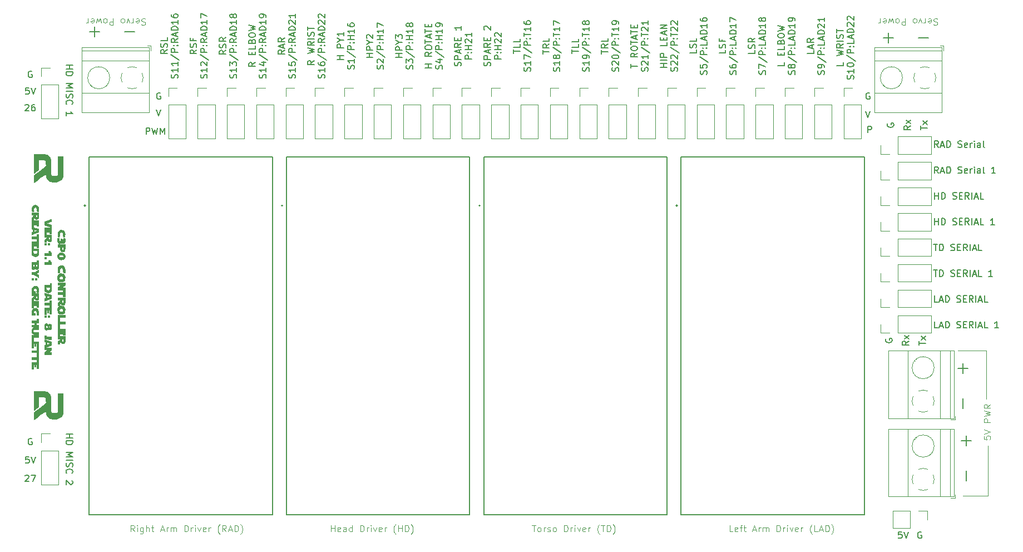
<source format=gbr>
%TF.GenerationSoftware,KiCad,Pcbnew,8.0.2-1*%
%TF.CreationDate,2025-01-09T15:56:50-05:00*%
%TF.ProjectId,C3P0_Controller_V1.1,43335030-5f43-46f6-9e74-726f6c6c6572,rev?*%
%TF.SameCoordinates,Original*%
%TF.FileFunction,Legend,Top*%
%TF.FilePolarity,Positive*%
%FSLAX46Y46*%
G04 Gerber Fmt 4.6, Leading zero omitted, Abs format (unit mm)*
G04 Created by KiCad (PCBNEW 8.0.2-1) date 2025-01-09 15:56:50*
%MOMM*%
%LPD*%
G01*
G04 APERTURE LIST*
%ADD10C,0.153000*%
%ADD11C,0.100000*%
%ADD12C,0.150000*%
%ADD13C,0.000000*%
%ADD14C,0.120000*%
%ADD15C,0.127000*%
%ADD16C,0.200000*%
G04 APERTURE END LIST*
D10*
X73921904Y-119059282D02*
X73826666Y-119011663D01*
X73826666Y-119011663D02*
X73683809Y-119011663D01*
X73683809Y-119011663D02*
X73540952Y-119059282D01*
X73540952Y-119059282D02*
X73445714Y-119154520D01*
X73445714Y-119154520D02*
X73398095Y-119249758D01*
X73398095Y-119249758D02*
X73350476Y-119440234D01*
X73350476Y-119440234D02*
X73350476Y-119583091D01*
X73350476Y-119583091D02*
X73398095Y-119773567D01*
X73398095Y-119773567D02*
X73445714Y-119868805D01*
X73445714Y-119868805D02*
X73540952Y-119964044D01*
X73540952Y-119964044D02*
X73683809Y-120011663D01*
X73683809Y-120011663D02*
X73779047Y-120011663D01*
X73779047Y-120011663D02*
X73921904Y-119964044D01*
X73921904Y-119964044D02*
X73969523Y-119916424D01*
X73969523Y-119916424D02*
X73969523Y-119583091D01*
X73969523Y-119583091D02*
X73779047Y-119583091D01*
X211796856Y-102231663D02*
X211320666Y-102231663D01*
X211320666Y-102231663D02*
X211320666Y-101231663D01*
X212082571Y-101945948D02*
X212558761Y-101945948D01*
X211987333Y-102231663D02*
X212320666Y-101231663D01*
X212320666Y-101231663D02*
X212653999Y-102231663D01*
X212987333Y-102231663D02*
X212987333Y-101231663D01*
X212987333Y-101231663D02*
X213225428Y-101231663D01*
X213225428Y-101231663D02*
X213368285Y-101279282D01*
X213368285Y-101279282D02*
X213463523Y-101374520D01*
X213463523Y-101374520D02*
X213511142Y-101469758D01*
X213511142Y-101469758D02*
X213558761Y-101660234D01*
X213558761Y-101660234D02*
X213558761Y-101803091D01*
X213558761Y-101803091D02*
X213511142Y-101993567D01*
X213511142Y-101993567D02*
X213463523Y-102088805D01*
X213463523Y-102088805D02*
X213368285Y-102184044D01*
X213368285Y-102184044D02*
X213225428Y-102231663D01*
X213225428Y-102231663D02*
X212987333Y-102231663D01*
X214701619Y-102184044D02*
X214844476Y-102231663D01*
X214844476Y-102231663D02*
X215082571Y-102231663D01*
X215082571Y-102231663D02*
X215177809Y-102184044D01*
X215177809Y-102184044D02*
X215225428Y-102136424D01*
X215225428Y-102136424D02*
X215273047Y-102041186D01*
X215273047Y-102041186D02*
X215273047Y-101945948D01*
X215273047Y-101945948D02*
X215225428Y-101850710D01*
X215225428Y-101850710D02*
X215177809Y-101803091D01*
X215177809Y-101803091D02*
X215082571Y-101755472D01*
X215082571Y-101755472D02*
X214892095Y-101707853D01*
X214892095Y-101707853D02*
X214796857Y-101660234D01*
X214796857Y-101660234D02*
X214749238Y-101612615D01*
X214749238Y-101612615D02*
X214701619Y-101517377D01*
X214701619Y-101517377D02*
X214701619Y-101422139D01*
X214701619Y-101422139D02*
X214749238Y-101326901D01*
X214749238Y-101326901D02*
X214796857Y-101279282D01*
X214796857Y-101279282D02*
X214892095Y-101231663D01*
X214892095Y-101231663D02*
X215130190Y-101231663D01*
X215130190Y-101231663D02*
X215273047Y-101279282D01*
X215701619Y-101707853D02*
X216034952Y-101707853D01*
X216177809Y-102231663D02*
X215701619Y-102231663D01*
X215701619Y-102231663D02*
X215701619Y-101231663D01*
X215701619Y-101231663D02*
X216177809Y-101231663D01*
X217177809Y-102231663D02*
X216844476Y-101755472D01*
X216606381Y-102231663D02*
X216606381Y-101231663D01*
X216606381Y-101231663D02*
X216987333Y-101231663D01*
X216987333Y-101231663D02*
X217082571Y-101279282D01*
X217082571Y-101279282D02*
X217130190Y-101326901D01*
X217130190Y-101326901D02*
X217177809Y-101422139D01*
X217177809Y-101422139D02*
X217177809Y-101564996D01*
X217177809Y-101564996D02*
X217130190Y-101660234D01*
X217130190Y-101660234D02*
X217082571Y-101707853D01*
X217082571Y-101707853D02*
X216987333Y-101755472D01*
X216987333Y-101755472D02*
X216606381Y-101755472D01*
X217606381Y-102231663D02*
X217606381Y-101231663D01*
X218034952Y-101945948D02*
X218511142Y-101945948D01*
X217939714Y-102231663D02*
X218273047Y-101231663D01*
X218273047Y-101231663D02*
X218606380Y-102231663D01*
X219415904Y-102231663D02*
X218939714Y-102231663D01*
X218939714Y-102231663D02*
X218939714Y-101231663D01*
X221034952Y-102231663D02*
X220463524Y-102231663D01*
X220749238Y-102231663D02*
X220749238Y-101231663D01*
X220749238Y-101231663D02*
X220654000Y-101374520D01*
X220654000Y-101374520D02*
X220558762Y-101469758D01*
X220558762Y-101469758D02*
X220463524Y-101517377D01*
X211177809Y-93383088D02*
X211749237Y-93383088D01*
X211463523Y-94383088D02*
X211463523Y-93383088D01*
X212082571Y-94383088D02*
X212082571Y-93383088D01*
X212082571Y-93383088D02*
X212320666Y-93383088D01*
X212320666Y-93383088D02*
X212463523Y-93430707D01*
X212463523Y-93430707D02*
X212558761Y-93525945D01*
X212558761Y-93525945D02*
X212606380Y-93621183D01*
X212606380Y-93621183D02*
X212653999Y-93811659D01*
X212653999Y-93811659D02*
X212653999Y-93954516D01*
X212653999Y-93954516D02*
X212606380Y-94144992D01*
X212606380Y-94144992D02*
X212558761Y-94240230D01*
X212558761Y-94240230D02*
X212463523Y-94335469D01*
X212463523Y-94335469D02*
X212320666Y-94383088D01*
X212320666Y-94383088D02*
X212082571Y-94383088D01*
X213796857Y-94335469D02*
X213939714Y-94383088D01*
X213939714Y-94383088D02*
X214177809Y-94383088D01*
X214177809Y-94383088D02*
X214273047Y-94335469D01*
X214273047Y-94335469D02*
X214320666Y-94287849D01*
X214320666Y-94287849D02*
X214368285Y-94192611D01*
X214368285Y-94192611D02*
X214368285Y-94097373D01*
X214368285Y-94097373D02*
X214320666Y-94002135D01*
X214320666Y-94002135D02*
X214273047Y-93954516D01*
X214273047Y-93954516D02*
X214177809Y-93906897D01*
X214177809Y-93906897D02*
X213987333Y-93859278D01*
X213987333Y-93859278D02*
X213892095Y-93811659D01*
X213892095Y-93811659D02*
X213844476Y-93764040D01*
X213844476Y-93764040D02*
X213796857Y-93668802D01*
X213796857Y-93668802D02*
X213796857Y-93573564D01*
X213796857Y-93573564D02*
X213844476Y-93478326D01*
X213844476Y-93478326D02*
X213892095Y-93430707D01*
X213892095Y-93430707D02*
X213987333Y-93383088D01*
X213987333Y-93383088D02*
X214225428Y-93383088D01*
X214225428Y-93383088D02*
X214368285Y-93430707D01*
X214796857Y-93859278D02*
X215130190Y-93859278D01*
X215273047Y-94383088D02*
X214796857Y-94383088D01*
X214796857Y-94383088D02*
X214796857Y-93383088D01*
X214796857Y-93383088D02*
X215273047Y-93383088D01*
X216273047Y-94383088D02*
X215939714Y-93906897D01*
X215701619Y-94383088D02*
X215701619Y-93383088D01*
X215701619Y-93383088D02*
X216082571Y-93383088D01*
X216082571Y-93383088D02*
X216177809Y-93430707D01*
X216177809Y-93430707D02*
X216225428Y-93478326D01*
X216225428Y-93478326D02*
X216273047Y-93573564D01*
X216273047Y-93573564D02*
X216273047Y-93716421D01*
X216273047Y-93716421D02*
X216225428Y-93811659D01*
X216225428Y-93811659D02*
X216177809Y-93859278D01*
X216177809Y-93859278D02*
X216082571Y-93906897D01*
X216082571Y-93906897D02*
X215701619Y-93906897D01*
X216701619Y-94383088D02*
X216701619Y-93383088D01*
X217130190Y-94097373D02*
X217606380Y-94097373D01*
X217034952Y-94383088D02*
X217368285Y-93383088D01*
X217368285Y-93383088D02*
X217701618Y-94383088D01*
X218511142Y-94383088D02*
X218034952Y-94383088D01*
X218034952Y-94383088D02*
X218034952Y-93383088D01*
X220130190Y-94383088D02*
X219558762Y-94383088D01*
X219844476Y-94383088D02*
X219844476Y-93383088D01*
X219844476Y-93383088D02*
X219749238Y-93525945D01*
X219749238Y-93525945D02*
X219654000Y-93621183D01*
X219654000Y-93621183D02*
X219558762Y-93668802D01*
X211320666Y-86534518D02*
X211320666Y-85534518D01*
X211320666Y-86010708D02*
X211892094Y-86010708D01*
X211892094Y-86534518D02*
X211892094Y-85534518D01*
X212368285Y-86534518D02*
X212368285Y-85534518D01*
X212368285Y-85534518D02*
X212606380Y-85534518D01*
X212606380Y-85534518D02*
X212749237Y-85582137D01*
X212749237Y-85582137D02*
X212844475Y-85677375D01*
X212844475Y-85677375D02*
X212892094Y-85772613D01*
X212892094Y-85772613D02*
X212939713Y-85963089D01*
X212939713Y-85963089D02*
X212939713Y-86105946D01*
X212939713Y-86105946D02*
X212892094Y-86296422D01*
X212892094Y-86296422D02*
X212844475Y-86391660D01*
X212844475Y-86391660D02*
X212749237Y-86486899D01*
X212749237Y-86486899D02*
X212606380Y-86534518D01*
X212606380Y-86534518D02*
X212368285Y-86534518D01*
X214082571Y-86486899D02*
X214225428Y-86534518D01*
X214225428Y-86534518D02*
X214463523Y-86534518D01*
X214463523Y-86534518D02*
X214558761Y-86486899D01*
X214558761Y-86486899D02*
X214606380Y-86439279D01*
X214606380Y-86439279D02*
X214653999Y-86344041D01*
X214653999Y-86344041D02*
X214653999Y-86248803D01*
X214653999Y-86248803D02*
X214606380Y-86153565D01*
X214606380Y-86153565D02*
X214558761Y-86105946D01*
X214558761Y-86105946D02*
X214463523Y-86058327D01*
X214463523Y-86058327D02*
X214273047Y-86010708D01*
X214273047Y-86010708D02*
X214177809Y-85963089D01*
X214177809Y-85963089D02*
X214130190Y-85915470D01*
X214130190Y-85915470D02*
X214082571Y-85820232D01*
X214082571Y-85820232D02*
X214082571Y-85724994D01*
X214082571Y-85724994D02*
X214130190Y-85629756D01*
X214130190Y-85629756D02*
X214177809Y-85582137D01*
X214177809Y-85582137D02*
X214273047Y-85534518D01*
X214273047Y-85534518D02*
X214511142Y-85534518D01*
X214511142Y-85534518D02*
X214653999Y-85582137D01*
X215082571Y-86010708D02*
X215415904Y-86010708D01*
X215558761Y-86534518D02*
X215082571Y-86534518D01*
X215082571Y-86534518D02*
X215082571Y-85534518D01*
X215082571Y-85534518D02*
X215558761Y-85534518D01*
X216558761Y-86534518D02*
X216225428Y-86058327D01*
X215987333Y-86534518D02*
X215987333Y-85534518D01*
X215987333Y-85534518D02*
X216368285Y-85534518D01*
X216368285Y-85534518D02*
X216463523Y-85582137D01*
X216463523Y-85582137D02*
X216511142Y-85629756D01*
X216511142Y-85629756D02*
X216558761Y-85724994D01*
X216558761Y-85724994D02*
X216558761Y-85867851D01*
X216558761Y-85867851D02*
X216511142Y-85963089D01*
X216511142Y-85963089D02*
X216463523Y-86010708D01*
X216463523Y-86010708D02*
X216368285Y-86058327D01*
X216368285Y-86058327D02*
X215987333Y-86058327D01*
X216987333Y-86534518D02*
X216987333Y-85534518D01*
X217415904Y-86248803D02*
X217892094Y-86248803D01*
X217320666Y-86534518D02*
X217653999Y-85534518D01*
X217653999Y-85534518D02*
X217987332Y-86534518D01*
X218796856Y-86534518D02*
X218320666Y-86534518D01*
X218320666Y-86534518D02*
X218320666Y-85534518D01*
X220415904Y-86534518D02*
X219844476Y-86534518D01*
X220130190Y-86534518D02*
X220130190Y-85534518D01*
X220130190Y-85534518D02*
X220034952Y-85677375D01*
X220034952Y-85677375D02*
X219939714Y-85772613D01*
X219939714Y-85772613D02*
X219844476Y-85820232D01*
X211892094Y-78685948D02*
X211558761Y-78209757D01*
X211320666Y-78685948D02*
X211320666Y-77685948D01*
X211320666Y-77685948D02*
X211701618Y-77685948D01*
X211701618Y-77685948D02*
X211796856Y-77733567D01*
X211796856Y-77733567D02*
X211844475Y-77781186D01*
X211844475Y-77781186D02*
X211892094Y-77876424D01*
X211892094Y-77876424D02*
X211892094Y-78019281D01*
X211892094Y-78019281D02*
X211844475Y-78114519D01*
X211844475Y-78114519D02*
X211796856Y-78162138D01*
X211796856Y-78162138D02*
X211701618Y-78209757D01*
X211701618Y-78209757D02*
X211320666Y-78209757D01*
X212273047Y-78400233D02*
X212749237Y-78400233D01*
X212177809Y-78685948D02*
X212511142Y-77685948D01*
X212511142Y-77685948D02*
X212844475Y-78685948D01*
X213177809Y-78685948D02*
X213177809Y-77685948D01*
X213177809Y-77685948D02*
X213415904Y-77685948D01*
X213415904Y-77685948D02*
X213558761Y-77733567D01*
X213558761Y-77733567D02*
X213653999Y-77828805D01*
X213653999Y-77828805D02*
X213701618Y-77924043D01*
X213701618Y-77924043D02*
X213749237Y-78114519D01*
X213749237Y-78114519D02*
X213749237Y-78257376D01*
X213749237Y-78257376D02*
X213701618Y-78447852D01*
X213701618Y-78447852D02*
X213653999Y-78543090D01*
X213653999Y-78543090D02*
X213558761Y-78638329D01*
X213558761Y-78638329D02*
X213415904Y-78685948D01*
X213415904Y-78685948D02*
X213177809Y-78685948D01*
X214892095Y-78638329D02*
X215034952Y-78685948D01*
X215034952Y-78685948D02*
X215273047Y-78685948D01*
X215273047Y-78685948D02*
X215368285Y-78638329D01*
X215368285Y-78638329D02*
X215415904Y-78590709D01*
X215415904Y-78590709D02*
X215463523Y-78495471D01*
X215463523Y-78495471D02*
X215463523Y-78400233D01*
X215463523Y-78400233D02*
X215415904Y-78304995D01*
X215415904Y-78304995D02*
X215368285Y-78257376D01*
X215368285Y-78257376D02*
X215273047Y-78209757D01*
X215273047Y-78209757D02*
X215082571Y-78162138D01*
X215082571Y-78162138D02*
X214987333Y-78114519D01*
X214987333Y-78114519D02*
X214939714Y-78066900D01*
X214939714Y-78066900D02*
X214892095Y-77971662D01*
X214892095Y-77971662D02*
X214892095Y-77876424D01*
X214892095Y-77876424D02*
X214939714Y-77781186D01*
X214939714Y-77781186D02*
X214987333Y-77733567D01*
X214987333Y-77733567D02*
X215082571Y-77685948D01*
X215082571Y-77685948D02*
X215320666Y-77685948D01*
X215320666Y-77685948D02*
X215463523Y-77733567D01*
X216273047Y-78638329D02*
X216177809Y-78685948D01*
X216177809Y-78685948D02*
X215987333Y-78685948D01*
X215987333Y-78685948D02*
X215892095Y-78638329D01*
X215892095Y-78638329D02*
X215844476Y-78543090D01*
X215844476Y-78543090D02*
X215844476Y-78162138D01*
X215844476Y-78162138D02*
X215892095Y-78066900D01*
X215892095Y-78066900D02*
X215987333Y-78019281D01*
X215987333Y-78019281D02*
X216177809Y-78019281D01*
X216177809Y-78019281D02*
X216273047Y-78066900D01*
X216273047Y-78066900D02*
X216320666Y-78162138D01*
X216320666Y-78162138D02*
X216320666Y-78257376D01*
X216320666Y-78257376D02*
X215844476Y-78352614D01*
X216749238Y-78685948D02*
X216749238Y-78019281D01*
X216749238Y-78209757D02*
X216796857Y-78114519D01*
X216796857Y-78114519D02*
X216844476Y-78066900D01*
X216844476Y-78066900D02*
X216939714Y-78019281D01*
X216939714Y-78019281D02*
X217034952Y-78019281D01*
X217368286Y-78685948D02*
X217368286Y-78019281D01*
X217368286Y-77685948D02*
X217320667Y-77733567D01*
X217320667Y-77733567D02*
X217368286Y-77781186D01*
X217368286Y-77781186D02*
X217415905Y-77733567D01*
X217415905Y-77733567D02*
X217368286Y-77685948D01*
X217368286Y-77685948D02*
X217368286Y-77781186D01*
X218273047Y-78685948D02*
X218273047Y-78162138D01*
X218273047Y-78162138D02*
X218225428Y-78066900D01*
X218225428Y-78066900D02*
X218130190Y-78019281D01*
X218130190Y-78019281D02*
X217939714Y-78019281D01*
X217939714Y-78019281D02*
X217844476Y-78066900D01*
X218273047Y-78638329D02*
X218177809Y-78685948D01*
X218177809Y-78685948D02*
X217939714Y-78685948D01*
X217939714Y-78685948D02*
X217844476Y-78638329D01*
X217844476Y-78638329D02*
X217796857Y-78543090D01*
X217796857Y-78543090D02*
X217796857Y-78447852D01*
X217796857Y-78447852D02*
X217844476Y-78352614D01*
X217844476Y-78352614D02*
X217939714Y-78304995D01*
X217939714Y-78304995D02*
X218177809Y-78304995D01*
X218177809Y-78304995D02*
X218273047Y-78257376D01*
X218892095Y-78685948D02*
X218796857Y-78638329D01*
X218796857Y-78638329D02*
X218749238Y-78543090D01*
X218749238Y-78543090D02*
X218749238Y-77685948D01*
X220558762Y-78685948D02*
X219987334Y-78685948D01*
X220273048Y-78685948D02*
X220273048Y-77685948D01*
X220273048Y-77685948D02*
X220177810Y-77828805D01*
X220177810Y-77828805D02*
X220082572Y-77924043D01*
X220082572Y-77924043D02*
X219987334Y-77971662D01*
D11*
X214884000Y-105673000D02*
X219202000Y-105664000D01*
X219456000Y-127762000D02*
X215646000Y-127762000D01*
X219202000Y-105664000D02*
X219202000Y-113030000D01*
X219456000Y-120142000D02*
X219456000Y-127762000D01*
D10*
X197395719Y-61810545D02*
X197395719Y-62286735D01*
X197395719Y-62286735D02*
X196395719Y-62286735D01*
X196395719Y-60810544D02*
X197395719Y-60572449D01*
X197395719Y-60572449D02*
X196681433Y-60381973D01*
X196681433Y-60381973D02*
X197395719Y-60191497D01*
X197395719Y-60191497D02*
X196395719Y-59953402D01*
X197395719Y-59001021D02*
X196919528Y-59334354D01*
X197395719Y-59572449D02*
X196395719Y-59572449D01*
X196395719Y-59572449D02*
X196395719Y-59191497D01*
X196395719Y-59191497D02*
X196443338Y-59096259D01*
X196443338Y-59096259D02*
X196490957Y-59048640D01*
X196490957Y-59048640D02*
X196586195Y-59001021D01*
X196586195Y-59001021D02*
X196729052Y-59001021D01*
X196729052Y-59001021D02*
X196824290Y-59048640D01*
X196824290Y-59048640D02*
X196871909Y-59096259D01*
X196871909Y-59096259D02*
X196919528Y-59191497D01*
X196919528Y-59191497D02*
X196919528Y-59572449D01*
X197395719Y-58572449D02*
X196395719Y-58572449D01*
X197348100Y-58143878D02*
X197395719Y-58001021D01*
X197395719Y-58001021D02*
X197395719Y-57762926D01*
X197395719Y-57762926D02*
X197348100Y-57667688D01*
X197348100Y-57667688D02*
X197300480Y-57620069D01*
X197300480Y-57620069D02*
X197205242Y-57572450D01*
X197205242Y-57572450D02*
X197110004Y-57572450D01*
X197110004Y-57572450D02*
X197014766Y-57620069D01*
X197014766Y-57620069D02*
X196967147Y-57667688D01*
X196967147Y-57667688D02*
X196919528Y-57762926D01*
X196919528Y-57762926D02*
X196871909Y-57953402D01*
X196871909Y-57953402D02*
X196824290Y-58048640D01*
X196824290Y-58048640D02*
X196776671Y-58096259D01*
X196776671Y-58096259D02*
X196681433Y-58143878D01*
X196681433Y-58143878D02*
X196586195Y-58143878D01*
X196586195Y-58143878D02*
X196490957Y-58096259D01*
X196490957Y-58096259D02*
X196443338Y-58048640D01*
X196443338Y-58048640D02*
X196395719Y-57953402D01*
X196395719Y-57953402D02*
X196395719Y-57715307D01*
X196395719Y-57715307D02*
X196443338Y-57572450D01*
X196395719Y-57286735D02*
X196395719Y-56715307D01*
X197395719Y-57001021D02*
X196395719Y-57001021D01*
X198958044Y-64358163D02*
X199005663Y-64215306D01*
X199005663Y-64215306D02*
X199005663Y-63977211D01*
X199005663Y-63977211D02*
X198958044Y-63881973D01*
X198958044Y-63881973D02*
X198910424Y-63834354D01*
X198910424Y-63834354D02*
X198815186Y-63786735D01*
X198815186Y-63786735D02*
X198719948Y-63786735D01*
X198719948Y-63786735D02*
X198624710Y-63834354D01*
X198624710Y-63834354D02*
X198577091Y-63881973D01*
X198577091Y-63881973D02*
X198529472Y-63977211D01*
X198529472Y-63977211D02*
X198481853Y-64167687D01*
X198481853Y-64167687D02*
X198434234Y-64262925D01*
X198434234Y-64262925D02*
X198386615Y-64310544D01*
X198386615Y-64310544D02*
X198291377Y-64358163D01*
X198291377Y-64358163D02*
X198196139Y-64358163D01*
X198196139Y-64358163D02*
X198100901Y-64310544D01*
X198100901Y-64310544D02*
X198053282Y-64262925D01*
X198053282Y-64262925D02*
X198005663Y-64167687D01*
X198005663Y-64167687D02*
X198005663Y-63929592D01*
X198005663Y-63929592D02*
X198053282Y-63786735D01*
X199005663Y-62834354D02*
X199005663Y-63405782D01*
X199005663Y-63120068D02*
X198005663Y-63120068D01*
X198005663Y-63120068D02*
X198148520Y-63215306D01*
X198148520Y-63215306D02*
X198243758Y-63310544D01*
X198243758Y-63310544D02*
X198291377Y-63405782D01*
X198005663Y-62215306D02*
X198005663Y-62120068D01*
X198005663Y-62120068D02*
X198053282Y-62024830D01*
X198053282Y-62024830D02*
X198100901Y-61977211D01*
X198100901Y-61977211D02*
X198196139Y-61929592D01*
X198196139Y-61929592D02*
X198386615Y-61881973D01*
X198386615Y-61881973D02*
X198624710Y-61881973D01*
X198624710Y-61881973D02*
X198815186Y-61929592D01*
X198815186Y-61929592D02*
X198910424Y-61977211D01*
X198910424Y-61977211D02*
X198958044Y-62024830D01*
X198958044Y-62024830D02*
X199005663Y-62120068D01*
X199005663Y-62120068D02*
X199005663Y-62215306D01*
X199005663Y-62215306D02*
X198958044Y-62310544D01*
X198958044Y-62310544D02*
X198910424Y-62358163D01*
X198910424Y-62358163D02*
X198815186Y-62405782D01*
X198815186Y-62405782D02*
X198624710Y-62453401D01*
X198624710Y-62453401D02*
X198386615Y-62453401D01*
X198386615Y-62453401D02*
X198196139Y-62405782D01*
X198196139Y-62405782D02*
X198100901Y-62358163D01*
X198100901Y-62358163D02*
X198053282Y-62310544D01*
X198053282Y-62310544D02*
X198005663Y-62215306D01*
X197958044Y-60739116D02*
X199243758Y-61596258D01*
X199005663Y-60405782D02*
X198005663Y-60405782D01*
X198005663Y-60405782D02*
X198005663Y-60024830D01*
X198005663Y-60024830D02*
X198053282Y-59929592D01*
X198053282Y-59929592D02*
X198100901Y-59881973D01*
X198100901Y-59881973D02*
X198196139Y-59834354D01*
X198196139Y-59834354D02*
X198338996Y-59834354D01*
X198338996Y-59834354D02*
X198434234Y-59881973D01*
X198434234Y-59881973D02*
X198481853Y-59929592D01*
X198481853Y-59929592D02*
X198529472Y-60024830D01*
X198529472Y-60024830D02*
X198529472Y-60405782D01*
X198910424Y-59405782D02*
X198958044Y-59358163D01*
X198958044Y-59358163D02*
X199005663Y-59405782D01*
X199005663Y-59405782D02*
X198958044Y-59453401D01*
X198958044Y-59453401D02*
X198910424Y-59405782D01*
X198910424Y-59405782D02*
X199005663Y-59405782D01*
X198386615Y-59405782D02*
X198434234Y-59358163D01*
X198434234Y-59358163D02*
X198481853Y-59405782D01*
X198481853Y-59405782D02*
X198434234Y-59453401D01*
X198434234Y-59453401D02*
X198386615Y-59405782D01*
X198386615Y-59405782D02*
X198481853Y-59405782D01*
X199005663Y-58453402D02*
X199005663Y-58929592D01*
X199005663Y-58929592D02*
X198005663Y-58929592D01*
X198719948Y-58167687D02*
X198719948Y-57691497D01*
X199005663Y-58262925D02*
X198005663Y-57929592D01*
X198005663Y-57929592D02*
X199005663Y-57596259D01*
X199005663Y-57262925D02*
X198005663Y-57262925D01*
X198005663Y-57262925D02*
X198005663Y-57024830D01*
X198005663Y-57024830D02*
X198053282Y-56881973D01*
X198053282Y-56881973D02*
X198148520Y-56786735D01*
X198148520Y-56786735D02*
X198243758Y-56739116D01*
X198243758Y-56739116D02*
X198434234Y-56691497D01*
X198434234Y-56691497D02*
X198577091Y-56691497D01*
X198577091Y-56691497D02*
X198767567Y-56739116D01*
X198767567Y-56739116D02*
X198862805Y-56786735D01*
X198862805Y-56786735D02*
X198958044Y-56881973D01*
X198958044Y-56881973D02*
X199005663Y-57024830D01*
X199005663Y-57024830D02*
X199005663Y-57262925D01*
X198100901Y-56310544D02*
X198053282Y-56262925D01*
X198053282Y-56262925D02*
X198005663Y-56167687D01*
X198005663Y-56167687D02*
X198005663Y-55929592D01*
X198005663Y-55929592D02*
X198053282Y-55834354D01*
X198053282Y-55834354D02*
X198100901Y-55786735D01*
X198100901Y-55786735D02*
X198196139Y-55739116D01*
X198196139Y-55739116D02*
X198291377Y-55739116D01*
X198291377Y-55739116D02*
X198434234Y-55786735D01*
X198434234Y-55786735D02*
X199005663Y-56358163D01*
X199005663Y-56358163D02*
X199005663Y-55739116D01*
X198100901Y-55358163D02*
X198053282Y-55310544D01*
X198053282Y-55310544D02*
X198005663Y-55215306D01*
X198005663Y-55215306D02*
X198005663Y-54977211D01*
X198005663Y-54977211D02*
X198053282Y-54881973D01*
X198053282Y-54881973D02*
X198100901Y-54834354D01*
X198100901Y-54834354D02*
X198196139Y-54786735D01*
X198196139Y-54786735D02*
X198291377Y-54786735D01*
X198291377Y-54786735D02*
X198434234Y-54834354D01*
X198434234Y-54834354D02*
X199005663Y-55405782D01*
X199005663Y-55405782D02*
X199005663Y-54786735D01*
X143671024Y-62342258D02*
X143718643Y-62199401D01*
X143718643Y-62199401D02*
X143718643Y-61961306D01*
X143718643Y-61961306D02*
X143671024Y-61866068D01*
X143671024Y-61866068D02*
X143623404Y-61818449D01*
X143623404Y-61818449D02*
X143528166Y-61770830D01*
X143528166Y-61770830D02*
X143432928Y-61770830D01*
X143432928Y-61770830D02*
X143337690Y-61818449D01*
X143337690Y-61818449D02*
X143290071Y-61866068D01*
X143290071Y-61866068D02*
X143242452Y-61961306D01*
X143242452Y-61961306D02*
X143194833Y-62151782D01*
X143194833Y-62151782D02*
X143147214Y-62247020D01*
X143147214Y-62247020D02*
X143099595Y-62294639D01*
X143099595Y-62294639D02*
X143004357Y-62342258D01*
X143004357Y-62342258D02*
X142909119Y-62342258D01*
X142909119Y-62342258D02*
X142813881Y-62294639D01*
X142813881Y-62294639D02*
X142766262Y-62247020D01*
X142766262Y-62247020D02*
X142718643Y-62151782D01*
X142718643Y-62151782D02*
X142718643Y-61913687D01*
X142718643Y-61913687D02*
X142766262Y-61770830D01*
X143718643Y-61342258D02*
X142718643Y-61342258D01*
X142718643Y-61342258D02*
X142718643Y-60961306D01*
X142718643Y-60961306D02*
X142766262Y-60866068D01*
X142766262Y-60866068D02*
X142813881Y-60818449D01*
X142813881Y-60818449D02*
X142909119Y-60770830D01*
X142909119Y-60770830D02*
X143051976Y-60770830D01*
X143051976Y-60770830D02*
X143147214Y-60818449D01*
X143147214Y-60818449D02*
X143194833Y-60866068D01*
X143194833Y-60866068D02*
X143242452Y-60961306D01*
X143242452Y-60961306D02*
X143242452Y-61342258D01*
X143432928Y-60389877D02*
X143432928Y-59913687D01*
X143718643Y-60485115D02*
X142718643Y-60151782D01*
X142718643Y-60151782D02*
X143718643Y-59818449D01*
X143718643Y-58913687D02*
X143242452Y-59247020D01*
X143718643Y-59485115D02*
X142718643Y-59485115D01*
X142718643Y-59485115D02*
X142718643Y-59104163D01*
X142718643Y-59104163D02*
X142766262Y-59008925D01*
X142766262Y-59008925D02*
X142813881Y-58961306D01*
X142813881Y-58961306D02*
X142909119Y-58913687D01*
X142909119Y-58913687D02*
X143051976Y-58913687D01*
X143051976Y-58913687D02*
X143147214Y-58961306D01*
X143147214Y-58961306D02*
X143194833Y-59008925D01*
X143194833Y-59008925D02*
X143242452Y-59104163D01*
X143242452Y-59104163D02*
X143242452Y-59485115D01*
X143194833Y-58485115D02*
X143194833Y-58151782D01*
X143718643Y-58008925D02*
X143718643Y-58485115D01*
X143718643Y-58485115D02*
X142718643Y-58485115D01*
X142718643Y-58485115D02*
X142718643Y-58008925D01*
X142813881Y-56866067D02*
X142766262Y-56818448D01*
X142766262Y-56818448D02*
X142718643Y-56723210D01*
X142718643Y-56723210D02*
X142718643Y-56485115D01*
X142718643Y-56485115D02*
X142766262Y-56389877D01*
X142766262Y-56389877D02*
X142813881Y-56342258D01*
X142813881Y-56342258D02*
X142909119Y-56294639D01*
X142909119Y-56294639D02*
X143004357Y-56294639D01*
X143004357Y-56294639D02*
X143147214Y-56342258D01*
X143147214Y-56342258D02*
X143718643Y-56913686D01*
X143718643Y-56913686D02*
X143718643Y-56294639D01*
X145328587Y-61294638D02*
X144328587Y-61294638D01*
X144328587Y-61294638D02*
X144328587Y-60913686D01*
X144328587Y-60913686D02*
X144376206Y-60818448D01*
X144376206Y-60818448D02*
X144423825Y-60770829D01*
X144423825Y-60770829D02*
X144519063Y-60723210D01*
X144519063Y-60723210D02*
X144661920Y-60723210D01*
X144661920Y-60723210D02*
X144757158Y-60770829D01*
X144757158Y-60770829D02*
X144804777Y-60818448D01*
X144804777Y-60818448D02*
X144852396Y-60913686D01*
X144852396Y-60913686D02*
X144852396Y-61294638D01*
X145233348Y-60294638D02*
X145280968Y-60247019D01*
X145280968Y-60247019D02*
X145328587Y-60294638D01*
X145328587Y-60294638D02*
X145280968Y-60342257D01*
X145280968Y-60342257D02*
X145233348Y-60294638D01*
X145233348Y-60294638D02*
X145328587Y-60294638D01*
X144709539Y-60294638D02*
X144757158Y-60247019D01*
X144757158Y-60247019D02*
X144804777Y-60294638D01*
X144804777Y-60294638D02*
X144757158Y-60342257D01*
X144757158Y-60342257D02*
X144709539Y-60294638D01*
X144709539Y-60294638D02*
X144804777Y-60294638D01*
X145328587Y-59818448D02*
X144328587Y-59818448D01*
X144804777Y-59818448D02*
X144804777Y-59247020D01*
X145328587Y-59247020D02*
X144328587Y-59247020D01*
X144423825Y-58818448D02*
X144376206Y-58770829D01*
X144376206Y-58770829D02*
X144328587Y-58675591D01*
X144328587Y-58675591D02*
X144328587Y-58437496D01*
X144328587Y-58437496D02*
X144376206Y-58342258D01*
X144376206Y-58342258D02*
X144423825Y-58294639D01*
X144423825Y-58294639D02*
X144519063Y-58247020D01*
X144519063Y-58247020D02*
X144614301Y-58247020D01*
X144614301Y-58247020D02*
X144757158Y-58294639D01*
X144757158Y-58294639D02*
X145328587Y-58866067D01*
X145328587Y-58866067D02*
X145328587Y-58247020D01*
X144423825Y-57866067D02*
X144376206Y-57818448D01*
X144376206Y-57818448D02*
X144328587Y-57723210D01*
X144328587Y-57723210D02*
X144328587Y-57485115D01*
X144328587Y-57485115D02*
X144376206Y-57389877D01*
X144376206Y-57389877D02*
X144423825Y-57342258D01*
X144423825Y-57342258D02*
X144519063Y-57294639D01*
X144519063Y-57294639D02*
X144614301Y-57294639D01*
X144614301Y-57294639D02*
X144757158Y-57342258D01*
X144757158Y-57342258D02*
X145328587Y-57913686D01*
X145328587Y-57913686D02*
X145328587Y-57294639D01*
D11*
X89521312Y-133222419D02*
X89187979Y-132746228D01*
X88949884Y-133222419D02*
X88949884Y-132222419D01*
X88949884Y-132222419D02*
X89330836Y-132222419D01*
X89330836Y-132222419D02*
X89426074Y-132270038D01*
X89426074Y-132270038D02*
X89473693Y-132317657D01*
X89473693Y-132317657D02*
X89521312Y-132412895D01*
X89521312Y-132412895D02*
X89521312Y-132555752D01*
X89521312Y-132555752D02*
X89473693Y-132650990D01*
X89473693Y-132650990D02*
X89426074Y-132698609D01*
X89426074Y-132698609D02*
X89330836Y-132746228D01*
X89330836Y-132746228D02*
X88949884Y-132746228D01*
X89949884Y-133222419D02*
X89949884Y-132555752D01*
X89949884Y-132222419D02*
X89902265Y-132270038D01*
X89902265Y-132270038D02*
X89949884Y-132317657D01*
X89949884Y-132317657D02*
X89997503Y-132270038D01*
X89997503Y-132270038D02*
X89949884Y-132222419D01*
X89949884Y-132222419D02*
X89949884Y-132317657D01*
X90854645Y-132555752D02*
X90854645Y-133365276D01*
X90854645Y-133365276D02*
X90807026Y-133460514D01*
X90807026Y-133460514D02*
X90759407Y-133508133D01*
X90759407Y-133508133D02*
X90664169Y-133555752D01*
X90664169Y-133555752D02*
X90521312Y-133555752D01*
X90521312Y-133555752D02*
X90426074Y-133508133D01*
X90854645Y-133174800D02*
X90759407Y-133222419D01*
X90759407Y-133222419D02*
X90568931Y-133222419D01*
X90568931Y-133222419D02*
X90473693Y-133174800D01*
X90473693Y-133174800D02*
X90426074Y-133127180D01*
X90426074Y-133127180D02*
X90378455Y-133031942D01*
X90378455Y-133031942D02*
X90378455Y-132746228D01*
X90378455Y-132746228D02*
X90426074Y-132650990D01*
X90426074Y-132650990D02*
X90473693Y-132603371D01*
X90473693Y-132603371D02*
X90568931Y-132555752D01*
X90568931Y-132555752D02*
X90759407Y-132555752D01*
X90759407Y-132555752D02*
X90854645Y-132603371D01*
X91330836Y-133222419D02*
X91330836Y-132222419D01*
X91759407Y-133222419D02*
X91759407Y-132698609D01*
X91759407Y-132698609D02*
X91711788Y-132603371D01*
X91711788Y-132603371D02*
X91616550Y-132555752D01*
X91616550Y-132555752D02*
X91473693Y-132555752D01*
X91473693Y-132555752D02*
X91378455Y-132603371D01*
X91378455Y-132603371D02*
X91330836Y-132650990D01*
X92092741Y-132555752D02*
X92473693Y-132555752D01*
X92235598Y-132222419D02*
X92235598Y-133079561D01*
X92235598Y-133079561D02*
X92283217Y-133174800D01*
X92283217Y-133174800D02*
X92378455Y-133222419D01*
X92378455Y-133222419D02*
X92473693Y-133222419D01*
X93521313Y-132936704D02*
X93997503Y-132936704D01*
X93426075Y-133222419D02*
X93759408Y-132222419D01*
X93759408Y-132222419D02*
X94092741Y-133222419D01*
X94426075Y-133222419D02*
X94426075Y-132555752D01*
X94426075Y-132746228D02*
X94473694Y-132650990D01*
X94473694Y-132650990D02*
X94521313Y-132603371D01*
X94521313Y-132603371D02*
X94616551Y-132555752D01*
X94616551Y-132555752D02*
X94711789Y-132555752D01*
X95045123Y-133222419D02*
X95045123Y-132555752D01*
X95045123Y-132650990D02*
X95092742Y-132603371D01*
X95092742Y-132603371D02*
X95187980Y-132555752D01*
X95187980Y-132555752D02*
X95330837Y-132555752D01*
X95330837Y-132555752D02*
X95426075Y-132603371D01*
X95426075Y-132603371D02*
X95473694Y-132698609D01*
X95473694Y-132698609D02*
X95473694Y-133222419D01*
X95473694Y-132698609D02*
X95521313Y-132603371D01*
X95521313Y-132603371D02*
X95616551Y-132555752D01*
X95616551Y-132555752D02*
X95759408Y-132555752D01*
X95759408Y-132555752D02*
X95854647Y-132603371D01*
X95854647Y-132603371D02*
X95902266Y-132698609D01*
X95902266Y-132698609D02*
X95902266Y-133222419D01*
X97140361Y-133222419D02*
X97140361Y-132222419D01*
X97140361Y-132222419D02*
X97378456Y-132222419D01*
X97378456Y-132222419D02*
X97521313Y-132270038D01*
X97521313Y-132270038D02*
X97616551Y-132365276D01*
X97616551Y-132365276D02*
X97664170Y-132460514D01*
X97664170Y-132460514D02*
X97711789Y-132650990D01*
X97711789Y-132650990D02*
X97711789Y-132793847D01*
X97711789Y-132793847D02*
X97664170Y-132984323D01*
X97664170Y-132984323D02*
X97616551Y-133079561D01*
X97616551Y-133079561D02*
X97521313Y-133174800D01*
X97521313Y-133174800D02*
X97378456Y-133222419D01*
X97378456Y-133222419D02*
X97140361Y-133222419D01*
X98140361Y-133222419D02*
X98140361Y-132555752D01*
X98140361Y-132746228D02*
X98187980Y-132650990D01*
X98187980Y-132650990D02*
X98235599Y-132603371D01*
X98235599Y-132603371D02*
X98330837Y-132555752D01*
X98330837Y-132555752D02*
X98426075Y-132555752D01*
X98759409Y-133222419D02*
X98759409Y-132555752D01*
X98759409Y-132222419D02*
X98711790Y-132270038D01*
X98711790Y-132270038D02*
X98759409Y-132317657D01*
X98759409Y-132317657D02*
X98807028Y-132270038D01*
X98807028Y-132270038D02*
X98759409Y-132222419D01*
X98759409Y-132222419D02*
X98759409Y-132317657D01*
X99140361Y-132555752D02*
X99378456Y-133222419D01*
X99378456Y-133222419D02*
X99616551Y-132555752D01*
X100378456Y-133174800D02*
X100283218Y-133222419D01*
X100283218Y-133222419D02*
X100092742Y-133222419D01*
X100092742Y-133222419D02*
X99997504Y-133174800D01*
X99997504Y-133174800D02*
X99949885Y-133079561D01*
X99949885Y-133079561D02*
X99949885Y-132698609D01*
X99949885Y-132698609D02*
X99997504Y-132603371D01*
X99997504Y-132603371D02*
X100092742Y-132555752D01*
X100092742Y-132555752D02*
X100283218Y-132555752D01*
X100283218Y-132555752D02*
X100378456Y-132603371D01*
X100378456Y-132603371D02*
X100426075Y-132698609D01*
X100426075Y-132698609D02*
X100426075Y-132793847D01*
X100426075Y-132793847D02*
X99949885Y-132889085D01*
X100854647Y-133222419D02*
X100854647Y-132555752D01*
X100854647Y-132746228D02*
X100902266Y-132650990D01*
X100902266Y-132650990D02*
X100949885Y-132603371D01*
X100949885Y-132603371D02*
X101045123Y-132555752D01*
X101045123Y-132555752D02*
X101140361Y-132555752D01*
X102521314Y-133603371D02*
X102473695Y-133555752D01*
X102473695Y-133555752D02*
X102378457Y-133412895D01*
X102378457Y-133412895D02*
X102330838Y-133317657D01*
X102330838Y-133317657D02*
X102283219Y-133174800D01*
X102283219Y-133174800D02*
X102235600Y-132936704D01*
X102235600Y-132936704D02*
X102235600Y-132746228D01*
X102235600Y-132746228D02*
X102283219Y-132508133D01*
X102283219Y-132508133D02*
X102330838Y-132365276D01*
X102330838Y-132365276D02*
X102378457Y-132270038D01*
X102378457Y-132270038D02*
X102473695Y-132127180D01*
X102473695Y-132127180D02*
X102521314Y-132079561D01*
X103473695Y-133222419D02*
X103140362Y-132746228D01*
X102902267Y-133222419D02*
X102902267Y-132222419D01*
X102902267Y-132222419D02*
X103283219Y-132222419D01*
X103283219Y-132222419D02*
X103378457Y-132270038D01*
X103378457Y-132270038D02*
X103426076Y-132317657D01*
X103426076Y-132317657D02*
X103473695Y-132412895D01*
X103473695Y-132412895D02*
X103473695Y-132555752D01*
X103473695Y-132555752D02*
X103426076Y-132650990D01*
X103426076Y-132650990D02*
X103378457Y-132698609D01*
X103378457Y-132698609D02*
X103283219Y-132746228D01*
X103283219Y-132746228D02*
X102902267Y-132746228D01*
X103854648Y-132936704D02*
X104330838Y-132936704D01*
X103759410Y-133222419D02*
X104092743Y-132222419D01*
X104092743Y-132222419D02*
X104426076Y-133222419D01*
X104759410Y-133222419D02*
X104759410Y-132222419D01*
X104759410Y-132222419D02*
X104997505Y-132222419D01*
X104997505Y-132222419D02*
X105140362Y-132270038D01*
X105140362Y-132270038D02*
X105235600Y-132365276D01*
X105235600Y-132365276D02*
X105283219Y-132460514D01*
X105283219Y-132460514D02*
X105330838Y-132650990D01*
X105330838Y-132650990D02*
X105330838Y-132793847D01*
X105330838Y-132793847D02*
X105283219Y-132984323D01*
X105283219Y-132984323D02*
X105235600Y-133079561D01*
X105235600Y-133079561D02*
X105140362Y-133174800D01*
X105140362Y-133174800D02*
X104997505Y-133222419D01*
X104997505Y-133222419D02*
X104759410Y-133222419D01*
X105664172Y-133603371D02*
X105711791Y-133555752D01*
X105711791Y-133555752D02*
X105807029Y-133412895D01*
X105807029Y-133412895D02*
X105854648Y-133317657D01*
X105854648Y-133317657D02*
X105902267Y-133174800D01*
X105902267Y-133174800D02*
X105949886Y-132936704D01*
X105949886Y-132936704D02*
X105949886Y-132746228D01*
X105949886Y-132746228D02*
X105902267Y-132508133D01*
X105902267Y-132508133D02*
X105854648Y-132365276D01*
X105854648Y-132365276D02*
X105807029Y-132270038D01*
X105807029Y-132270038D02*
X105711791Y-132127180D01*
X105711791Y-132127180D02*
X105664172Y-132079561D01*
D10*
X130299379Y-61008924D02*
X129299379Y-61008924D01*
X129775569Y-61008924D02*
X129775569Y-60437496D01*
X130299379Y-60437496D02*
X129299379Y-60437496D01*
X130299379Y-59961305D02*
X129299379Y-59961305D01*
X129299379Y-59961305D02*
X129299379Y-59580353D01*
X129299379Y-59580353D02*
X129346998Y-59485115D01*
X129346998Y-59485115D02*
X129394617Y-59437496D01*
X129394617Y-59437496D02*
X129489855Y-59389877D01*
X129489855Y-59389877D02*
X129632712Y-59389877D01*
X129632712Y-59389877D02*
X129727950Y-59437496D01*
X129727950Y-59437496D02*
X129775569Y-59485115D01*
X129775569Y-59485115D02*
X129823188Y-59580353D01*
X129823188Y-59580353D02*
X129823188Y-59961305D01*
X129823188Y-58770829D02*
X130299379Y-58770829D01*
X129299379Y-59104162D02*
X129823188Y-58770829D01*
X129823188Y-58770829D02*
X129299379Y-58437496D01*
X129299379Y-58199400D02*
X129299379Y-57580353D01*
X129299379Y-57580353D02*
X129680331Y-57913686D01*
X129680331Y-57913686D02*
X129680331Y-57770829D01*
X129680331Y-57770829D02*
X129727950Y-57675591D01*
X129727950Y-57675591D02*
X129775569Y-57627972D01*
X129775569Y-57627972D02*
X129870807Y-57580353D01*
X129870807Y-57580353D02*
X130108902Y-57580353D01*
X130108902Y-57580353D02*
X130204140Y-57627972D01*
X130204140Y-57627972D02*
X130251760Y-57675591D01*
X130251760Y-57675591D02*
X130299379Y-57770829D01*
X130299379Y-57770829D02*
X130299379Y-58056543D01*
X130299379Y-58056543D02*
X130251760Y-58151781D01*
X130251760Y-58151781D02*
X130204140Y-58199400D01*
X131861704Y-62818448D02*
X131909323Y-62675591D01*
X131909323Y-62675591D02*
X131909323Y-62437496D01*
X131909323Y-62437496D02*
X131861704Y-62342258D01*
X131861704Y-62342258D02*
X131814084Y-62294639D01*
X131814084Y-62294639D02*
X131718846Y-62247020D01*
X131718846Y-62247020D02*
X131623608Y-62247020D01*
X131623608Y-62247020D02*
X131528370Y-62294639D01*
X131528370Y-62294639D02*
X131480751Y-62342258D01*
X131480751Y-62342258D02*
X131433132Y-62437496D01*
X131433132Y-62437496D02*
X131385513Y-62627972D01*
X131385513Y-62627972D02*
X131337894Y-62723210D01*
X131337894Y-62723210D02*
X131290275Y-62770829D01*
X131290275Y-62770829D02*
X131195037Y-62818448D01*
X131195037Y-62818448D02*
X131099799Y-62818448D01*
X131099799Y-62818448D02*
X131004561Y-62770829D01*
X131004561Y-62770829D02*
X130956942Y-62723210D01*
X130956942Y-62723210D02*
X130909323Y-62627972D01*
X130909323Y-62627972D02*
X130909323Y-62389877D01*
X130909323Y-62389877D02*
X130956942Y-62247020D01*
X130909323Y-61913686D02*
X130909323Y-61294639D01*
X130909323Y-61294639D02*
X131290275Y-61627972D01*
X131290275Y-61627972D02*
X131290275Y-61485115D01*
X131290275Y-61485115D02*
X131337894Y-61389877D01*
X131337894Y-61389877D02*
X131385513Y-61342258D01*
X131385513Y-61342258D02*
X131480751Y-61294639D01*
X131480751Y-61294639D02*
X131718846Y-61294639D01*
X131718846Y-61294639D02*
X131814084Y-61342258D01*
X131814084Y-61342258D02*
X131861704Y-61389877D01*
X131861704Y-61389877D02*
X131909323Y-61485115D01*
X131909323Y-61485115D02*
X131909323Y-61770829D01*
X131909323Y-61770829D02*
X131861704Y-61866067D01*
X131861704Y-61866067D02*
X131814084Y-61913686D01*
X130861704Y-60151782D02*
X132147418Y-61008924D01*
X131909323Y-59818448D02*
X130909323Y-59818448D01*
X130909323Y-59818448D02*
X130909323Y-59437496D01*
X130909323Y-59437496D02*
X130956942Y-59342258D01*
X130956942Y-59342258D02*
X131004561Y-59294639D01*
X131004561Y-59294639D02*
X131099799Y-59247020D01*
X131099799Y-59247020D02*
X131242656Y-59247020D01*
X131242656Y-59247020D02*
X131337894Y-59294639D01*
X131337894Y-59294639D02*
X131385513Y-59342258D01*
X131385513Y-59342258D02*
X131433132Y-59437496D01*
X131433132Y-59437496D02*
X131433132Y-59818448D01*
X131814084Y-58818448D02*
X131861704Y-58770829D01*
X131861704Y-58770829D02*
X131909323Y-58818448D01*
X131909323Y-58818448D02*
X131861704Y-58866067D01*
X131861704Y-58866067D02*
X131814084Y-58818448D01*
X131814084Y-58818448D02*
X131909323Y-58818448D01*
X131290275Y-58818448D02*
X131337894Y-58770829D01*
X131337894Y-58770829D02*
X131385513Y-58818448D01*
X131385513Y-58818448D02*
X131337894Y-58866067D01*
X131337894Y-58866067D02*
X131290275Y-58818448D01*
X131290275Y-58818448D02*
X131385513Y-58818448D01*
X131909323Y-58342258D02*
X130909323Y-58342258D01*
X131385513Y-58342258D02*
X131385513Y-57770830D01*
X131909323Y-57770830D02*
X130909323Y-57770830D01*
X131909323Y-56770830D02*
X131909323Y-57342258D01*
X131909323Y-57056544D02*
X130909323Y-57056544D01*
X130909323Y-57056544D02*
X131052180Y-57151782D01*
X131052180Y-57151782D02*
X131147418Y-57247020D01*
X131147418Y-57247020D02*
X131195037Y-57342258D01*
X131337894Y-56199401D02*
X131290275Y-56294639D01*
X131290275Y-56294639D02*
X131242656Y-56342258D01*
X131242656Y-56342258D02*
X131147418Y-56389877D01*
X131147418Y-56389877D02*
X131099799Y-56389877D01*
X131099799Y-56389877D02*
X131004561Y-56342258D01*
X131004561Y-56342258D02*
X130956942Y-56294639D01*
X130956942Y-56294639D02*
X130909323Y-56199401D01*
X130909323Y-56199401D02*
X130909323Y-56008925D01*
X130909323Y-56008925D02*
X130956942Y-55913687D01*
X130956942Y-55913687D02*
X131004561Y-55866068D01*
X131004561Y-55866068D02*
X131099799Y-55818449D01*
X131099799Y-55818449D02*
X131147418Y-55818449D01*
X131147418Y-55818449D02*
X131242656Y-55866068D01*
X131242656Y-55866068D02*
X131290275Y-55913687D01*
X131290275Y-55913687D02*
X131337894Y-56008925D01*
X131337894Y-56008925D02*
X131337894Y-56199401D01*
X131337894Y-56199401D02*
X131385513Y-56294639D01*
X131385513Y-56294639D02*
X131433132Y-56342258D01*
X131433132Y-56342258D02*
X131528370Y-56389877D01*
X131528370Y-56389877D02*
X131718846Y-56389877D01*
X131718846Y-56389877D02*
X131814084Y-56342258D01*
X131814084Y-56342258D02*
X131861704Y-56294639D01*
X131861704Y-56294639D02*
X131909323Y-56199401D01*
X131909323Y-56199401D02*
X131909323Y-56008925D01*
X131909323Y-56008925D02*
X131861704Y-55913687D01*
X131861704Y-55913687D02*
X131814084Y-55866068D01*
X131814084Y-55866068D02*
X131718846Y-55818449D01*
X131718846Y-55818449D02*
X131528370Y-55818449D01*
X131528370Y-55818449D02*
X131433132Y-55866068D01*
X131433132Y-55866068D02*
X131385513Y-55913687D01*
X131385513Y-55913687D02*
X131337894Y-56008925D01*
X94514675Y-59889878D02*
X94038484Y-60223211D01*
X94514675Y-60461306D02*
X93514675Y-60461306D01*
X93514675Y-60461306D02*
X93514675Y-60080354D01*
X93514675Y-60080354D02*
X93562294Y-59985116D01*
X93562294Y-59985116D02*
X93609913Y-59937497D01*
X93609913Y-59937497D02*
X93705151Y-59889878D01*
X93705151Y-59889878D02*
X93848008Y-59889878D01*
X93848008Y-59889878D02*
X93943246Y-59937497D01*
X93943246Y-59937497D02*
X93990865Y-59985116D01*
X93990865Y-59985116D02*
X94038484Y-60080354D01*
X94038484Y-60080354D02*
X94038484Y-60461306D01*
X94467056Y-59508925D02*
X94514675Y-59366068D01*
X94514675Y-59366068D02*
X94514675Y-59127973D01*
X94514675Y-59127973D02*
X94467056Y-59032735D01*
X94467056Y-59032735D02*
X94419436Y-58985116D01*
X94419436Y-58985116D02*
X94324198Y-58937497D01*
X94324198Y-58937497D02*
X94228960Y-58937497D01*
X94228960Y-58937497D02*
X94133722Y-58985116D01*
X94133722Y-58985116D02*
X94086103Y-59032735D01*
X94086103Y-59032735D02*
X94038484Y-59127973D01*
X94038484Y-59127973D02*
X93990865Y-59318449D01*
X93990865Y-59318449D02*
X93943246Y-59413687D01*
X93943246Y-59413687D02*
X93895627Y-59461306D01*
X93895627Y-59461306D02*
X93800389Y-59508925D01*
X93800389Y-59508925D02*
X93705151Y-59508925D01*
X93705151Y-59508925D02*
X93609913Y-59461306D01*
X93609913Y-59461306D02*
X93562294Y-59413687D01*
X93562294Y-59413687D02*
X93514675Y-59318449D01*
X93514675Y-59318449D02*
X93514675Y-59080354D01*
X93514675Y-59080354D02*
X93562294Y-58937497D01*
X94514675Y-58032735D02*
X94514675Y-58508925D01*
X94514675Y-58508925D02*
X93514675Y-58508925D01*
X96077000Y-64199401D02*
X96124619Y-64056544D01*
X96124619Y-64056544D02*
X96124619Y-63818449D01*
X96124619Y-63818449D02*
X96077000Y-63723211D01*
X96077000Y-63723211D02*
X96029380Y-63675592D01*
X96029380Y-63675592D02*
X95934142Y-63627973D01*
X95934142Y-63627973D02*
X95838904Y-63627973D01*
X95838904Y-63627973D02*
X95743666Y-63675592D01*
X95743666Y-63675592D02*
X95696047Y-63723211D01*
X95696047Y-63723211D02*
X95648428Y-63818449D01*
X95648428Y-63818449D02*
X95600809Y-64008925D01*
X95600809Y-64008925D02*
X95553190Y-64104163D01*
X95553190Y-64104163D02*
X95505571Y-64151782D01*
X95505571Y-64151782D02*
X95410333Y-64199401D01*
X95410333Y-64199401D02*
X95315095Y-64199401D01*
X95315095Y-64199401D02*
X95219857Y-64151782D01*
X95219857Y-64151782D02*
X95172238Y-64104163D01*
X95172238Y-64104163D02*
X95124619Y-64008925D01*
X95124619Y-64008925D02*
X95124619Y-63770830D01*
X95124619Y-63770830D02*
X95172238Y-63627973D01*
X96124619Y-62675592D02*
X96124619Y-63247020D01*
X96124619Y-62961306D02*
X95124619Y-62961306D01*
X95124619Y-62961306D02*
X95267476Y-63056544D01*
X95267476Y-63056544D02*
X95362714Y-63151782D01*
X95362714Y-63151782D02*
X95410333Y-63247020D01*
X96124619Y-61723211D02*
X96124619Y-62294639D01*
X96124619Y-62008925D02*
X95124619Y-62008925D01*
X95124619Y-62008925D02*
X95267476Y-62104163D01*
X95267476Y-62104163D02*
X95362714Y-62199401D01*
X95362714Y-62199401D02*
X95410333Y-62294639D01*
X95077000Y-60580354D02*
X96362714Y-61437496D01*
X96124619Y-60247020D02*
X95124619Y-60247020D01*
X95124619Y-60247020D02*
X95124619Y-59866068D01*
X95124619Y-59866068D02*
X95172238Y-59770830D01*
X95172238Y-59770830D02*
X95219857Y-59723211D01*
X95219857Y-59723211D02*
X95315095Y-59675592D01*
X95315095Y-59675592D02*
X95457952Y-59675592D01*
X95457952Y-59675592D02*
X95553190Y-59723211D01*
X95553190Y-59723211D02*
X95600809Y-59770830D01*
X95600809Y-59770830D02*
X95648428Y-59866068D01*
X95648428Y-59866068D02*
X95648428Y-60247020D01*
X96029380Y-59247020D02*
X96077000Y-59199401D01*
X96077000Y-59199401D02*
X96124619Y-59247020D01*
X96124619Y-59247020D02*
X96077000Y-59294639D01*
X96077000Y-59294639D02*
X96029380Y-59247020D01*
X96029380Y-59247020D02*
X96124619Y-59247020D01*
X95505571Y-59247020D02*
X95553190Y-59199401D01*
X95553190Y-59199401D02*
X95600809Y-59247020D01*
X95600809Y-59247020D02*
X95553190Y-59294639D01*
X95553190Y-59294639D02*
X95505571Y-59247020D01*
X95505571Y-59247020D02*
X95600809Y-59247020D01*
X96124619Y-58199402D02*
X95648428Y-58532735D01*
X96124619Y-58770830D02*
X95124619Y-58770830D01*
X95124619Y-58770830D02*
X95124619Y-58389878D01*
X95124619Y-58389878D02*
X95172238Y-58294640D01*
X95172238Y-58294640D02*
X95219857Y-58247021D01*
X95219857Y-58247021D02*
X95315095Y-58199402D01*
X95315095Y-58199402D02*
X95457952Y-58199402D01*
X95457952Y-58199402D02*
X95553190Y-58247021D01*
X95553190Y-58247021D02*
X95600809Y-58294640D01*
X95600809Y-58294640D02*
X95648428Y-58389878D01*
X95648428Y-58389878D02*
X95648428Y-58770830D01*
X95838904Y-57818449D02*
X95838904Y-57342259D01*
X96124619Y-57913687D02*
X95124619Y-57580354D01*
X95124619Y-57580354D02*
X96124619Y-57247021D01*
X96124619Y-56913687D02*
X95124619Y-56913687D01*
X95124619Y-56913687D02*
X95124619Y-56675592D01*
X95124619Y-56675592D02*
X95172238Y-56532735D01*
X95172238Y-56532735D02*
X95267476Y-56437497D01*
X95267476Y-56437497D02*
X95362714Y-56389878D01*
X95362714Y-56389878D02*
X95553190Y-56342259D01*
X95553190Y-56342259D02*
X95696047Y-56342259D01*
X95696047Y-56342259D02*
X95886523Y-56389878D01*
X95886523Y-56389878D02*
X95981761Y-56437497D01*
X95981761Y-56437497D02*
X96077000Y-56532735D01*
X96077000Y-56532735D02*
X96124619Y-56675592D01*
X96124619Y-56675592D02*
X96124619Y-56913687D01*
X96124619Y-55389878D02*
X96124619Y-55961306D01*
X96124619Y-55675592D02*
X95124619Y-55675592D01*
X95124619Y-55675592D02*
X95267476Y-55770830D01*
X95267476Y-55770830D02*
X95362714Y-55866068D01*
X95362714Y-55866068D02*
X95410333Y-55961306D01*
X95124619Y-54532735D02*
X95124619Y-54723211D01*
X95124619Y-54723211D02*
X95172238Y-54818449D01*
X95172238Y-54818449D02*
X95219857Y-54866068D01*
X95219857Y-54866068D02*
X95362714Y-54961306D01*
X95362714Y-54961306D02*
X95553190Y-55008925D01*
X95553190Y-55008925D02*
X95934142Y-55008925D01*
X95934142Y-55008925D02*
X96029380Y-54961306D01*
X96029380Y-54961306D02*
X96077000Y-54913687D01*
X96077000Y-54913687D02*
X96124619Y-54818449D01*
X96124619Y-54818449D02*
X96124619Y-54627973D01*
X96124619Y-54627973D02*
X96077000Y-54532735D01*
X96077000Y-54532735D02*
X96029380Y-54485116D01*
X96029380Y-54485116D02*
X95934142Y-54437497D01*
X95934142Y-54437497D02*
X95696047Y-54437497D01*
X95696047Y-54437497D02*
X95600809Y-54485116D01*
X95600809Y-54485116D02*
X95553190Y-54532735D01*
X95553190Y-54532735D02*
X95505571Y-54627973D01*
X95505571Y-54627973D02*
X95505571Y-54818449D01*
X95505571Y-54818449D02*
X95553190Y-54913687D01*
X95553190Y-54913687D02*
X95600809Y-54961306D01*
X95600809Y-54961306D02*
X95696047Y-55008925D01*
X211892094Y-74761663D02*
X211558761Y-74285472D01*
X211320666Y-74761663D02*
X211320666Y-73761663D01*
X211320666Y-73761663D02*
X211701618Y-73761663D01*
X211701618Y-73761663D02*
X211796856Y-73809282D01*
X211796856Y-73809282D02*
X211844475Y-73856901D01*
X211844475Y-73856901D02*
X211892094Y-73952139D01*
X211892094Y-73952139D02*
X211892094Y-74094996D01*
X211892094Y-74094996D02*
X211844475Y-74190234D01*
X211844475Y-74190234D02*
X211796856Y-74237853D01*
X211796856Y-74237853D02*
X211701618Y-74285472D01*
X211701618Y-74285472D02*
X211320666Y-74285472D01*
X212273047Y-74475948D02*
X212749237Y-74475948D01*
X212177809Y-74761663D02*
X212511142Y-73761663D01*
X212511142Y-73761663D02*
X212844475Y-74761663D01*
X213177809Y-74761663D02*
X213177809Y-73761663D01*
X213177809Y-73761663D02*
X213415904Y-73761663D01*
X213415904Y-73761663D02*
X213558761Y-73809282D01*
X213558761Y-73809282D02*
X213653999Y-73904520D01*
X213653999Y-73904520D02*
X213701618Y-73999758D01*
X213701618Y-73999758D02*
X213749237Y-74190234D01*
X213749237Y-74190234D02*
X213749237Y-74333091D01*
X213749237Y-74333091D02*
X213701618Y-74523567D01*
X213701618Y-74523567D02*
X213653999Y-74618805D01*
X213653999Y-74618805D02*
X213558761Y-74714044D01*
X213558761Y-74714044D02*
X213415904Y-74761663D01*
X213415904Y-74761663D02*
X213177809Y-74761663D01*
X214892095Y-74714044D02*
X215034952Y-74761663D01*
X215034952Y-74761663D02*
X215273047Y-74761663D01*
X215273047Y-74761663D02*
X215368285Y-74714044D01*
X215368285Y-74714044D02*
X215415904Y-74666424D01*
X215415904Y-74666424D02*
X215463523Y-74571186D01*
X215463523Y-74571186D02*
X215463523Y-74475948D01*
X215463523Y-74475948D02*
X215415904Y-74380710D01*
X215415904Y-74380710D02*
X215368285Y-74333091D01*
X215368285Y-74333091D02*
X215273047Y-74285472D01*
X215273047Y-74285472D02*
X215082571Y-74237853D01*
X215082571Y-74237853D02*
X214987333Y-74190234D01*
X214987333Y-74190234D02*
X214939714Y-74142615D01*
X214939714Y-74142615D02*
X214892095Y-74047377D01*
X214892095Y-74047377D02*
X214892095Y-73952139D01*
X214892095Y-73952139D02*
X214939714Y-73856901D01*
X214939714Y-73856901D02*
X214987333Y-73809282D01*
X214987333Y-73809282D02*
X215082571Y-73761663D01*
X215082571Y-73761663D02*
X215320666Y-73761663D01*
X215320666Y-73761663D02*
X215463523Y-73809282D01*
X216273047Y-74714044D02*
X216177809Y-74761663D01*
X216177809Y-74761663D02*
X215987333Y-74761663D01*
X215987333Y-74761663D02*
X215892095Y-74714044D01*
X215892095Y-74714044D02*
X215844476Y-74618805D01*
X215844476Y-74618805D02*
X215844476Y-74237853D01*
X215844476Y-74237853D02*
X215892095Y-74142615D01*
X215892095Y-74142615D02*
X215987333Y-74094996D01*
X215987333Y-74094996D02*
X216177809Y-74094996D01*
X216177809Y-74094996D02*
X216273047Y-74142615D01*
X216273047Y-74142615D02*
X216320666Y-74237853D01*
X216320666Y-74237853D02*
X216320666Y-74333091D01*
X216320666Y-74333091D02*
X215844476Y-74428329D01*
X216749238Y-74761663D02*
X216749238Y-74094996D01*
X216749238Y-74285472D02*
X216796857Y-74190234D01*
X216796857Y-74190234D02*
X216844476Y-74142615D01*
X216844476Y-74142615D02*
X216939714Y-74094996D01*
X216939714Y-74094996D02*
X217034952Y-74094996D01*
X217368286Y-74761663D02*
X217368286Y-74094996D01*
X217368286Y-73761663D02*
X217320667Y-73809282D01*
X217320667Y-73809282D02*
X217368286Y-73856901D01*
X217368286Y-73856901D02*
X217415905Y-73809282D01*
X217415905Y-73809282D02*
X217368286Y-73761663D01*
X217368286Y-73761663D02*
X217368286Y-73856901D01*
X218273047Y-74761663D02*
X218273047Y-74237853D01*
X218273047Y-74237853D02*
X218225428Y-74142615D01*
X218225428Y-74142615D02*
X218130190Y-74094996D01*
X218130190Y-74094996D02*
X217939714Y-74094996D01*
X217939714Y-74094996D02*
X217844476Y-74142615D01*
X218273047Y-74714044D02*
X218177809Y-74761663D01*
X218177809Y-74761663D02*
X217939714Y-74761663D01*
X217939714Y-74761663D02*
X217844476Y-74714044D01*
X217844476Y-74714044D02*
X217796857Y-74618805D01*
X217796857Y-74618805D02*
X217796857Y-74523567D01*
X217796857Y-74523567D02*
X217844476Y-74428329D01*
X217844476Y-74428329D02*
X217939714Y-74380710D01*
X217939714Y-74380710D02*
X218177809Y-74380710D01*
X218177809Y-74380710D02*
X218273047Y-74333091D01*
X218892095Y-74761663D02*
X218796857Y-74714044D01*
X218796857Y-74714044D02*
X218749238Y-74618805D01*
X218749238Y-74618805D02*
X218749238Y-73761663D01*
X211320666Y-82610233D02*
X211320666Y-81610233D01*
X211320666Y-82086423D02*
X211892094Y-82086423D01*
X211892094Y-82610233D02*
X211892094Y-81610233D01*
X212368285Y-82610233D02*
X212368285Y-81610233D01*
X212368285Y-81610233D02*
X212606380Y-81610233D01*
X212606380Y-81610233D02*
X212749237Y-81657852D01*
X212749237Y-81657852D02*
X212844475Y-81753090D01*
X212844475Y-81753090D02*
X212892094Y-81848328D01*
X212892094Y-81848328D02*
X212939713Y-82038804D01*
X212939713Y-82038804D02*
X212939713Y-82181661D01*
X212939713Y-82181661D02*
X212892094Y-82372137D01*
X212892094Y-82372137D02*
X212844475Y-82467375D01*
X212844475Y-82467375D02*
X212749237Y-82562614D01*
X212749237Y-82562614D02*
X212606380Y-82610233D01*
X212606380Y-82610233D02*
X212368285Y-82610233D01*
X214082571Y-82562614D02*
X214225428Y-82610233D01*
X214225428Y-82610233D02*
X214463523Y-82610233D01*
X214463523Y-82610233D02*
X214558761Y-82562614D01*
X214558761Y-82562614D02*
X214606380Y-82514994D01*
X214606380Y-82514994D02*
X214653999Y-82419756D01*
X214653999Y-82419756D02*
X214653999Y-82324518D01*
X214653999Y-82324518D02*
X214606380Y-82229280D01*
X214606380Y-82229280D02*
X214558761Y-82181661D01*
X214558761Y-82181661D02*
X214463523Y-82134042D01*
X214463523Y-82134042D02*
X214273047Y-82086423D01*
X214273047Y-82086423D02*
X214177809Y-82038804D01*
X214177809Y-82038804D02*
X214130190Y-81991185D01*
X214130190Y-81991185D02*
X214082571Y-81895947D01*
X214082571Y-81895947D02*
X214082571Y-81800709D01*
X214082571Y-81800709D02*
X214130190Y-81705471D01*
X214130190Y-81705471D02*
X214177809Y-81657852D01*
X214177809Y-81657852D02*
X214273047Y-81610233D01*
X214273047Y-81610233D02*
X214511142Y-81610233D01*
X214511142Y-81610233D02*
X214653999Y-81657852D01*
X215082571Y-82086423D02*
X215415904Y-82086423D01*
X215558761Y-82610233D02*
X215082571Y-82610233D01*
X215082571Y-82610233D02*
X215082571Y-81610233D01*
X215082571Y-81610233D02*
X215558761Y-81610233D01*
X216558761Y-82610233D02*
X216225428Y-82134042D01*
X215987333Y-82610233D02*
X215987333Y-81610233D01*
X215987333Y-81610233D02*
X216368285Y-81610233D01*
X216368285Y-81610233D02*
X216463523Y-81657852D01*
X216463523Y-81657852D02*
X216511142Y-81705471D01*
X216511142Y-81705471D02*
X216558761Y-81800709D01*
X216558761Y-81800709D02*
X216558761Y-81943566D01*
X216558761Y-81943566D02*
X216511142Y-82038804D01*
X216511142Y-82038804D02*
X216463523Y-82086423D01*
X216463523Y-82086423D02*
X216368285Y-82134042D01*
X216368285Y-82134042D02*
X215987333Y-82134042D01*
X216987333Y-82610233D02*
X216987333Y-81610233D01*
X217415904Y-82324518D02*
X217892094Y-82324518D01*
X217320666Y-82610233D02*
X217653999Y-81610233D01*
X217653999Y-81610233D02*
X217987332Y-82610233D01*
X218796856Y-82610233D02*
X218320666Y-82610233D01*
X218320666Y-82610233D02*
X218320666Y-81610233D01*
X134772467Y-62651782D02*
X133772467Y-62651782D01*
X134248657Y-62651782D02*
X134248657Y-62080354D01*
X134772467Y-62080354D02*
X133772467Y-62080354D01*
X134772467Y-60270830D02*
X134296276Y-60604163D01*
X134772467Y-60842258D02*
X133772467Y-60842258D01*
X133772467Y-60842258D02*
X133772467Y-60461306D01*
X133772467Y-60461306D02*
X133820086Y-60366068D01*
X133820086Y-60366068D02*
X133867705Y-60318449D01*
X133867705Y-60318449D02*
X133962943Y-60270830D01*
X133962943Y-60270830D02*
X134105800Y-60270830D01*
X134105800Y-60270830D02*
X134201038Y-60318449D01*
X134201038Y-60318449D02*
X134248657Y-60366068D01*
X134248657Y-60366068D02*
X134296276Y-60461306D01*
X134296276Y-60461306D02*
X134296276Y-60842258D01*
X133772467Y-59651782D02*
X133772467Y-59461306D01*
X133772467Y-59461306D02*
X133820086Y-59366068D01*
X133820086Y-59366068D02*
X133915324Y-59270830D01*
X133915324Y-59270830D02*
X134105800Y-59223211D01*
X134105800Y-59223211D02*
X134439133Y-59223211D01*
X134439133Y-59223211D02*
X134629609Y-59270830D01*
X134629609Y-59270830D02*
X134724848Y-59366068D01*
X134724848Y-59366068D02*
X134772467Y-59461306D01*
X134772467Y-59461306D02*
X134772467Y-59651782D01*
X134772467Y-59651782D02*
X134724848Y-59747020D01*
X134724848Y-59747020D02*
X134629609Y-59842258D01*
X134629609Y-59842258D02*
X134439133Y-59889877D01*
X134439133Y-59889877D02*
X134105800Y-59889877D01*
X134105800Y-59889877D02*
X133915324Y-59842258D01*
X133915324Y-59842258D02*
X133820086Y-59747020D01*
X133820086Y-59747020D02*
X133772467Y-59651782D01*
X133772467Y-58937496D02*
X133772467Y-58366068D01*
X134772467Y-58651782D02*
X133772467Y-58651782D01*
X134486752Y-58080353D02*
X134486752Y-57604163D01*
X134772467Y-58175591D02*
X133772467Y-57842258D01*
X133772467Y-57842258D02*
X134772467Y-57508925D01*
X133772467Y-57318448D02*
X133772467Y-56747020D01*
X134772467Y-57032734D02*
X133772467Y-57032734D01*
X134248657Y-56413686D02*
X134248657Y-56080353D01*
X134772467Y-55937496D02*
X134772467Y-56413686D01*
X134772467Y-56413686D02*
X133772467Y-56413686D01*
X133772467Y-56413686D02*
X133772467Y-55937496D01*
X136334792Y-62818448D02*
X136382411Y-62675591D01*
X136382411Y-62675591D02*
X136382411Y-62437496D01*
X136382411Y-62437496D02*
X136334792Y-62342258D01*
X136334792Y-62342258D02*
X136287172Y-62294639D01*
X136287172Y-62294639D02*
X136191934Y-62247020D01*
X136191934Y-62247020D02*
X136096696Y-62247020D01*
X136096696Y-62247020D02*
X136001458Y-62294639D01*
X136001458Y-62294639D02*
X135953839Y-62342258D01*
X135953839Y-62342258D02*
X135906220Y-62437496D01*
X135906220Y-62437496D02*
X135858601Y-62627972D01*
X135858601Y-62627972D02*
X135810982Y-62723210D01*
X135810982Y-62723210D02*
X135763363Y-62770829D01*
X135763363Y-62770829D02*
X135668125Y-62818448D01*
X135668125Y-62818448D02*
X135572887Y-62818448D01*
X135572887Y-62818448D02*
X135477649Y-62770829D01*
X135477649Y-62770829D02*
X135430030Y-62723210D01*
X135430030Y-62723210D02*
X135382411Y-62627972D01*
X135382411Y-62627972D02*
X135382411Y-62389877D01*
X135382411Y-62389877D02*
X135430030Y-62247020D01*
X135715744Y-61389877D02*
X136382411Y-61389877D01*
X135334792Y-61627972D02*
X136049077Y-61866067D01*
X136049077Y-61866067D02*
X136049077Y-61247020D01*
X135334792Y-60151782D02*
X136620506Y-61008924D01*
X136382411Y-59818448D02*
X135382411Y-59818448D01*
X135382411Y-59818448D02*
X135382411Y-59437496D01*
X135382411Y-59437496D02*
X135430030Y-59342258D01*
X135430030Y-59342258D02*
X135477649Y-59294639D01*
X135477649Y-59294639D02*
X135572887Y-59247020D01*
X135572887Y-59247020D02*
X135715744Y-59247020D01*
X135715744Y-59247020D02*
X135810982Y-59294639D01*
X135810982Y-59294639D02*
X135858601Y-59342258D01*
X135858601Y-59342258D02*
X135906220Y-59437496D01*
X135906220Y-59437496D02*
X135906220Y-59818448D01*
X136287172Y-58818448D02*
X136334792Y-58770829D01*
X136334792Y-58770829D02*
X136382411Y-58818448D01*
X136382411Y-58818448D02*
X136334792Y-58866067D01*
X136334792Y-58866067D02*
X136287172Y-58818448D01*
X136287172Y-58818448D02*
X136382411Y-58818448D01*
X135763363Y-58818448D02*
X135810982Y-58770829D01*
X135810982Y-58770829D02*
X135858601Y-58818448D01*
X135858601Y-58818448D02*
X135810982Y-58866067D01*
X135810982Y-58866067D02*
X135763363Y-58818448D01*
X135763363Y-58818448D02*
X135858601Y-58818448D01*
X136382411Y-58342258D02*
X135382411Y-58342258D01*
X135858601Y-58342258D02*
X135858601Y-57770830D01*
X136382411Y-57770830D02*
X135382411Y-57770830D01*
X136382411Y-56770830D02*
X136382411Y-57342258D01*
X136382411Y-57056544D02*
X135382411Y-57056544D01*
X135382411Y-57056544D02*
X135525268Y-57151782D01*
X135525268Y-57151782D02*
X135620506Y-57247020D01*
X135620506Y-57247020D02*
X135668125Y-57342258D01*
X136382411Y-56294639D02*
X136382411Y-56104163D01*
X136382411Y-56104163D02*
X136334792Y-56008925D01*
X136334792Y-56008925D02*
X136287172Y-55961306D01*
X136287172Y-55961306D02*
X136144315Y-55866068D01*
X136144315Y-55866068D02*
X135953839Y-55818449D01*
X135953839Y-55818449D02*
X135572887Y-55818449D01*
X135572887Y-55818449D02*
X135477649Y-55866068D01*
X135477649Y-55866068D02*
X135430030Y-55913687D01*
X135430030Y-55913687D02*
X135382411Y-56008925D01*
X135382411Y-56008925D02*
X135382411Y-56199401D01*
X135382411Y-56199401D02*
X135430030Y-56294639D01*
X135430030Y-56294639D02*
X135477649Y-56342258D01*
X135477649Y-56342258D02*
X135572887Y-56389877D01*
X135572887Y-56389877D02*
X135810982Y-56389877D01*
X135810982Y-56389877D02*
X135906220Y-56342258D01*
X135906220Y-56342258D02*
X135953839Y-56294639D01*
X135953839Y-56294639D02*
X136001458Y-56199401D01*
X136001458Y-56199401D02*
X136001458Y-56008925D01*
X136001458Y-56008925D02*
X135953839Y-55913687D01*
X135953839Y-55913687D02*
X135906220Y-55866068D01*
X135906220Y-55866068D02*
X135810982Y-55818449D01*
D12*
X89595125Y-57148466D02*
X88071316Y-57148466D01*
X215647533Y-114487125D02*
X215647533Y-112963316D01*
X210409125Y-58040466D02*
X208885316Y-58040466D01*
D10*
X160610995Y-60508925D02*
X160610995Y-59937497D01*
X161610995Y-60223211D02*
X160610995Y-60223211D01*
X161610995Y-59032735D02*
X161134804Y-59366068D01*
X161610995Y-59604163D02*
X160610995Y-59604163D01*
X160610995Y-59604163D02*
X160610995Y-59223211D01*
X160610995Y-59223211D02*
X160658614Y-59127973D01*
X160658614Y-59127973D02*
X160706233Y-59080354D01*
X160706233Y-59080354D02*
X160801471Y-59032735D01*
X160801471Y-59032735D02*
X160944328Y-59032735D01*
X160944328Y-59032735D02*
X161039566Y-59080354D01*
X161039566Y-59080354D02*
X161087185Y-59127973D01*
X161087185Y-59127973D02*
X161134804Y-59223211D01*
X161134804Y-59223211D02*
X161134804Y-59604163D01*
X161610995Y-58127973D02*
X161610995Y-58604163D01*
X161610995Y-58604163D02*
X160610995Y-58604163D01*
X163173320Y-63151782D02*
X163220939Y-63008925D01*
X163220939Y-63008925D02*
X163220939Y-62770830D01*
X163220939Y-62770830D02*
X163173320Y-62675592D01*
X163173320Y-62675592D02*
X163125700Y-62627973D01*
X163125700Y-62627973D02*
X163030462Y-62580354D01*
X163030462Y-62580354D02*
X162935224Y-62580354D01*
X162935224Y-62580354D02*
X162839986Y-62627973D01*
X162839986Y-62627973D02*
X162792367Y-62675592D01*
X162792367Y-62675592D02*
X162744748Y-62770830D01*
X162744748Y-62770830D02*
X162697129Y-62961306D01*
X162697129Y-62961306D02*
X162649510Y-63056544D01*
X162649510Y-63056544D02*
X162601891Y-63104163D01*
X162601891Y-63104163D02*
X162506653Y-63151782D01*
X162506653Y-63151782D02*
X162411415Y-63151782D01*
X162411415Y-63151782D02*
X162316177Y-63104163D01*
X162316177Y-63104163D02*
X162268558Y-63056544D01*
X162268558Y-63056544D02*
X162220939Y-62961306D01*
X162220939Y-62961306D02*
X162220939Y-62723211D01*
X162220939Y-62723211D02*
X162268558Y-62580354D01*
X162316177Y-62199401D02*
X162268558Y-62151782D01*
X162268558Y-62151782D02*
X162220939Y-62056544D01*
X162220939Y-62056544D02*
X162220939Y-61818449D01*
X162220939Y-61818449D02*
X162268558Y-61723211D01*
X162268558Y-61723211D02*
X162316177Y-61675592D01*
X162316177Y-61675592D02*
X162411415Y-61627973D01*
X162411415Y-61627973D02*
X162506653Y-61627973D01*
X162506653Y-61627973D02*
X162649510Y-61675592D01*
X162649510Y-61675592D02*
X163220939Y-62247020D01*
X163220939Y-62247020D02*
X163220939Y-61627973D01*
X162220939Y-61008925D02*
X162220939Y-60913687D01*
X162220939Y-60913687D02*
X162268558Y-60818449D01*
X162268558Y-60818449D02*
X162316177Y-60770830D01*
X162316177Y-60770830D02*
X162411415Y-60723211D01*
X162411415Y-60723211D02*
X162601891Y-60675592D01*
X162601891Y-60675592D02*
X162839986Y-60675592D01*
X162839986Y-60675592D02*
X163030462Y-60723211D01*
X163030462Y-60723211D02*
X163125700Y-60770830D01*
X163125700Y-60770830D02*
X163173320Y-60818449D01*
X163173320Y-60818449D02*
X163220939Y-60913687D01*
X163220939Y-60913687D02*
X163220939Y-61008925D01*
X163220939Y-61008925D02*
X163173320Y-61104163D01*
X163173320Y-61104163D02*
X163125700Y-61151782D01*
X163125700Y-61151782D02*
X163030462Y-61199401D01*
X163030462Y-61199401D02*
X162839986Y-61247020D01*
X162839986Y-61247020D02*
X162601891Y-61247020D01*
X162601891Y-61247020D02*
X162411415Y-61199401D01*
X162411415Y-61199401D02*
X162316177Y-61151782D01*
X162316177Y-61151782D02*
X162268558Y-61104163D01*
X162268558Y-61104163D02*
X162220939Y-61008925D01*
X162173320Y-59532735D02*
X163459034Y-60389877D01*
X163220939Y-59199401D02*
X162220939Y-59199401D01*
X162220939Y-59199401D02*
X162220939Y-58818449D01*
X162220939Y-58818449D02*
X162268558Y-58723211D01*
X162268558Y-58723211D02*
X162316177Y-58675592D01*
X162316177Y-58675592D02*
X162411415Y-58627973D01*
X162411415Y-58627973D02*
X162554272Y-58627973D01*
X162554272Y-58627973D02*
X162649510Y-58675592D01*
X162649510Y-58675592D02*
X162697129Y-58723211D01*
X162697129Y-58723211D02*
X162744748Y-58818449D01*
X162744748Y-58818449D02*
X162744748Y-59199401D01*
X163125700Y-58199401D02*
X163173320Y-58151782D01*
X163173320Y-58151782D02*
X163220939Y-58199401D01*
X163220939Y-58199401D02*
X163173320Y-58247020D01*
X163173320Y-58247020D02*
X163125700Y-58199401D01*
X163125700Y-58199401D02*
X163220939Y-58199401D01*
X162601891Y-58199401D02*
X162649510Y-58151782D01*
X162649510Y-58151782D02*
X162697129Y-58199401D01*
X162697129Y-58199401D02*
X162649510Y-58247020D01*
X162649510Y-58247020D02*
X162601891Y-58199401D01*
X162601891Y-58199401D02*
X162697129Y-58199401D01*
X162220939Y-57866068D02*
X162220939Y-57294640D01*
X163220939Y-57580354D02*
X162220939Y-57580354D01*
X163220939Y-56437497D02*
X163220939Y-57008925D01*
X163220939Y-56723211D02*
X162220939Y-56723211D01*
X162220939Y-56723211D02*
X162363796Y-56818449D01*
X162363796Y-56818449D02*
X162459034Y-56913687D01*
X162459034Y-56913687D02*
X162506653Y-57008925D01*
X163220939Y-55961306D02*
X163220939Y-55770830D01*
X163220939Y-55770830D02*
X163173320Y-55675592D01*
X163173320Y-55675592D02*
X163125700Y-55627973D01*
X163125700Y-55627973D02*
X162982843Y-55532735D01*
X162982843Y-55532735D02*
X162792367Y-55485116D01*
X162792367Y-55485116D02*
X162411415Y-55485116D01*
X162411415Y-55485116D02*
X162316177Y-55532735D01*
X162316177Y-55532735D02*
X162268558Y-55580354D01*
X162268558Y-55580354D02*
X162220939Y-55675592D01*
X162220939Y-55675592D02*
X162220939Y-55866068D01*
X162220939Y-55866068D02*
X162268558Y-55961306D01*
X162268558Y-55961306D02*
X162316177Y-56008925D01*
X162316177Y-56008925D02*
X162411415Y-56056544D01*
X162411415Y-56056544D02*
X162649510Y-56056544D01*
X162649510Y-56056544D02*
X162744748Y-56008925D01*
X162744748Y-56008925D02*
X162792367Y-55961306D01*
X162792367Y-55961306D02*
X162839986Y-55866068D01*
X162839986Y-55866068D02*
X162839986Y-55675592D01*
X162839986Y-55675592D02*
X162792367Y-55580354D01*
X162792367Y-55580354D02*
X162744748Y-55532735D01*
X162744748Y-55532735D02*
X162649510Y-55485116D01*
X151664819Y-60508925D02*
X151664819Y-59937497D01*
X152664819Y-60223211D02*
X151664819Y-60223211D01*
X152664819Y-59032735D02*
X152188628Y-59366068D01*
X152664819Y-59604163D02*
X151664819Y-59604163D01*
X151664819Y-59604163D02*
X151664819Y-59223211D01*
X151664819Y-59223211D02*
X151712438Y-59127973D01*
X151712438Y-59127973D02*
X151760057Y-59080354D01*
X151760057Y-59080354D02*
X151855295Y-59032735D01*
X151855295Y-59032735D02*
X151998152Y-59032735D01*
X151998152Y-59032735D02*
X152093390Y-59080354D01*
X152093390Y-59080354D02*
X152141009Y-59127973D01*
X152141009Y-59127973D02*
X152188628Y-59223211D01*
X152188628Y-59223211D02*
X152188628Y-59604163D01*
X152664819Y-58127973D02*
X152664819Y-58604163D01*
X152664819Y-58604163D02*
X151664819Y-58604163D01*
X154227144Y-63151782D02*
X154274763Y-63008925D01*
X154274763Y-63008925D02*
X154274763Y-62770830D01*
X154274763Y-62770830D02*
X154227144Y-62675592D01*
X154227144Y-62675592D02*
X154179524Y-62627973D01*
X154179524Y-62627973D02*
X154084286Y-62580354D01*
X154084286Y-62580354D02*
X153989048Y-62580354D01*
X153989048Y-62580354D02*
X153893810Y-62627973D01*
X153893810Y-62627973D02*
X153846191Y-62675592D01*
X153846191Y-62675592D02*
X153798572Y-62770830D01*
X153798572Y-62770830D02*
X153750953Y-62961306D01*
X153750953Y-62961306D02*
X153703334Y-63056544D01*
X153703334Y-63056544D02*
X153655715Y-63104163D01*
X153655715Y-63104163D02*
X153560477Y-63151782D01*
X153560477Y-63151782D02*
X153465239Y-63151782D01*
X153465239Y-63151782D02*
X153370001Y-63104163D01*
X153370001Y-63104163D02*
X153322382Y-63056544D01*
X153322382Y-63056544D02*
X153274763Y-62961306D01*
X153274763Y-62961306D02*
X153274763Y-62723211D01*
X153274763Y-62723211D02*
X153322382Y-62580354D01*
X154274763Y-61627973D02*
X154274763Y-62199401D01*
X154274763Y-61913687D02*
X153274763Y-61913687D01*
X153274763Y-61913687D02*
X153417620Y-62008925D01*
X153417620Y-62008925D02*
X153512858Y-62104163D01*
X153512858Y-62104163D02*
X153560477Y-62199401D01*
X153703334Y-61056544D02*
X153655715Y-61151782D01*
X153655715Y-61151782D02*
X153608096Y-61199401D01*
X153608096Y-61199401D02*
X153512858Y-61247020D01*
X153512858Y-61247020D02*
X153465239Y-61247020D01*
X153465239Y-61247020D02*
X153370001Y-61199401D01*
X153370001Y-61199401D02*
X153322382Y-61151782D01*
X153322382Y-61151782D02*
X153274763Y-61056544D01*
X153274763Y-61056544D02*
X153274763Y-60866068D01*
X153274763Y-60866068D02*
X153322382Y-60770830D01*
X153322382Y-60770830D02*
X153370001Y-60723211D01*
X153370001Y-60723211D02*
X153465239Y-60675592D01*
X153465239Y-60675592D02*
X153512858Y-60675592D01*
X153512858Y-60675592D02*
X153608096Y-60723211D01*
X153608096Y-60723211D02*
X153655715Y-60770830D01*
X153655715Y-60770830D02*
X153703334Y-60866068D01*
X153703334Y-60866068D02*
X153703334Y-61056544D01*
X153703334Y-61056544D02*
X153750953Y-61151782D01*
X153750953Y-61151782D02*
X153798572Y-61199401D01*
X153798572Y-61199401D02*
X153893810Y-61247020D01*
X153893810Y-61247020D02*
X154084286Y-61247020D01*
X154084286Y-61247020D02*
X154179524Y-61199401D01*
X154179524Y-61199401D02*
X154227144Y-61151782D01*
X154227144Y-61151782D02*
X154274763Y-61056544D01*
X154274763Y-61056544D02*
X154274763Y-60866068D01*
X154274763Y-60866068D02*
X154227144Y-60770830D01*
X154227144Y-60770830D02*
X154179524Y-60723211D01*
X154179524Y-60723211D02*
X154084286Y-60675592D01*
X154084286Y-60675592D02*
X153893810Y-60675592D01*
X153893810Y-60675592D02*
X153798572Y-60723211D01*
X153798572Y-60723211D02*
X153750953Y-60770830D01*
X153750953Y-60770830D02*
X153703334Y-60866068D01*
X153227144Y-59532735D02*
X154512858Y-60389877D01*
X154274763Y-59199401D02*
X153274763Y-59199401D01*
X153274763Y-59199401D02*
X153274763Y-58818449D01*
X153274763Y-58818449D02*
X153322382Y-58723211D01*
X153322382Y-58723211D02*
X153370001Y-58675592D01*
X153370001Y-58675592D02*
X153465239Y-58627973D01*
X153465239Y-58627973D02*
X153608096Y-58627973D01*
X153608096Y-58627973D02*
X153703334Y-58675592D01*
X153703334Y-58675592D02*
X153750953Y-58723211D01*
X153750953Y-58723211D02*
X153798572Y-58818449D01*
X153798572Y-58818449D02*
X153798572Y-59199401D01*
X154179524Y-58199401D02*
X154227144Y-58151782D01*
X154227144Y-58151782D02*
X154274763Y-58199401D01*
X154274763Y-58199401D02*
X154227144Y-58247020D01*
X154227144Y-58247020D02*
X154179524Y-58199401D01*
X154179524Y-58199401D02*
X154274763Y-58199401D01*
X153655715Y-58199401D02*
X153703334Y-58151782D01*
X153703334Y-58151782D02*
X153750953Y-58199401D01*
X153750953Y-58199401D02*
X153703334Y-58247020D01*
X153703334Y-58247020D02*
X153655715Y-58199401D01*
X153655715Y-58199401D02*
X153750953Y-58199401D01*
X153274763Y-57866068D02*
X153274763Y-57294640D01*
X154274763Y-57580354D02*
X153274763Y-57580354D01*
X154274763Y-56437497D02*
X154274763Y-57008925D01*
X154274763Y-56723211D02*
X153274763Y-56723211D01*
X153274763Y-56723211D02*
X153417620Y-56818449D01*
X153417620Y-56818449D02*
X153512858Y-56913687D01*
X153512858Y-56913687D02*
X153560477Y-57008925D01*
X153274763Y-56104163D02*
X153274763Y-55437497D01*
X153274763Y-55437497D02*
X154274763Y-55866068D01*
X175030259Y-59889877D02*
X175030259Y-60366067D01*
X175030259Y-60366067D02*
X174030259Y-60366067D01*
X174982640Y-59604162D02*
X175030259Y-59461305D01*
X175030259Y-59461305D02*
X175030259Y-59223210D01*
X175030259Y-59223210D02*
X174982640Y-59127972D01*
X174982640Y-59127972D02*
X174935020Y-59080353D01*
X174935020Y-59080353D02*
X174839782Y-59032734D01*
X174839782Y-59032734D02*
X174744544Y-59032734D01*
X174744544Y-59032734D02*
X174649306Y-59080353D01*
X174649306Y-59080353D02*
X174601687Y-59127972D01*
X174601687Y-59127972D02*
X174554068Y-59223210D01*
X174554068Y-59223210D02*
X174506449Y-59413686D01*
X174506449Y-59413686D02*
X174458830Y-59508924D01*
X174458830Y-59508924D02*
X174411211Y-59556543D01*
X174411211Y-59556543D02*
X174315973Y-59604162D01*
X174315973Y-59604162D02*
X174220735Y-59604162D01*
X174220735Y-59604162D02*
X174125497Y-59556543D01*
X174125497Y-59556543D02*
X174077878Y-59508924D01*
X174077878Y-59508924D02*
X174030259Y-59413686D01*
X174030259Y-59413686D02*
X174030259Y-59175591D01*
X174030259Y-59175591D02*
X174077878Y-59032734D01*
X175030259Y-58127972D02*
X175030259Y-58604162D01*
X175030259Y-58604162D02*
X174030259Y-58604162D01*
X176592584Y-63627972D02*
X176640203Y-63485115D01*
X176640203Y-63485115D02*
X176640203Y-63247020D01*
X176640203Y-63247020D02*
X176592584Y-63151782D01*
X176592584Y-63151782D02*
X176544964Y-63104163D01*
X176544964Y-63104163D02*
X176449726Y-63056544D01*
X176449726Y-63056544D02*
X176354488Y-63056544D01*
X176354488Y-63056544D02*
X176259250Y-63104163D01*
X176259250Y-63104163D02*
X176211631Y-63151782D01*
X176211631Y-63151782D02*
X176164012Y-63247020D01*
X176164012Y-63247020D02*
X176116393Y-63437496D01*
X176116393Y-63437496D02*
X176068774Y-63532734D01*
X176068774Y-63532734D02*
X176021155Y-63580353D01*
X176021155Y-63580353D02*
X175925917Y-63627972D01*
X175925917Y-63627972D02*
X175830679Y-63627972D01*
X175830679Y-63627972D02*
X175735441Y-63580353D01*
X175735441Y-63580353D02*
X175687822Y-63532734D01*
X175687822Y-63532734D02*
X175640203Y-63437496D01*
X175640203Y-63437496D02*
X175640203Y-63199401D01*
X175640203Y-63199401D02*
X175687822Y-63056544D01*
X175640203Y-62151782D02*
X175640203Y-62627972D01*
X175640203Y-62627972D02*
X176116393Y-62675591D01*
X176116393Y-62675591D02*
X176068774Y-62627972D01*
X176068774Y-62627972D02*
X176021155Y-62532734D01*
X176021155Y-62532734D02*
X176021155Y-62294639D01*
X176021155Y-62294639D02*
X176068774Y-62199401D01*
X176068774Y-62199401D02*
X176116393Y-62151782D01*
X176116393Y-62151782D02*
X176211631Y-62104163D01*
X176211631Y-62104163D02*
X176449726Y-62104163D01*
X176449726Y-62104163D02*
X176544964Y-62151782D01*
X176544964Y-62151782D02*
X176592584Y-62199401D01*
X176592584Y-62199401D02*
X176640203Y-62294639D01*
X176640203Y-62294639D02*
X176640203Y-62532734D01*
X176640203Y-62532734D02*
X176592584Y-62627972D01*
X176592584Y-62627972D02*
X176544964Y-62675591D01*
X175592584Y-60961306D02*
X176878298Y-61818448D01*
X176640203Y-60627972D02*
X175640203Y-60627972D01*
X175640203Y-60627972D02*
X175640203Y-60247020D01*
X175640203Y-60247020D02*
X175687822Y-60151782D01*
X175687822Y-60151782D02*
X175735441Y-60104163D01*
X175735441Y-60104163D02*
X175830679Y-60056544D01*
X175830679Y-60056544D02*
X175973536Y-60056544D01*
X175973536Y-60056544D02*
X176068774Y-60104163D01*
X176068774Y-60104163D02*
X176116393Y-60151782D01*
X176116393Y-60151782D02*
X176164012Y-60247020D01*
X176164012Y-60247020D02*
X176164012Y-60627972D01*
X176544964Y-59627972D02*
X176592584Y-59580353D01*
X176592584Y-59580353D02*
X176640203Y-59627972D01*
X176640203Y-59627972D02*
X176592584Y-59675591D01*
X176592584Y-59675591D02*
X176544964Y-59627972D01*
X176544964Y-59627972D02*
X176640203Y-59627972D01*
X176021155Y-59627972D02*
X176068774Y-59580353D01*
X176068774Y-59580353D02*
X176116393Y-59627972D01*
X176116393Y-59627972D02*
X176068774Y-59675591D01*
X176068774Y-59675591D02*
X176021155Y-59627972D01*
X176021155Y-59627972D02*
X176116393Y-59627972D01*
X176640203Y-58675592D02*
X176640203Y-59151782D01*
X176640203Y-59151782D02*
X175640203Y-59151782D01*
X176354488Y-58389877D02*
X176354488Y-57913687D01*
X176640203Y-58485115D02*
X175640203Y-58151782D01*
X175640203Y-58151782D02*
X176640203Y-57818449D01*
X176640203Y-57485115D02*
X175640203Y-57485115D01*
X175640203Y-57485115D02*
X175640203Y-57247020D01*
X175640203Y-57247020D02*
X175687822Y-57104163D01*
X175687822Y-57104163D02*
X175783060Y-57008925D01*
X175783060Y-57008925D02*
X175878298Y-56961306D01*
X175878298Y-56961306D02*
X176068774Y-56913687D01*
X176068774Y-56913687D02*
X176211631Y-56913687D01*
X176211631Y-56913687D02*
X176402107Y-56961306D01*
X176402107Y-56961306D02*
X176497345Y-57008925D01*
X176497345Y-57008925D02*
X176592584Y-57104163D01*
X176592584Y-57104163D02*
X176640203Y-57247020D01*
X176640203Y-57247020D02*
X176640203Y-57485115D01*
X176640203Y-55961306D02*
X176640203Y-56532734D01*
X176640203Y-56247020D02*
X175640203Y-56247020D01*
X175640203Y-56247020D02*
X175783060Y-56342258D01*
X175783060Y-56342258D02*
X175878298Y-56437496D01*
X175878298Y-56437496D02*
X175925917Y-56532734D01*
X175640203Y-55104163D02*
X175640203Y-55294639D01*
X175640203Y-55294639D02*
X175687822Y-55389877D01*
X175687822Y-55389877D02*
X175735441Y-55437496D01*
X175735441Y-55437496D02*
X175878298Y-55532734D01*
X175878298Y-55532734D02*
X176068774Y-55580353D01*
X176068774Y-55580353D02*
X176449726Y-55580353D01*
X176449726Y-55580353D02*
X176544964Y-55532734D01*
X176544964Y-55532734D02*
X176592584Y-55485115D01*
X176592584Y-55485115D02*
X176640203Y-55389877D01*
X176640203Y-55389877D02*
X176640203Y-55199401D01*
X176640203Y-55199401D02*
X176592584Y-55104163D01*
X176592584Y-55104163D02*
X176544964Y-55056544D01*
X176544964Y-55056544D02*
X176449726Y-55008925D01*
X176449726Y-55008925D02*
X176211631Y-55008925D01*
X176211631Y-55008925D02*
X176116393Y-55056544D01*
X176116393Y-55056544D02*
X176068774Y-55104163D01*
X176068774Y-55104163D02*
X176021155Y-55199401D01*
X176021155Y-55199401D02*
X176021155Y-55389877D01*
X176021155Y-55389877D02*
X176068774Y-55485115D01*
X176068774Y-55485115D02*
X176116393Y-55532734D01*
X176116393Y-55532734D02*
X176211631Y-55580353D01*
X79124336Y-118364476D02*
X80124336Y-118364476D01*
X79648146Y-118364476D02*
X79648146Y-118935904D01*
X79124336Y-118935904D02*
X80124336Y-118935904D01*
X79124336Y-119412095D02*
X80124336Y-119412095D01*
X80124336Y-119412095D02*
X80124336Y-119650190D01*
X80124336Y-119650190D02*
X80076717Y-119793047D01*
X80076717Y-119793047D02*
X79981479Y-119888285D01*
X79981479Y-119888285D02*
X79886241Y-119935904D01*
X79886241Y-119935904D02*
X79695765Y-119983523D01*
X79695765Y-119983523D02*
X79552908Y-119983523D01*
X79552908Y-119983523D02*
X79362432Y-119935904D01*
X79362432Y-119935904D02*
X79267194Y-119888285D01*
X79267194Y-119888285D02*
X79171956Y-119793047D01*
X79171956Y-119793047D02*
X79124336Y-119650190D01*
X79124336Y-119650190D02*
X79124336Y-119412095D01*
X79124336Y-121174000D02*
X80124336Y-121174000D01*
X80124336Y-121174000D02*
X79410051Y-121507333D01*
X79410051Y-121507333D02*
X80124336Y-121840666D01*
X80124336Y-121840666D02*
X79124336Y-121840666D01*
X79124336Y-122316857D02*
X80124336Y-122316857D01*
X79171956Y-122745428D02*
X79124336Y-122888285D01*
X79124336Y-122888285D02*
X79124336Y-123126380D01*
X79124336Y-123126380D02*
X79171956Y-123221618D01*
X79171956Y-123221618D02*
X79219575Y-123269237D01*
X79219575Y-123269237D02*
X79314813Y-123316856D01*
X79314813Y-123316856D02*
X79410051Y-123316856D01*
X79410051Y-123316856D02*
X79505289Y-123269237D01*
X79505289Y-123269237D02*
X79552908Y-123221618D01*
X79552908Y-123221618D02*
X79600527Y-123126380D01*
X79600527Y-123126380D02*
X79648146Y-122935904D01*
X79648146Y-122935904D02*
X79695765Y-122840666D01*
X79695765Y-122840666D02*
X79743384Y-122793047D01*
X79743384Y-122793047D02*
X79838622Y-122745428D01*
X79838622Y-122745428D02*
X79933860Y-122745428D01*
X79933860Y-122745428D02*
X80029098Y-122793047D01*
X80029098Y-122793047D02*
X80076717Y-122840666D01*
X80076717Y-122840666D02*
X80124336Y-122935904D01*
X80124336Y-122935904D02*
X80124336Y-123173999D01*
X80124336Y-123173999D02*
X80076717Y-123316856D01*
X79219575Y-124316856D02*
X79171956Y-124269237D01*
X79171956Y-124269237D02*
X79124336Y-124126380D01*
X79124336Y-124126380D02*
X79124336Y-124031142D01*
X79124336Y-124031142D02*
X79171956Y-123888285D01*
X79171956Y-123888285D02*
X79267194Y-123793047D01*
X79267194Y-123793047D02*
X79362432Y-123745428D01*
X79362432Y-123745428D02*
X79552908Y-123697809D01*
X79552908Y-123697809D02*
X79695765Y-123697809D01*
X79695765Y-123697809D02*
X79886241Y-123745428D01*
X79886241Y-123745428D02*
X79981479Y-123793047D01*
X79981479Y-123793047D02*
X80076717Y-123888285D01*
X80076717Y-123888285D02*
X80124336Y-124031142D01*
X80124336Y-124031142D02*
X80124336Y-124126380D01*
X80124336Y-124126380D02*
X80076717Y-124269237D01*
X80076717Y-124269237D02*
X80029098Y-124316856D01*
X80029098Y-125459714D02*
X80076717Y-125507333D01*
X80076717Y-125507333D02*
X80124336Y-125602571D01*
X80124336Y-125602571D02*
X80124336Y-125840666D01*
X80124336Y-125840666D02*
X80076717Y-125935904D01*
X80076717Y-125935904D02*
X80029098Y-125983523D01*
X80029098Y-125983523D02*
X79933860Y-126031142D01*
X79933860Y-126031142D02*
X79838622Y-126031142D01*
X79838622Y-126031142D02*
X79695765Y-125983523D01*
X79695765Y-125983523D02*
X79124336Y-125412095D01*
X79124336Y-125412095D02*
X79124336Y-126031142D01*
D11*
X150021027Y-132222419D02*
X150592455Y-132222419D01*
X150306741Y-133222419D02*
X150306741Y-132222419D01*
X151068646Y-133222419D02*
X150973408Y-133174800D01*
X150973408Y-133174800D02*
X150925789Y-133127180D01*
X150925789Y-133127180D02*
X150878170Y-133031942D01*
X150878170Y-133031942D02*
X150878170Y-132746228D01*
X150878170Y-132746228D02*
X150925789Y-132650990D01*
X150925789Y-132650990D02*
X150973408Y-132603371D01*
X150973408Y-132603371D02*
X151068646Y-132555752D01*
X151068646Y-132555752D02*
X151211503Y-132555752D01*
X151211503Y-132555752D02*
X151306741Y-132603371D01*
X151306741Y-132603371D02*
X151354360Y-132650990D01*
X151354360Y-132650990D02*
X151401979Y-132746228D01*
X151401979Y-132746228D02*
X151401979Y-133031942D01*
X151401979Y-133031942D02*
X151354360Y-133127180D01*
X151354360Y-133127180D02*
X151306741Y-133174800D01*
X151306741Y-133174800D02*
X151211503Y-133222419D01*
X151211503Y-133222419D02*
X151068646Y-133222419D01*
X151830551Y-133222419D02*
X151830551Y-132555752D01*
X151830551Y-132746228D02*
X151878170Y-132650990D01*
X151878170Y-132650990D02*
X151925789Y-132603371D01*
X151925789Y-132603371D02*
X152021027Y-132555752D01*
X152021027Y-132555752D02*
X152116265Y-132555752D01*
X152401980Y-133174800D02*
X152497218Y-133222419D01*
X152497218Y-133222419D02*
X152687694Y-133222419D01*
X152687694Y-133222419D02*
X152782932Y-133174800D01*
X152782932Y-133174800D02*
X152830551Y-133079561D01*
X152830551Y-133079561D02*
X152830551Y-133031942D01*
X152830551Y-133031942D02*
X152782932Y-132936704D01*
X152782932Y-132936704D02*
X152687694Y-132889085D01*
X152687694Y-132889085D02*
X152544837Y-132889085D01*
X152544837Y-132889085D02*
X152449599Y-132841466D01*
X152449599Y-132841466D02*
X152401980Y-132746228D01*
X152401980Y-132746228D02*
X152401980Y-132698609D01*
X152401980Y-132698609D02*
X152449599Y-132603371D01*
X152449599Y-132603371D02*
X152544837Y-132555752D01*
X152544837Y-132555752D02*
X152687694Y-132555752D01*
X152687694Y-132555752D02*
X152782932Y-132603371D01*
X153401980Y-133222419D02*
X153306742Y-133174800D01*
X153306742Y-133174800D02*
X153259123Y-133127180D01*
X153259123Y-133127180D02*
X153211504Y-133031942D01*
X153211504Y-133031942D02*
X153211504Y-132746228D01*
X153211504Y-132746228D02*
X153259123Y-132650990D01*
X153259123Y-132650990D02*
X153306742Y-132603371D01*
X153306742Y-132603371D02*
X153401980Y-132555752D01*
X153401980Y-132555752D02*
X153544837Y-132555752D01*
X153544837Y-132555752D02*
X153640075Y-132603371D01*
X153640075Y-132603371D02*
X153687694Y-132650990D01*
X153687694Y-132650990D02*
X153735313Y-132746228D01*
X153735313Y-132746228D02*
X153735313Y-133031942D01*
X153735313Y-133031942D02*
X153687694Y-133127180D01*
X153687694Y-133127180D02*
X153640075Y-133174800D01*
X153640075Y-133174800D02*
X153544837Y-133222419D01*
X153544837Y-133222419D02*
X153401980Y-133222419D01*
X154925790Y-133222419D02*
X154925790Y-132222419D01*
X154925790Y-132222419D02*
X155163885Y-132222419D01*
X155163885Y-132222419D02*
X155306742Y-132270038D01*
X155306742Y-132270038D02*
X155401980Y-132365276D01*
X155401980Y-132365276D02*
X155449599Y-132460514D01*
X155449599Y-132460514D02*
X155497218Y-132650990D01*
X155497218Y-132650990D02*
X155497218Y-132793847D01*
X155497218Y-132793847D02*
X155449599Y-132984323D01*
X155449599Y-132984323D02*
X155401980Y-133079561D01*
X155401980Y-133079561D02*
X155306742Y-133174800D01*
X155306742Y-133174800D02*
X155163885Y-133222419D01*
X155163885Y-133222419D02*
X154925790Y-133222419D01*
X155925790Y-133222419D02*
X155925790Y-132555752D01*
X155925790Y-132746228D02*
X155973409Y-132650990D01*
X155973409Y-132650990D02*
X156021028Y-132603371D01*
X156021028Y-132603371D02*
X156116266Y-132555752D01*
X156116266Y-132555752D02*
X156211504Y-132555752D01*
X156544838Y-133222419D02*
X156544838Y-132555752D01*
X156544838Y-132222419D02*
X156497219Y-132270038D01*
X156497219Y-132270038D02*
X156544838Y-132317657D01*
X156544838Y-132317657D02*
X156592457Y-132270038D01*
X156592457Y-132270038D02*
X156544838Y-132222419D01*
X156544838Y-132222419D02*
X156544838Y-132317657D01*
X156925790Y-132555752D02*
X157163885Y-133222419D01*
X157163885Y-133222419D02*
X157401980Y-132555752D01*
X158163885Y-133174800D02*
X158068647Y-133222419D01*
X158068647Y-133222419D02*
X157878171Y-133222419D01*
X157878171Y-133222419D02*
X157782933Y-133174800D01*
X157782933Y-133174800D02*
X157735314Y-133079561D01*
X157735314Y-133079561D02*
X157735314Y-132698609D01*
X157735314Y-132698609D02*
X157782933Y-132603371D01*
X157782933Y-132603371D02*
X157878171Y-132555752D01*
X157878171Y-132555752D02*
X158068647Y-132555752D01*
X158068647Y-132555752D02*
X158163885Y-132603371D01*
X158163885Y-132603371D02*
X158211504Y-132698609D01*
X158211504Y-132698609D02*
X158211504Y-132793847D01*
X158211504Y-132793847D02*
X157735314Y-132889085D01*
X158640076Y-133222419D02*
X158640076Y-132555752D01*
X158640076Y-132746228D02*
X158687695Y-132650990D01*
X158687695Y-132650990D02*
X158735314Y-132603371D01*
X158735314Y-132603371D02*
X158830552Y-132555752D01*
X158830552Y-132555752D02*
X158925790Y-132555752D01*
X160306743Y-133603371D02*
X160259124Y-133555752D01*
X160259124Y-133555752D02*
X160163886Y-133412895D01*
X160163886Y-133412895D02*
X160116267Y-133317657D01*
X160116267Y-133317657D02*
X160068648Y-133174800D01*
X160068648Y-133174800D02*
X160021029Y-132936704D01*
X160021029Y-132936704D02*
X160021029Y-132746228D01*
X160021029Y-132746228D02*
X160068648Y-132508133D01*
X160068648Y-132508133D02*
X160116267Y-132365276D01*
X160116267Y-132365276D02*
X160163886Y-132270038D01*
X160163886Y-132270038D02*
X160259124Y-132127180D01*
X160259124Y-132127180D02*
X160306743Y-132079561D01*
X160544839Y-132222419D02*
X161116267Y-132222419D01*
X160830553Y-133222419D02*
X160830553Y-132222419D01*
X161449601Y-133222419D02*
X161449601Y-132222419D01*
X161449601Y-132222419D02*
X161687696Y-132222419D01*
X161687696Y-132222419D02*
X161830553Y-132270038D01*
X161830553Y-132270038D02*
X161925791Y-132365276D01*
X161925791Y-132365276D02*
X161973410Y-132460514D01*
X161973410Y-132460514D02*
X162021029Y-132650990D01*
X162021029Y-132650990D02*
X162021029Y-132793847D01*
X162021029Y-132793847D02*
X161973410Y-132984323D01*
X161973410Y-132984323D02*
X161925791Y-133079561D01*
X161925791Y-133079561D02*
X161830553Y-133174800D01*
X161830553Y-133174800D02*
X161687696Y-133222419D01*
X161687696Y-133222419D02*
X161449601Y-133222419D01*
X162354363Y-133603371D02*
X162401982Y-133555752D01*
X162401982Y-133555752D02*
X162497220Y-133412895D01*
X162497220Y-133412895D02*
X162544839Y-133317657D01*
X162544839Y-133317657D02*
X162592458Y-133174800D01*
X162592458Y-133174800D02*
X162640077Y-132936704D01*
X162640077Y-132936704D02*
X162640077Y-132746228D01*
X162640077Y-132746228D02*
X162592458Y-132508133D01*
X162592458Y-132508133D02*
X162544839Y-132365276D01*
X162544839Y-132365276D02*
X162497220Y-132270038D01*
X162497220Y-132270038D02*
X162401982Y-132127180D01*
X162401982Y-132127180D02*
X162354363Y-132079561D01*
D10*
X72898095Y-124696901D02*
X72945714Y-124649282D01*
X72945714Y-124649282D02*
X73040952Y-124601663D01*
X73040952Y-124601663D02*
X73279047Y-124601663D01*
X73279047Y-124601663D02*
X73374285Y-124649282D01*
X73374285Y-124649282D02*
X73421904Y-124696901D01*
X73421904Y-124696901D02*
X73469523Y-124792139D01*
X73469523Y-124792139D02*
X73469523Y-124887377D01*
X73469523Y-124887377D02*
X73421904Y-125030234D01*
X73421904Y-125030234D02*
X72850476Y-125601663D01*
X72850476Y-125601663D02*
X73469523Y-125601663D01*
X73802857Y-124601663D02*
X74469523Y-124601663D01*
X74469523Y-124601663D02*
X74040952Y-125601663D01*
X125826291Y-61008924D02*
X124826291Y-61008924D01*
X125302481Y-61008924D02*
X125302481Y-60437496D01*
X125826291Y-60437496D02*
X124826291Y-60437496D01*
X125826291Y-59961305D02*
X124826291Y-59961305D01*
X124826291Y-59961305D02*
X124826291Y-59580353D01*
X124826291Y-59580353D02*
X124873910Y-59485115D01*
X124873910Y-59485115D02*
X124921529Y-59437496D01*
X124921529Y-59437496D02*
X125016767Y-59389877D01*
X125016767Y-59389877D02*
X125159624Y-59389877D01*
X125159624Y-59389877D02*
X125254862Y-59437496D01*
X125254862Y-59437496D02*
X125302481Y-59485115D01*
X125302481Y-59485115D02*
X125350100Y-59580353D01*
X125350100Y-59580353D02*
X125350100Y-59961305D01*
X125350100Y-58770829D02*
X125826291Y-58770829D01*
X124826291Y-59104162D02*
X125350100Y-58770829D01*
X125350100Y-58770829D02*
X124826291Y-58437496D01*
X124921529Y-58151781D02*
X124873910Y-58104162D01*
X124873910Y-58104162D02*
X124826291Y-58008924D01*
X124826291Y-58008924D02*
X124826291Y-57770829D01*
X124826291Y-57770829D02*
X124873910Y-57675591D01*
X124873910Y-57675591D02*
X124921529Y-57627972D01*
X124921529Y-57627972D02*
X125016767Y-57580353D01*
X125016767Y-57580353D02*
X125112005Y-57580353D01*
X125112005Y-57580353D02*
X125254862Y-57627972D01*
X125254862Y-57627972D02*
X125826291Y-58199400D01*
X125826291Y-58199400D02*
X125826291Y-57580353D01*
X127388616Y-62818448D02*
X127436235Y-62675591D01*
X127436235Y-62675591D02*
X127436235Y-62437496D01*
X127436235Y-62437496D02*
X127388616Y-62342258D01*
X127388616Y-62342258D02*
X127340996Y-62294639D01*
X127340996Y-62294639D02*
X127245758Y-62247020D01*
X127245758Y-62247020D02*
X127150520Y-62247020D01*
X127150520Y-62247020D02*
X127055282Y-62294639D01*
X127055282Y-62294639D02*
X127007663Y-62342258D01*
X127007663Y-62342258D02*
X126960044Y-62437496D01*
X126960044Y-62437496D02*
X126912425Y-62627972D01*
X126912425Y-62627972D02*
X126864806Y-62723210D01*
X126864806Y-62723210D02*
X126817187Y-62770829D01*
X126817187Y-62770829D02*
X126721949Y-62818448D01*
X126721949Y-62818448D02*
X126626711Y-62818448D01*
X126626711Y-62818448D02*
X126531473Y-62770829D01*
X126531473Y-62770829D02*
X126483854Y-62723210D01*
X126483854Y-62723210D02*
X126436235Y-62627972D01*
X126436235Y-62627972D02*
X126436235Y-62389877D01*
X126436235Y-62389877D02*
X126483854Y-62247020D01*
X126531473Y-61866067D02*
X126483854Y-61818448D01*
X126483854Y-61818448D02*
X126436235Y-61723210D01*
X126436235Y-61723210D02*
X126436235Y-61485115D01*
X126436235Y-61485115D02*
X126483854Y-61389877D01*
X126483854Y-61389877D02*
X126531473Y-61342258D01*
X126531473Y-61342258D02*
X126626711Y-61294639D01*
X126626711Y-61294639D02*
X126721949Y-61294639D01*
X126721949Y-61294639D02*
X126864806Y-61342258D01*
X126864806Y-61342258D02*
X127436235Y-61913686D01*
X127436235Y-61913686D02*
X127436235Y-61294639D01*
X126388616Y-60151782D02*
X127674330Y-61008924D01*
X127436235Y-59818448D02*
X126436235Y-59818448D01*
X126436235Y-59818448D02*
X126436235Y-59437496D01*
X126436235Y-59437496D02*
X126483854Y-59342258D01*
X126483854Y-59342258D02*
X126531473Y-59294639D01*
X126531473Y-59294639D02*
X126626711Y-59247020D01*
X126626711Y-59247020D02*
X126769568Y-59247020D01*
X126769568Y-59247020D02*
X126864806Y-59294639D01*
X126864806Y-59294639D02*
X126912425Y-59342258D01*
X126912425Y-59342258D02*
X126960044Y-59437496D01*
X126960044Y-59437496D02*
X126960044Y-59818448D01*
X127340996Y-58818448D02*
X127388616Y-58770829D01*
X127388616Y-58770829D02*
X127436235Y-58818448D01*
X127436235Y-58818448D02*
X127388616Y-58866067D01*
X127388616Y-58866067D02*
X127340996Y-58818448D01*
X127340996Y-58818448D02*
X127436235Y-58818448D01*
X126817187Y-58818448D02*
X126864806Y-58770829D01*
X126864806Y-58770829D02*
X126912425Y-58818448D01*
X126912425Y-58818448D02*
X126864806Y-58866067D01*
X126864806Y-58866067D02*
X126817187Y-58818448D01*
X126817187Y-58818448D02*
X126912425Y-58818448D01*
X127436235Y-58342258D02*
X126436235Y-58342258D01*
X126912425Y-58342258D02*
X126912425Y-57770830D01*
X127436235Y-57770830D02*
X126436235Y-57770830D01*
X127436235Y-56770830D02*
X127436235Y-57342258D01*
X127436235Y-57056544D02*
X126436235Y-57056544D01*
X126436235Y-57056544D02*
X126579092Y-57151782D01*
X126579092Y-57151782D02*
X126674330Y-57247020D01*
X126674330Y-57247020D02*
X126721949Y-57342258D01*
X126436235Y-56437496D02*
X126436235Y-55770830D01*
X126436235Y-55770830D02*
X127436235Y-56199401D01*
X165084083Y-62651783D02*
X165084083Y-62080355D01*
X166084083Y-62366069D02*
X165084083Y-62366069D01*
X166084083Y-60413688D02*
X165607892Y-60747021D01*
X166084083Y-60985116D02*
X165084083Y-60985116D01*
X165084083Y-60985116D02*
X165084083Y-60604164D01*
X165084083Y-60604164D02*
X165131702Y-60508926D01*
X165131702Y-60508926D02*
X165179321Y-60461307D01*
X165179321Y-60461307D02*
X165274559Y-60413688D01*
X165274559Y-60413688D02*
X165417416Y-60413688D01*
X165417416Y-60413688D02*
X165512654Y-60461307D01*
X165512654Y-60461307D02*
X165560273Y-60508926D01*
X165560273Y-60508926D02*
X165607892Y-60604164D01*
X165607892Y-60604164D02*
X165607892Y-60985116D01*
X165084083Y-59794640D02*
X165084083Y-59604164D01*
X165084083Y-59604164D02*
X165131702Y-59508926D01*
X165131702Y-59508926D02*
X165226940Y-59413688D01*
X165226940Y-59413688D02*
X165417416Y-59366069D01*
X165417416Y-59366069D02*
X165750749Y-59366069D01*
X165750749Y-59366069D02*
X165941225Y-59413688D01*
X165941225Y-59413688D02*
X166036464Y-59508926D01*
X166036464Y-59508926D02*
X166084083Y-59604164D01*
X166084083Y-59604164D02*
X166084083Y-59794640D01*
X166084083Y-59794640D02*
X166036464Y-59889878D01*
X166036464Y-59889878D02*
X165941225Y-59985116D01*
X165941225Y-59985116D02*
X165750749Y-60032735D01*
X165750749Y-60032735D02*
X165417416Y-60032735D01*
X165417416Y-60032735D02*
X165226940Y-59985116D01*
X165226940Y-59985116D02*
X165131702Y-59889878D01*
X165131702Y-59889878D02*
X165084083Y-59794640D01*
X165084083Y-59080354D02*
X165084083Y-58508926D01*
X166084083Y-58794640D02*
X165084083Y-58794640D01*
X165798368Y-58223211D02*
X165798368Y-57747021D01*
X166084083Y-58318449D02*
X165084083Y-57985116D01*
X165084083Y-57985116D02*
X166084083Y-57651783D01*
X165084083Y-57461306D02*
X165084083Y-56889878D01*
X166084083Y-57175592D02*
X165084083Y-57175592D01*
X165560273Y-56556544D02*
X165560273Y-56223211D01*
X166084083Y-56080354D02*
X166084083Y-56556544D01*
X166084083Y-56556544D02*
X165084083Y-56556544D01*
X165084083Y-56556544D02*
X165084083Y-56080354D01*
X167646408Y-63151782D02*
X167694027Y-63008925D01*
X167694027Y-63008925D02*
X167694027Y-62770830D01*
X167694027Y-62770830D02*
X167646408Y-62675592D01*
X167646408Y-62675592D02*
X167598788Y-62627973D01*
X167598788Y-62627973D02*
X167503550Y-62580354D01*
X167503550Y-62580354D02*
X167408312Y-62580354D01*
X167408312Y-62580354D02*
X167313074Y-62627973D01*
X167313074Y-62627973D02*
X167265455Y-62675592D01*
X167265455Y-62675592D02*
X167217836Y-62770830D01*
X167217836Y-62770830D02*
X167170217Y-62961306D01*
X167170217Y-62961306D02*
X167122598Y-63056544D01*
X167122598Y-63056544D02*
X167074979Y-63104163D01*
X167074979Y-63104163D02*
X166979741Y-63151782D01*
X166979741Y-63151782D02*
X166884503Y-63151782D01*
X166884503Y-63151782D02*
X166789265Y-63104163D01*
X166789265Y-63104163D02*
X166741646Y-63056544D01*
X166741646Y-63056544D02*
X166694027Y-62961306D01*
X166694027Y-62961306D02*
X166694027Y-62723211D01*
X166694027Y-62723211D02*
X166741646Y-62580354D01*
X166789265Y-62199401D02*
X166741646Y-62151782D01*
X166741646Y-62151782D02*
X166694027Y-62056544D01*
X166694027Y-62056544D02*
X166694027Y-61818449D01*
X166694027Y-61818449D02*
X166741646Y-61723211D01*
X166741646Y-61723211D02*
X166789265Y-61675592D01*
X166789265Y-61675592D02*
X166884503Y-61627973D01*
X166884503Y-61627973D02*
X166979741Y-61627973D01*
X166979741Y-61627973D02*
X167122598Y-61675592D01*
X167122598Y-61675592D02*
X167694027Y-62247020D01*
X167694027Y-62247020D02*
X167694027Y-61627973D01*
X167694027Y-60675592D02*
X167694027Y-61247020D01*
X167694027Y-60961306D02*
X166694027Y-60961306D01*
X166694027Y-60961306D02*
X166836884Y-61056544D01*
X166836884Y-61056544D02*
X166932122Y-61151782D01*
X166932122Y-61151782D02*
X166979741Y-61247020D01*
X166646408Y-59532735D02*
X167932122Y-60389877D01*
X167694027Y-59199401D02*
X166694027Y-59199401D01*
X166694027Y-59199401D02*
X166694027Y-58818449D01*
X166694027Y-58818449D02*
X166741646Y-58723211D01*
X166741646Y-58723211D02*
X166789265Y-58675592D01*
X166789265Y-58675592D02*
X166884503Y-58627973D01*
X166884503Y-58627973D02*
X167027360Y-58627973D01*
X167027360Y-58627973D02*
X167122598Y-58675592D01*
X167122598Y-58675592D02*
X167170217Y-58723211D01*
X167170217Y-58723211D02*
X167217836Y-58818449D01*
X167217836Y-58818449D02*
X167217836Y-59199401D01*
X167598788Y-58199401D02*
X167646408Y-58151782D01*
X167646408Y-58151782D02*
X167694027Y-58199401D01*
X167694027Y-58199401D02*
X167646408Y-58247020D01*
X167646408Y-58247020D02*
X167598788Y-58199401D01*
X167598788Y-58199401D02*
X167694027Y-58199401D01*
X167074979Y-58199401D02*
X167122598Y-58151782D01*
X167122598Y-58151782D02*
X167170217Y-58199401D01*
X167170217Y-58199401D02*
X167122598Y-58247020D01*
X167122598Y-58247020D02*
X167074979Y-58199401D01*
X167074979Y-58199401D02*
X167170217Y-58199401D01*
X166694027Y-57866068D02*
X166694027Y-57294640D01*
X167694027Y-57580354D02*
X166694027Y-57580354D01*
X166789265Y-57008925D02*
X166741646Y-56961306D01*
X166741646Y-56961306D02*
X166694027Y-56866068D01*
X166694027Y-56866068D02*
X166694027Y-56627973D01*
X166694027Y-56627973D02*
X166741646Y-56532735D01*
X166741646Y-56532735D02*
X166789265Y-56485116D01*
X166789265Y-56485116D02*
X166884503Y-56437497D01*
X166884503Y-56437497D02*
X166979741Y-56437497D01*
X166979741Y-56437497D02*
X167122598Y-56485116D01*
X167122598Y-56485116D02*
X167694027Y-57056544D01*
X167694027Y-57056544D02*
X167694027Y-56437497D01*
X167694027Y-55485116D02*
X167694027Y-56056544D01*
X167694027Y-55770830D02*
X166694027Y-55770830D01*
X166694027Y-55770830D02*
X166836884Y-55866068D01*
X166836884Y-55866068D02*
X166932122Y-55961306D01*
X166932122Y-55961306D02*
X166979741Y-56056544D01*
X170557171Y-62532735D02*
X169557171Y-62532735D01*
X170033361Y-62532735D02*
X170033361Y-61961307D01*
X170557171Y-61961307D02*
X169557171Y-61961307D01*
X170557171Y-61485116D02*
X169557171Y-61485116D01*
X170557171Y-61008926D02*
X169557171Y-61008926D01*
X169557171Y-61008926D02*
X169557171Y-60627974D01*
X169557171Y-60627974D02*
X169604790Y-60532736D01*
X169604790Y-60532736D02*
X169652409Y-60485117D01*
X169652409Y-60485117D02*
X169747647Y-60437498D01*
X169747647Y-60437498D02*
X169890504Y-60437498D01*
X169890504Y-60437498D02*
X169985742Y-60485117D01*
X169985742Y-60485117D02*
X170033361Y-60532736D01*
X170033361Y-60532736D02*
X170080980Y-60627974D01*
X170080980Y-60627974D02*
X170080980Y-61008926D01*
X170557171Y-58770831D02*
X170557171Y-59247021D01*
X170557171Y-59247021D02*
X169557171Y-59247021D01*
X170033361Y-58437497D02*
X170033361Y-58104164D01*
X170557171Y-57961307D02*
X170557171Y-58437497D01*
X170557171Y-58437497D02*
X169557171Y-58437497D01*
X169557171Y-58437497D02*
X169557171Y-57961307D01*
X170271456Y-57580354D02*
X170271456Y-57104164D01*
X170557171Y-57675592D02*
X169557171Y-57342259D01*
X169557171Y-57342259D02*
X170557171Y-57008926D01*
X170557171Y-56675592D02*
X169557171Y-56675592D01*
X169557171Y-56675592D02*
X170557171Y-56104164D01*
X170557171Y-56104164D02*
X169557171Y-56104164D01*
X172119496Y-63151782D02*
X172167115Y-63008925D01*
X172167115Y-63008925D02*
X172167115Y-62770830D01*
X172167115Y-62770830D02*
X172119496Y-62675592D01*
X172119496Y-62675592D02*
X172071876Y-62627973D01*
X172071876Y-62627973D02*
X171976638Y-62580354D01*
X171976638Y-62580354D02*
X171881400Y-62580354D01*
X171881400Y-62580354D02*
X171786162Y-62627973D01*
X171786162Y-62627973D02*
X171738543Y-62675592D01*
X171738543Y-62675592D02*
X171690924Y-62770830D01*
X171690924Y-62770830D02*
X171643305Y-62961306D01*
X171643305Y-62961306D02*
X171595686Y-63056544D01*
X171595686Y-63056544D02*
X171548067Y-63104163D01*
X171548067Y-63104163D02*
X171452829Y-63151782D01*
X171452829Y-63151782D02*
X171357591Y-63151782D01*
X171357591Y-63151782D02*
X171262353Y-63104163D01*
X171262353Y-63104163D02*
X171214734Y-63056544D01*
X171214734Y-63056544D02*
X171167115Y-62961306D01*
X171167115Y-62961306D02*
X171167115Y-62723211D01*
X171167115Y-62723211D02*
X171214734Y-62580354D01*
X171262353Y-62199401D02*
X171214734Y-62151782D01*
X171214734Y-62151782D02*
X171167115Y-62056544D01*
X171167115Y-62056544D02*
X171167115Y-61818449D01*
X171167115Y-61818449D02*
X171214734Y-61723211D01*
X171214734Y-61723211D02*
X171262353Y-61675592D01*
X171262353Y-61675592D02*
X171357591Y-61627973D01*
X171357591Y-61627973D02*
X171452829Y-61627973D01*
X171452829Y-61627973D02*
X171595686Y-61675592D01*
X171595686Y-61675592D02*
X172167115Y-62247020D01*
X172167115Y-62247020D02*
X172167115Y-61627973D01*
X171262353Y-61247020D02*
X171214734Y-61199401D01*
X171214734Y-61199401D02*
X171167115Y-61104163D01*
X171167115Y-61104163D02*
X171167115Y-60866068D01*
X171167115Y-60866068D02*
X171214734Y-60770830D01*
X171214734Y-60770830D02*
X171262353Y-60723211D01*
X171262353Y-60723211D02*
X171357591Y-60675592D01*
X171357591Y-60675592D02*
X171452829Y-60675592D01*
X171452829Y-60675592D02*
X171595686Y-60723211D01*
X171595686Y-60723211D02*
X172167115Y-61294639D01*
X172167115Y-61294639D02*
X172167115Y-60675592D01*
X171119496Y-59532735D02*
X172405210Y-60389877D01*
X172167115Y-59199401D02*
X171167115Y-59199401D01*
X171167115Y-59199401D02*
X171167115Y-58818449D01*
X171167115Y-58818449D02*
X171214734Y-58723211D01*
X171214734Y-58723211D02*
X171262353Y-58675592D01*
X171262353Y-58675592D02*
X171357591Y-58627973D01*
X171357591Y-58627973D02*
X171500448Y-58627973D01*
X171500448Y-58627973D02*
X171595686Y-58675592D01*
X171595686Y-58675592D02*
X171643305Y-58723211D01*
X171643305Y-58723211D02*
X171690924Y-58818449D01*
X171690924Y-58818449D02*
X171690924Y-59199401D01*
X172071876Y-58199401D02*
X172119496Y-58151782D01*
X172119496Y-58151782D02*
X172167115Y-58199401D01*
X172167115Y-58199401D02*
X172119496Y-58247020D01*
X172119496Y-58247020D02*
X172071876Y-58199401D01*
X172071876Y-58199401D02*
X172167115Y-58199401D01*
X171548067Y-58199401D02*
X171595686Y-58151782D01*
X171595686Y-58151782D02*
X171643305Y-58199401D01*
X171643305Y-58199401D02*
X171595686Y-58247020D01*
X171595686Y-58247020D02*
X171548067Y-58199401D01*
X171548067Y-58199401D02*
X171643305Y-58199401D01*
X171167115Y-57866068D02*
X171167115Y-57294640D01*
X172167115Y-57580354D02*
X171167115Y-57580354D01*
X171262353Y-57008925D02*
X171214734Y-56961306D01*
X171214734Y-56961306D02*
X171167115Y-56866068D01*
X171167115Y-56866068D02*
X171167115Y-56627973D01*
X171167115Y-56627973D02*
X171214734Y-56532735D01*
X171214734Y-56532735D02*
X171262353Y-56485116D01*
X171262353Y-56485116D02*
X171357591Y-56437497D01*
X171357591Y-56437497D02*
X171452829Y-56437497D01*
X171452829Y-56437497D02*
X171595686Y-56485116D01*
X171595686Y-56485116D02*
X172167115Y-57056544D01*
X172167115Y-57056544D02*
X172167115Y-56437497D01*
X171262353Y-56056544D02*
X171214734Y-56008925D01*
X171214734Y-56008925D02*
X171167115Y-55913687D01*
X171167115Y-55913687D02*
X171167115Y-55675592D01*
X171167115Y-55675592D02*
X171214734Y-55580354D01*
X171214734Y-55580354D02*
X171262353Y-55532735D01*
X171262353Y-55532735D02*
X171357591Y-55485116D01*
X171357591Y-55485116D02*
X171452829Y-55485116D01*
X171452829Y-55485116D02*
X171595686Y-55532735D01*
X171595686Y-55532735D02*
X172167115Y-56104163D01*
X172167115Y-56104163D02*
X172167115Y-55485116D01*
X147191731Y-60413687D02*
X147191731Y-59842259D01*
X148191731Y-60127973D02*
X147191731Y-60127973D01*
X148191731Y-59032735D02*
X148191731Y-59508925D01*
X148191731Y-59508925D02*
X147191731Y-59508925D01*
X148191731Y-58223211D02*
X148191731Y-58699401D01*
X148191731Y-58699401D02*
X147191731Y-58699401D01*
X149754056Y-63151782D02*
X149801675Y-63008925D01*
X149801675Y-63008925D02*
X149801675Y-62770830D01*
X149801675Y-62770830D02*
X149754056Y-62675592D01*
X149754056Y-62675592D02*
X149706436Y-62627973D01*
X149706436Y-62627973D02*
X149611198Y-62580354D01*
X149611198Y-62580354D02*
X149515960Y-62580354D01*
X149515960Y-62580354D02*
X149420722Y-62627973D01*
X149420722Y-62627973D02*
X149373103Y-62675592D01*
X149373103Y-62675592D02*
X149325484Y-62770830D01*
X149325484Y-62770830D02*
X149277865Y-62961306D01*
X149277865Y-62961306D02*
X149230246Y-63056544D01*
X149230246Y-63056544D02*
X149182627Y-63104163D01*
X149182627Y-63104163D02*
X149087389Y-63151782D01*
X149087389Y-63151782D02*
X148992151Y-63151782D01*
X148992151Y-63151782D02*
X148896913Y-63104163D01*
X148896913Y-63104163D02*
X148849294Y-63056544D01*
X148849294Y-63056544D02*
X148801675Y-62961306D01*
X148801675Y-62961306D02*
X148801675Y-62723211D01*
X148801675Y-62723211D02*
X148849294Y-62580354D01*
X149801675Y-61627973D02*
X149801675Y-62199401D01*
X149801675Y-61913687D02*
X148801675Y-61913687D01*
X148801675Y-61913687D02*
X148944532Y-62008925D01*
X148944532Y-62008925D02*
X149039770Y-62104163D01*
X149039770Y-62104163D02*
X149087389Y-62199401D01*
X148801675Y-61294639D02*
X148801675Y-60627973D01*
X148801675Y-60627973D02*
X149801675Y-61056544D01*
X148754056Y-59532735D02*
X150039770Y-60389877D01*
X149801675Y-59199401D02*
X148801675Y-59199401D01*
X148801675Y-59199401D02*
X148801675Y-58818449D01*
X148801675Y-58818449D02*
X148849294Y-58723211D01*
X148849294Y-58723211D02*
X148896913Y-58675592D01*
X148896913Y-58675592D02*
X148992151Y-58627973D01*
X148992151Y-58627973D02*
X149135008Y-58627973D01*
X149135008Y-58627973D02*
X149230246Y-58675592D01*
X149230246Y-58675592D02*
X149277865Y-58723211D01*
X149277865Y-58723211D02*
X149325484Y-58818449D01*
X149325484Y-58818449D02*
X149325484Y-59199401D01*
X149706436Y-58199401D02*
X149754056Y-58151782D01*
X149754056Y-58151782D02*
X149801675Y-58199401D01*
X149801675Y-58199401D02*
X149754056Y-58247020D01*
X149754056Y-58247020D02*
X149706436Y-58199401D01*
X149706436Y-58199401D02*
X149801675Y-58199401D01*
X149182627Y-58199401D02*
X149230246Y-58151782D01*
X149230246Y-58151782D02*
X149277865Y-58199401D01*
X149277865Y-58199401D02*
X149230246Y-58247020D01*
X149230246Y-58247020D02*
X149182627Y-58199401D01*
X149182627Y-58199401D02*
X149277865Y-58199401D01*
X148801675Y-57866068D02*
X148801675Y-57294640D01*
X149801675Y-57580354D02*
X148801675Y-57580354D01*
X149801675Y-56437497D02*
X149801675Y-57008925D01*
X149801675Y-56723211D02*
X148801675Y-56723211D01*
X148801675Y-56723211D02*
X148944532Y-56818449D01*
X148944532Y-56818449D02*
X149039770Y-56913687D01*
X149039770Y-56913687D02*
X149087389Y-57008925D01*
X148801675Y-55580354D02*
X148801675Y-55770830D01*
X148801675Y-55770830D02*
X148849294Y-55866068D01*
X148849294Y-55866068D02*
X148896913Y-55913687D01*
X148896913Y-55913687D02*
X149039770Y-56008925D01*
X149039770Y-56008925D02*
X149230246Y-56056544D01*
X149230246Y-56056544D02*
X149611198Y-56056544D01*
X149611198Y-56056544D02*
X149706436Y-56008925D01*
X149706436Y-56008925D02*
X149754056Y-55961306D01*
X149754056Y-55961306D02*
X149801675Y-55866068D01*
X149801675Y-55866068D02*
X149801675Y-55675592D01*
X149801675Y-55675592D02*
X149754056Y-55580354D01*
X149754056Y-55580354D02*
X149706436Y-55532735D01*
X149706436Y-55532735D02*
X149611198Y-55485116D01*
X149611198Y-55485116D02*
X149373103Y-55485116D01*
X149373103Y-55485116D02*
X149277865Y-55532735D01*
X149277865Y-55532735D02*
X149230246Y-55580354D01*
X149230246Y-55580354D02*
X149182627Y-55675592D01*
X149182627Y-55675592D02*
X149182627Y-55866068D01*
X149182627Y-55866068D02*
X149230246Y-55961306D01*
X149230246Y-55961306D02*
X149277865Y-56008925D01*
X149277865Y-56008925D02*
X149373103Y-56056544D01*
D12*
X216127533Y-125471125D02*
X216127533Y-123947316D01*
D10*
X179503347Y-59913687D02*
X179503347Y-60389877D01*
X179503347Y-60389877D02*
X178503347Y-60389877D01*
X179455728Y-59627972D02*
X179503347Y-59485115D01*
X179503347Y-59485115D02*
X179503347Y-59247020D01*
X179503347Y-59247020D02*
X179455728Y-59151782D01*
X179455728Y-59151782D02*
X179408108Y-59104163D01*
X179408108Y-59104163D02*
X179312870Y-59056544D01*
X179312870Y-59056544D02*
X179217632Y-59056544D01*
X179217632Y-59056544D02*
X179122394Y-59104163D01*
X179122394Y-59104163D02*
X179074775Y-59151782D01*
X179074775Y-59151782D02*
X179027156Y-59247020D01*
X179027156Y-59247020D02*
X178979537Y-59437496D01*
X178979537Y-59437496D02*
X178931918Y-59532734D01*
X178931918Y-59532734D02*
X178884299Y-59580353D01*
X178884299Y-59580353D02*
X178789061Y-59627972D01*
X178789061Y-59627972D02*
X178693823Y-59627972D01*
X178693823Y-59627972D02*
X178598585Y-59580353D01*
X178598585Y-59580353D02*
X178550966Y-59532734D01*
X178550966Y-59532734D02*
X178503347Y-59437496D01*
X178503347Y-59437496D02*
X178503347Y-59199401D01*
X178503347Y-59199401D02*
X178550966Y-59056544D01*
X178979537Y-58294639D02*
X178979537Y-58627972D01*
X179503347Y-58627972D02*
X178503347Y-58627972D01*
X178503347Y-58627972D02*
X178503347Y-58151782D01*
X181065672Y-63627972D02*
X181113291Y-63485115D01*
X181113291Y-63485115D02*
X181113291Y-63247020D01*
X181113291Y-63247020D02*
X181065672Y-63151782D01*
X181065672Y-63151782D02*
X181018052Y-63104163D01*
X181018052Y-63104163D02*
X180922814Y-63056544D01*
X180922814Y-63056544D02*
X180827576Y-63056544D01*
X180827576Y-63056544D02*
X180732338Y-63104163D01*
X180732338Y-63104163D02*
X180684719Y-63151782D01*
X180684719Y-63151782D02*
X180637100Y-63247020D01*
X180637100Y-63247020D02*
X180589481Y-63437496D01*
X180589481Y-63437496D02*
X180541862Y-63532734D01*
X180541862Y-63532734D02*
X180494243Y-63580353D01*
X180494243Y-63580353D02*
X180399005Y-63627972D01*
X180399005Y-63627972D02*
X180303767Y-63627972D01*
X180303767Y-63627972D02*
X180208529Y-63580353D01*
X180208529Y-63580353D02*
X180160910Y-63532734D01*
X180160910Y-63532734D02*
X180113291Y-63437496D01*
X180113291Y-63437496D02*
X180113291Y-63199401D01*
X180113291Y-63199401D02*
X180160910Y-63056544D01*
X180113291Y-62199401D02*
X180113291Y-62389877D01*
X180113291Y-62389877D02*
X180160910Y-62485115D01*
X180160910Y-62485115D02*
X180208529Y-62532734D01*
X180208529Y-62532734D02*
X180351386Y-62627972D01*
X180351386Y-62627972D02*
X180541862Y-62675591D01*
X180541862Y-62675591D02*
X180922814Y-62675591D01*
X180922814Y-62675591D02*
X181018052Y-62627972D01*
X181018052Y-62627972D02*
X181065672Y-62580353D01*
X181065672Y-62580353D02*
X181113291Y-62485115D01*
X181113291Y-62485115D02*
X181113291Y-62294639D01*
X181113291Y-62294639D02*
X181065672Y-62199401D01*
X181065672Y-62199401D02*
X181018052Y-62151782D01*
X181018052Y-62151782D02*
X180922814Y-62104163D01*
X180922814Y-62104163D02*
X180684719Y-62104163D01*
X180684719Y-62104163D02*
X180589481Y-62151782D01*
X180589481Y-62151782D02*
X180541862Y-62199401D01*
X180541862Y-62199401D02*
X180494243Y-62294639D01*
X180494243Y-62294639D02*
X180494243Y-62485115D01*
X180494243Y-62485115D02*
X180541862Y-62580353D01*
X180541862Y-62580353D02*
X180589481Y-62627972D01*
X180589481Y-62627972D02*
X180684719Y-62675591D01*
X180065672Y-60961306D02*
X181351386Y-61818448D01*
X181113291Y-60627972D02*
X180113291Y-60627972D01*
X180113291Y-60627972D02*
X180113291Y-60247020D01*
X180113291Y-60247020D02*
X180160910Y-60151782D01*
X180160910Y-60151782D02*
X180208529Y-60104163D01*
X180208529Y-60104163D02*
X180303767Y-60056544D01*
X180303767Y-60056544D02*
X180446624Y-60056544D01*
X180446624Y-60056544D02*
X180541862Y-60104163D01*
X180541862Y-60104163D02*
X180589481Y-60151782D01*
X180589481Y-60151782D02*
X180637100Y-60247020D01*
X180637100Y-60247020D02*
X180637100Y-60627972D01*
X181018052Y-59627972D02*
X181065672Y-59580353D01*
X181065672Y-59580353D02*
X181113291Y-59627972D01*
X181113291Y-59627972D02*
X181065672Y-59675591D01*
X181065672Y-59675591D02*
X181018052Y-59627972D01*
X181018052Y-59627972D02*
X181113291Y-59627972D01*
X180494243Y-59627972D02*
X180541862Y-59580353D01*
X180541862Y-59580353D02*
X180589481Y-59627972D01*
X180589481Y-59627972D02*
X180541862Y-59675591D01*
X180541862Y-59675591D02*
X180494243Y-59627972D01*
X180494243Y-59627972D02*
X180589481Y-59627972D01*
X181113291Y-58675592D02*
X181113291Y-59151782D01*
X181113291Y-59151782D02*
X180113291Y-59151782D01*
X180827576Y-58389877D02*
X180827576Y-57913687D01*
X181113291Y-58485115D02*
X180113291Y-58151782D01*
X180113291Y-58151782D02*
X181113291Y-57818449D01*
X181113291Y-57485115D02*
X180113291Y-57485115D01*
X180113291Y-57485115D02*
X180113291Y-57247020D01*
X180113291Y-57247020D02*
X180160910Y-57104163D01*
X180160910Y-57104163D02*
X180256148Y-57008925D01*
X180256148Y-57008925D02*
X180351386Y-56961306D01*
X180351386Y-56961306D02*
X180541862Y-56913687D01*
X180541862Y-56913687D02*
X180684719Y-56913687D01*
X180684719Y-56913687D02*
X180875195Y-56961306D01*
X180875195Y-56961306D02*
X180970433Y-57008925D01*
X180970433Y-57008925D02*
X181065672Y-57104163D01*
X181065672Y-57104163D02*
X181113291Y-57247020D01*
X181113291Y-57247020D02*
X181113291Y-57485115D01*
X181113291Y-55961306D02*
X181113291Y-56532734D01*
X181113291Y-56247020D02*
X180113291Y-56247020D01*
X180113291Y-56247020D02*
X180256148Y-56342258D01*
X180256148Y-56342258D02*
X180351386Y-56437496D01*
X180351386Y-56437496D02*
X180399005Y-56532734D01*
X180113291Y-55627972D02*
X180113291Y-54961306D01*
X180113291Y-54961306D02*
X181113291Y-55389877D01*
X203895282Y-103878095D02*
X203847663Y-103973333D01*
X203847663Y-103973333D02*
X203847663Y-104116190D01*
X203847663Y-104116190D02*
X203895282Y-104259047D01*
X203895282Y-104259047D02*
X203990520Y-104354285D01*
X203990520Y-104354285D02*
X204085758Y-104401904D01*
X204085758Y-104401904D02*
X204276234Y-104449523D01*
X204276234Y-104449523D02*
X204419091Y-104449523D01*
X204419091Y-104449523D02*
X204609567Y-104401904D01*
X204609567Y-104401904D02*
X204704805Y-104354285D01*
X204704805Y-104354285D02*
X204800044Y-104259047D01*
X204800044Y-104259047D02*
X204847663Y-104116190D01*
X204847663Y-104116190D02*
X204847663Y-104020952D01*
X204847663Y-104020952D02*
X204800044Y-103878095D01*
X204800044Y-103878095D02*
X204752424Y-103830476D01*
X204752424Y-103830476D02*
X204419091Y-103830476D01*
X204419091Y-103830476D02*
X204419091Y-104020952D01*
X206311523Y-133235663D02*
X205835333Y-133235663D01*
X205835333Y-133235663D02*
X205787714Y-133711853D01*
X205787714Y-133711853D02*
X205835333Y-133664234D01*
X205835333Y-133664234D02*
X205930571Y-133616615D01*
X205930571Y-133616615D02*
X206168666Y-133616615D01*
X206168666Y-133616615D02*
X206263904Y-133664234D01*
X206263904Y-133664234D02*
X206311523Y-133711853D01*
X206311523Y-133711853D02*
X206359142Y-133807091D01*
X206359142Y-133807091D02*
X206359142Y-134045186D01*
X206359142Y-134045186D02*
X206311523Y-134140424D01*
X206311523Y-134140424D02*
X206263904Y-134188044D01*
X206263904Y-134188044D02*
X206168666Y-134235663D01*
X206168666Y-134235663D02*
X205930571Y-134235663D01*
X205930571Y-134235663D02*
X205835333Y-134188044D01*
X205835333Y-134188044D02*
X205787714Y-134140424D01*
X206644857Y-133235663D02*
X206978190Y-134235663D01*
X206978190Y-134235663D02*
X207311523Y-133235663D01*
X112407027Y-59937497D02*
X111930836Y-60270830D01*
X112407027Y-60508925D02*
X111407027Y-60508925D01*
X111407027Y-60508925D02*
X111407027Y-60127973D01*
X111407027Y-60127973D02*
X111454646Y-60032735D01*
X111454646Y-60032735D02*
X111502265Y-59985116D01*
X111502265Y-59985116D02*
X111597503Y-59937497D01*
X111597503Y-59937497D02*
X111740360Y-59937497D01*
X111740360Y-59937497D02*
X111835598Y-59985116D01*
X111835598Y-59985116D02*
X111883217Y-60032735D01*
X111883217Y-60032735D02*
X111930836Y-60127973D01*
X111930836Y-60127973D02*
X111930836Y-60508925D01*
X112121312Y-59556544D02*
X112121312Y-59080354D01*
X112407027Y-59651782D02*
X111407027Y-59318449D01*
X111407027Y-59318449D02*
X112407027Y-58985116D01*
X112407027Y-58080354D02*
X111930836Y-58413687D01*
X112407027Y-58651782D02*
X111407027Y-58651782D01*
X111407027Y-58651782D02*
X111407027Y-58270830D01*
X111407027Y-58270830D02*
X111454646Y-58175592D01*
X111454646Y-58175592D02*
X111502265Y-58127973D01*
X111502265Y-58127973D02*
X111597503Y-58080354D01*
X111597503Y-58080354D02*
X111740360Y-58080354D01*
X111740360Y-58080354D02*
X111835598Y-58127973D01*
X111835598Y-58127973D02*
X111883217Y-58175592D01*
X111883217Y-58175592D02*
X111930836Y-58270830D01*
X111930836Y-58270830D02*
X111930836Y-58651782D01*
X113969352Y-64199401D02*
X114016971Y-64056544D01*
X114016971Y-64056544D02*
X114016971Y-63818449D01*
X114016971Y-63818449D02*
X113969352Y-63723211D01*
X113969352Y-63723211D02*
X113921732Y-63675592D01*
X113921732Y-63675592D02*
X113826494Y-63627973D01*
X113826494Y-63627973D02*
X113731256Y-63627973D01*
X113731256Y-63627973D02*
X113636018Y-63675592D01*
X113636018Y-63675592D02*
X113588399Y-63723211D01*
X113588399Y-63723211D02*
X113540780Y-63818449D01*
X113540780Y-63818449D02*
X113493161Y-64008925D01*
X113493161Y-64008925D02*
X113445542Y-64104163D01*
X113445542Y-64104163D02*
X113397923Y-64151782D01*
X113397923Y-64151782D02*
X113302685Y-64199401D01*
X113302685Y-64199401D02*
X113207447Y-64199401D01*
X113207447Y-64199401D02*
X113112209Y-64151782D01*
X113112209Y-64151782D02*
X113064590Y-64104163D01*
X113064590Y-64104163D02*
X113016971Y-64008925D01*
X113016971Y-64008925D02*
X113016971Y-63770830D01*
X113016971Y-63770830D02*
X113064590Y-63627973D01*
X114016971Y-62675592D02*
X114016971Y-63247020D01*
X114016971Y-62961306D02*
X113016971Y-62961306D01*
X113016971Y-62961306D02*
X113159828Y-63056544D01*
X113159828Y-63056544D02*
X113255066Y-63151782D01*
X113255066Y-63151782D02*
X113302685Y-63247020D01*
X113016971Y-61770830D02*
X113016971Y-62247020D01*
X113016971Y-62247020D02*
X113493161Y-62294639D01*
X113493161Y-62294639D02*
X113445542Y-62247020D01*
X113445542Y-62247020D02*
X113397923Y-62151782D01*
X113397923Y-62151782D02*
X113397923Y-61913687D01*
X113397923Y-61913687D02*
X113445542Y-61818449D01*
X113445542Y-61818449D02*
X113493161Y-61770830D01*
X113493161Y-61770830D02*
X113588399Y-61723211D01*
X113588399Y-61723211D02*
X113826494Y-61723211D01*
X113826494Y-61723211D02*
X113921732Y-61770830D01*
X113921732Y-61770830D02*
X113969352Y-61818449D01*
X113969352Y-61818449D02*
X114016971Y-61913687D01*
X114016971Y-61913687D02*
X114016971Y-62151782D01*
X114016971Y-62151782D02*
X113969352Y-62247020D01*
X113969352Y-62247020D02*
X113921732Y-62294639D01*
X112969352Y-60580354D02*
X114255066Y-61437496D01*
X114016971Y-60247020D02*
X113016971Y-60247020D01*
X113016971Y-60247020D02*
X113016971Y-59866068D01*
X113016971Y-59866068D02*
X113064590Y-59770830D01*
X113064590Y-59770830D02*
X113112209Y-59723211D01*
X113112209Y-59723211D02*
X113207447Y-59675592D01*
X113207447Y-59675592D02*
X113350304Y-59675592D01*
X113350304Y-59675592D02*
X113445542Y-59723211D01*
X113445542Y-59723211D02*
X113493161Y-59770830D01*
X113493161Y-59770830D02*
X113540780Y-59866068D01*
X113540780Y-59866068D02*
X113540780Y-60247020D01*
X113921732Y-59247020D02*
X113969352Y-59199401D01*
X113969352Y-59199401D02*
X114016971Y-59247020D01*
X114016971Y-59247020D02*
X113969352Y-59294639D01*
X113969352Y-59294639D02*
X113921732Y-59247020D01*
X113921732Y-59247020D02*
X114016971Y-59247020D01*
X113397923Y-59247020D02*
X113445542Y-59199401D01*
X113445542Y-59199401D02*
X113493161Y-59247020D01*
X113493161Y-59247020D02*
X113445542Y-59294639D01*
X113445542Y-59294639D02*
X113397923Y-59247020D01*
X113397923Y-59247020D02*
X113493161Y-59247020D01*
X114016971Y-58199402D02*
X113540780Y-58532735D01*
X114016971Y-58770830D02*
X113016971Y-58770830D01*
X113016971Y-58770830D02*
X113016971Y-58389878D01*
X113016971Y-58389878D02*
X113064590Y-58294640D01*
X113064590Y-58294640D02*
X113112209Y-58247021D01*
X113112209Y-58247021D02*
X113207447Y-58199402D01*
X113207447Y-58199402D02*
X113350304Y-58199402D01*
X113350304Y-58199402D02*
X113445542Y-58247021D01*
X113445542Y-58247021D02*
X113493161Y-58294640D01*
X113493161Y-58294640D02*
X113540780Y-58389878D01*
X113540780Y-58389878D02*
X113540780Y-58770830D01*
X113731256Y-57818449D02*
X113731256Y-57342259D01*
X114016971Y-57913687D02*
X113016971Y-57580354D01*
X113016971Y-57580354D02*
X114016971Y-57247021D01*
X114016971Y-56913687D02*
X113016971Y-56913687D01*
X113016971Y-56913687D02*
X113016971Y-56675592D01*
X113016971Y-56675592D02*
X113064590Y-56532735D01*
X113064590Y-56532735D02*
X113159828Y-56437497D01*
X113159828Y-56437497D02*
X113255066Y-56389878D01*
X113255066Y-56389878D02*
X113445542Y-56342259D01*
X113445542Y-56342259D02*
X113588399Y-56342259D01*
X113588399Y-56342259D02*
X113778875Y-56389878D01*
X113778875Y-56389878D02*
X113874113Y-56437497D01*
X113874113Y-56437497D02*
X113969352Y-56532735D01*
X113969352Y-56532735D02*
X114016971Y-56675592D01*
X114016971Y-56675592D02*
X114016971Y-56913687D01*
X113112209Y-55961306D02*
X113064590Y-55913687D01*
X113064590Y-55913687D02*
X113016971Y-55818449D01*
X113016971Y-55818449D02*
X113016971Y-55580354D01*
X113016971Y-55580354D02*
X113064590Y-55485116D01*
X113064590Y-55485116D02*
X113112209Y-55437497D01*
X113112209Y-55437497D02*
X113207447Y-55389878D01*
X113207447Y-55389878D02*
X113302685Y-55389878D01*
X113302685Y-55389878D02*
X113445542Y-55437497D01*
X113445542Y-55437497D02*
X114016971Y-56008925D01*
X114016971Y-56008925D02*
X114016971Y-55389878D01*
X114016971Y-54437497D02*
X114016971Y-55008925D01*
X114016971Y-54723211D02*
X113016971Y-54723211D01*
X113016971Y-54723211D02*
X113159828Y-54818449D01*
X113159828Y-54818449D02*
X113255066Y-54913687D01*
X113255066Y-54913687D02*
X113302685Y-55008925D01*
X103460851Y-59985116D02*
X102984660Y-60318449D01*
X103460851Y-60556544D02*
X102460851Y-60556544D01*
X102460851Y-60556544D02*
X102460851Y-60175592D01*
X102460851Y-60175592D02*
X102508470Y-60080354D01*
X102508470Y-60080354D02*
X102556089Y-60032735D01*
X102556089Y-60032735D02*
X102651327Y-59985116D01*
X102651327Y-59985116D02*
X102794184Y-59985116D01*
X102794184Y-59985116D02*
X102889422Y-60032735D01*
X102889422Y-60032735D02*
X102937041Y-60080354D01*
X102937041Y-60080354D02*
X102984660Y-60175592D01*
X102984660Y-60175592D02*
X102984660Y-60556544D01*
X103413232Y-59604163D02*
X103460851Y-59461306D01*
X103460851Y-59461306D02*
X103460851Y-59223211D01*
X103460851Y-59223211D02*
X103413232Y-59127973D01*
X103413232Y-59127973D02*
X103365612Y-59080354D01*
X103365612Y-59080354D02*
X103270374Y-59032735D01*
X103270374Y-59032735D02*
X103175136Y-59032735D01*
X103175136Y-59032735D02*
X103079898Y-59080354D01*
X103079898Y-59080354D02*
X103032279Y-59127973D01*
X103032279Y-59127973D02*
X102984660Y-59223211D01*
X102984660Y-59223211D02*
X102937041Y-59413687D01*
X102937041Y-59413687D02*
X102889422Y-59508925D01*
X102889422Y-59508925D02*
X102841803Y-59556544D01*
X102841803Y-59556544D02*
X102746565Y-59604163D01*
X102746565Y-59604163D02*
X102651327Y-59604163D01*
X102651327Y-59604163D02*
X102556089Y-59556544D01*
X102556089Y-59556544D02*
X102508470Y-59508925D01*
X102508470Y-59508925D02*
X102460851Y-59413687D01*
X102460851Y-59413687D02*
X102460851Y-59175592D01*
X102460851Y-59175592D02*
X102508470Y-59032735D01*
X103460851Y-58032735D02*
X102984660Y-58366068D01*
X103460851Y-58604163D02*
X102460851Y-58604163D01*
X102460851Y-58604163D02*
X102460851Y-58223211D01*
X102460851Y-58223211D02*
X102508470Y-58127973D01*
X102508470Y-58127973D02*
X102556089Y-58080354D01*
X102556089Y-58080354D02*
X102651327Y-58032735D01*
X102651327Y-58032735D02*
X102794184Y-58032735D01*
X102794184Y-58032735D02*
X102889422Y-58080354D01*
X102889422Y-58080354D02*
X102937041Y-58127973D01*
X102937041Y-58127973D02*
X102984660Y-58223211D01*
X102984660Y-58223211D02*
X102984660Y-58604163D01*
X105023176Y-64199401D02*
X105070795Y-64056544D01*
X105070795Y-64056544D02*
X105070795Y-63818449D01*
X105070795Y-63818449D02*
X105023176Y-63723211D01*
X105023176Y-63723211D02*
X104975556Y-63675592D01*
X104975556Y-63675592D02*
X104880318Y-63627973D01*
X104880318Y-63627973D02*
X104785080Y-63627973D01*
X104785080Y-63627973D02*
X104689842Y-63675592D01*
X104689842Y-63675592D02*
X104642223Y-63723211D01*
X104642223Y-63723211D02*
X104594604Y-63818449D01*
X104594604Y-63818449D02*
X104546985Y-64008925D01*
X104546985Y-64008925D02*
X104499366Y-64104163D01*
X104499366Y-64104163D02*
X104451747Y-64151782D01*
X104451747Y-64151782D02*
X104356509Y-64199401D01*
X104356509Y-64199401D02*
X104261271Y-64199401D01*
X104261271Y-64199401D02*
X104166033Y-64151782D01*
X104166033Y-64151782D02*
X104118414Y-64104163D01*
X104118414Y-64104163D02*
X104070795Y-64008925D01*
X104070795Y-64008925D02*
X104070795Y-63770830D01*
X104070795Y-63770830D02*
X104118414Y-63627973D01*
X105070795Y-62675592D02*
X105070795Y-63247020D01*
X105070795Y-62961306D02*
X104070795Y-62961306D01*
X104070795Y-62961306D02*
X104213652Y-63056544D01*
X104213652Y-63056544D02*
X104308890Y-63151782D01*
X104308890Y-63151782D02*
X104356509Y-63247020D01*
X104070795Y-62342258D02*
X104070795Y-61723211D01*
X104070795Y-61723211D02*
X104451747Y-62056544D01*
X104451747Y-62056544D02*
X104451747Y-61913687D01*
X104451747Y-61913687D02*
X104499366Y-61818449D01*
X104499366Y-61818449D02*
X104546985Y-61770830D01*
X104546985Y-61770830D02*
X104642223Y-61723211D01*
X104642223Y-61723211D02*
X104880318Y-61723211D01*
X104880318Y-61723211D02*
X104975556Y-61770830D01*
X104975556Y-61770830D02*
X105023176Y-61818449D01*
X105023176Y-61818449D02*
X105070795Y-61913687D01*
X105070795Y-61913687D02*
X105070795Y-62199401D01*
X105070795Y-62199401D02*
X105023176Y-62294639D01*
X105023176Y-62294639D02*
X104975556Y-62342258D01*
X104023176Y-60580354D02*
X105308890Y-61437496D01*
X105070795Y-60247020D02*
X104070795Y-60247020D01*
X104070795Y-60247020D02*
X104070795Y-59866068D01*
X104070795Y-59866068D02*
X104118414Y-59770830D01*
X104118414Y-59770830D02*
X104166033Y-59723211D01*
X104166033Y-59723211D02*
X104261271Y-59675592D01*
X104261271Y-59675592D02*
X104404128Y-59675592D01*
X104404128Y-59675592D02*
X104499366Y-59723211D01*
X104499366Y-59723211D02*
X104546985Y-59770830D01*
X104546985Y-59770830D02*
X104594604Y-59866068D01*
X104594604Y-59866068D02*
X104594604Y-60247020D01*
X104975556Y-59247020D02*
X105023176Y-59199401D01*
X105023176Y-59199401D02*
X105070795Y-59247020D01*
X105070795Y-59247020D02*
X105023176Y-59294639D01*
X105023176Y-59294639D02*
X104975556Y-59247020D01*
X104975556Y-59247020D02*
X105070795Y-59247020D01*
X104451747Y-59247020D02*
X104499366Y-59199401D01*
X104499366Y-59199401D02*
X104546985Y-59247020D01*
X104546985Y-59247020D02*
X104499366Y-59294639D01*
X104499366Y-59294639D02*
X104451747Y-59247020D01*
X104451747Y-59247020D02*
X104546985Y-59247020D01*
X105070795Y-58199402D02*
X104594604Y-58532735D01*
X105070795Y-58770830D02*
X104070795Y-58770830D01*
X104070795Y-58770830D02*
X104070795Y-58389878D01*
X104070795Y-58389878D02*
X104118414Y-58294640D01*
X104118414Y-58294640D02*
X104166033Y-58247021D01*
X104166033Y-58247021D02*
X104261271Y-58199402D01*
X104261271Y-58199402D02*
X104404128Y-58199402D01*
X104404128Y-58199402D02*
X104499366Y-58247021D01*
X104499366Y-58247021D02*
X104546985Y-58294640D01*
X104546985Y-58294640D02*
X104594604Y-58389878D01*
X104594604Y-58389878D02*
X104594604Y-58770830D01*
X104785080Y-57818449D02*
X104785080Y-57342259D01*
X105070795Y-57913687D02*
X104070795Y-57580354D01*
X104070795Y-57580354D02*
X105070795Y-57247021D01*
X105070795Y-56913687D02*
X104070795Y-56913687D01*
X104070795Y-56913687D02*
X104070795Y-56675592D01*
X104070795Y-56675592D02*
X104118414Y-56532735D01*
X104118414Y-56532735D02*
X104213652Y-56437497D01*
X104213652Y-56437497D02*
X104308890Y-56389878D01*
X104308890Y-56389878D02*
X104499366Y-56342259D01*
X104499366Y-56342259D02*
X104642223Y-56342259D01*
X104642223Y-56342259D02*
X104832699Y-56389878D01*
X104832699Y-56389878D02*
X104927937Y-56437497D01*
X104927937Y-56437497D02*
X105023176Y-56532735D01*
X105023176Y-56532735D02*
X105070795Y-56675592D01*
X105070795Y-56675592D02*
X105070795Y-56913687D01*
X105070795Y-55389878D02*
X105070795Y-55961306D01*
X105070795Y-55675592D02*
X104070795Y-55675592D01*
X104070795Y-55675592D02*
X104213652Y-55770830D01*
X104213652Y-55770830D02*
X104308890Y-55866068D01*
X104308890Y-55866068D02*
X104356509Y-55961306D01*
X104499366Y-54818449D02*
X104451747Y-54913687D01*
X104451747Y-54913687D02*
X104404128Y-54961306D01*
X104404128Y-54961306D02*
X104308890Y-55008925D01*
X104308890Y-55008925D02*
X104261271Y-55008925D01*
X104261271Y-55008925D02*
X104166033Y-54961306D01*
X104166033Y-54961306D02*
X104118414Y-54913687D01*
X104118414Y-54913687D02*
X104070795Y-54818449D01*
X104070795Y-54818449D02*
X104070795Y-54627973D01*
X104070795Y-54627973D02*
X104118414Y-54532735D01*
X104118414Y-54532735D02*
X104166033Y-54485116D01*
X104166033Y-54485116D02*
X104261271Y-54437497D01*
X104261271Y-54437497D02*
X104308890Y-54437497D01*
X104308890Y-54437497D02*
X104404128Y-54485116D01*
X104404128Y-54485116D02*
X104451747Y-54532735D01*
X104451747Y-54532735D02*
X104499366Y-54627973D01*
X104499366Y-54627973D02*
X104499366Y-54818449D01*
X104499366Y-54818449D02*
X104546985Y-54913687D01*
X104546985Y-54913687D02*
X104594604Y-54961306D01*
X104594604Y-54961306D02*
X104689842Y-55008925D01*
X104689842Y-55008925D02*
X104880318Y-55008925D01*
X104880318Y-55008925D02*
X104975556Y-54961306D01*
X104975556Y-54961306D02*
X105023176Y-54913687D01*
X105023176Y-54913687D02*
X105070795Y-54818449D01*
X105070795Y-54818449D02*
X105070795Y-54627973D01*
X105070795Y-54627973D02*
X105023176Y-54532735D01*
X105023176Y-54532735D02*
X104975556Y-54485116D01*
X104975556Y-54485116D02*
X104880318Y-54437497D01*
X104880318Y-54437497D02*
X104689842Y-54437497D01*
X104689842Y-54437497D02*
X104594604Y-54485116D01*
X104594604Y-54485116D02*
X104546985Y-54532735D01*
X104546985Y-54532735D02*
X104499366Y-54627973D01*
X208927663Y-104830475D02*
X208927663Y-104259047D01*
X209927663Y-104544761D02*
X208927663Y-104544761D01*
X209927663Y-104020951D02*
X209260996Y-103497142D01*
X209260996Y-104020951D02*
X209927663Y-103497142D01*
X201160095Y-72513663D02*
X201160095Y-71513663D01*
X201160095Y-71513663D02*
X201541047Y-71513663D01*
X201541047Y-71513663D02*
X201636285Y-71561282D01*
X201636285Y-71561282D02*
X201683904Y-71608901D01*
X201683904Y-71608901D02*
X201731523Y-71704139D01*
X201731523Y-71704139D02*
X201731523Y-71846996D01*
X201731523Y-71846996D02*
X201683904Y-71942234D01*
X201683904Y-71942234D02*
X201636285Y-71989853D01*
X201636285Y-71989853D02*
X201541047Y-72037472D01*
X201541047Y-72037472D02*
X201160095Y-72037472D01*
X93479904Y-66481282D02*
X93384666Y-66433663D01*
X93384666Y-66433663D02*
X93241809Y-66433663D01*
X93241809Y-66433663D02*
X93098952Y-66481282D01*
X93098952Y-66481282D02*
X93003714Y-66576520D01*
X93003714Y-66576520D02*
X92956095Y-66671758D01*
X92956095Y-66671758D02*
X92908476Y-66862234D01*
X92908476Y-66862234D02*
X92908476Y-67005091D01*
X92908476Y-67005091D02*
X92956095Y-67195567D01*
X92956095Y-67195567D02*
X93003714Y-67290805D01*
X93003714Y-67290805D02*
X93098952Y-67386044D01*
X93098952Y-67386044D02*
X93241809Y-67433663D01*
X93241809Y-67433663D02*
X93337047Y-67433663D01*
X93337047Y-67433663D02*
X93479904Y-67386044D01*
X93479904Y-67386044D02*
X93527523Y-67338424D01*
X93527523Y-67338424D02*
X93527523Y-67005091D01*
X93527523Y-67005091D02*
X93337047Y-67005091D01*
X156137907Y-60413687D02*
X156137907Y-59842259D01*
X157137907Y-60127973D02*
X156137907Y-60127973D01*
X157137907Y-59032735D02*
X157137907Y-59508925D01*
X157137907Y-59508925D02*
X156137907Y-59508925D01*
X157137907Y-58223211D02*
X157137907Y-58699401D01*
X157137907Y-58699401D02*
X156137907Y-58699401D01*
X158700232Y-63151782D02*
X158747851Y-63008925D01*
X158747851Y-63008925D02*
X158747851Y-62770830D01*
X158747851Y-62770830D02*
X158700232Y-62675592D01*
X158700232Y-62675592D02*
X158652612Y-62627973D01*
X158652612Y-62627973D02*
X158557374Y-62580354D01*
X158557374Y-62580354D02*
X158462136Y-62580354D01*
X158462136Y-62580354D02*
X158366898Y-62627973D01*
X158366898Y-62627973D02*
X158319279Y-62675592D01*
X158319279Y-62675592D02*
X158271660Y-62770830D01*
X158271660Y-62770830D02*
X158224041Y-62961306D01*
X158224041Y-62961306D02*
X158176422Y-63056544D01*
X158176422Y-63056544D02*
X158128803Y-63104163D01*
X158128803Y-63104163D02*
X158033565Y-63151782D01*
X158033565Y-63151782D02*
X157938327Y-63151782D01*
X157938327Y-63151782D02*
X157843089Y-63104163D01*
X157843089Y-63104163D02*
X157795470Y-63056544D01*
X157795470Y-63056544D02*
X157747851Y-62961306D01*
X157747851Y-62961306D02*
X157747851Y-62723211D01*
X157747851Y-62723211D02*
X157795470Y-62580354D01*
X158747851Y-61627973D02*
X158747851Y-62199401D01*
X158747851Y-61913687D02*
X157747851Y-61913687D01*
X157747851Y-61913687D02*
X157890708Y-62008925D01*
X157890708Y-62008925D02*
X157985946Y-62104163D01*
X157985946Y-62104163D02*
X158033565Y-62199401D01*
X158747851Y-61151782D02*
X158747851Y-60961306D01*
X158747851Y-60961306D02*
X158700232Y-60866068D01*
X158700232Y-60866068D02*
X158652612Y-60818449D01*
X158652612Y-60818449D02*
X158509755Y-60723211D01*
X158509755Y-60723211D02*
X158319279Y-60675592D01*
X158319279Y-60675592D02*
X157938327Y-60675592D01*
X157938327Y-60675592D02*
X157843089Y-60723211D01*
X157843089Y-60723211D02*
X157795470Y-60770830D01*
X157795470Y-60770830D02*
X157747851Y-60866068D01*
X157747851Y-60866068D02*
X157747851Y-61056544D01*
X157747851Y-61056544D02*
X157795470Y-61151782D01*
X157795470Y-61151782D02*
X157843089Y-61199401D01*
X157843089Y-61199401D02*
X157938327Y-61247020D01*
X157938327Y-61247020D02*
X158176422Y-61247020D01*
X158176422Y-61247020D02*
X158271660Y-61199401D01*
X158271660Y-61199401D02*
X158319279Y-61151782D01*
X158319279Y-61151782D02*
X158366898Y-61056544D01*
X158366898Y-61056544D02*
X158366898Y-60866068D01*
X158366898Y-60866068D02*
X158319279Y-60770830D01*
X158319279Y-60770830D02*
X158271660Y-60723211D01*
X158271660Y-60723211D02*
X158176422Y-60675592D01*
X157700232Y-59532735D02*
X158985946Y-60389877D01*
X158747851Y-59199401D02*
X157747851Y-59199401D01*
X157747851Y-59199401D02*
X157747851Y-58818449D01*
X157747851Y-58818449D02*
X157795470Y-58723211D01*
X157795470Y-58723211D02*
X157843089Y-58675592D01*
X157843089Y-58675592D02*
X157938327Y-58627973D01*
X157938327Y-58627973D02*
X158081184Y-58627973D01*
X158081184Y-58627973D02*
X158176422Y-58675592D01*
X158176422Y-58675592D02*
X158224041Y-58723211D01*
X158224041Y-58723211D02*
X158271660Y-58818449D01*
X158271660Y-58818449D02*
X158271660Y-59199401D01*
X158652612Y-58199401D02*
X158700232Y-58151782D01*
X158700232Y-58151782D02*
X158747851Y-58199401D01*
X158747851Y-58199401D02*
X158700232Y-58247020D01*
X158700232Y-58247020D02*
X158652612Y-58199401D01*
X158652612Y-58199401D02*
X158747851Y-58199401D01*
X158128803Y-58199401D02*
X158176422Y-58151782D01*
X158176422Y-58151782D02*
X158224041Y-58199401D01*
X158224041Y-58199401D02*
X158176422Y-58247020D01*
X158176422Y-58247020D02*
X158128803Y-58199401D01*
X158128803Y-58199401D02*
X158224041Y-58199401D01*
X157747851Y-57866068D02*
X157747851Y-57294640D01*
X158747851Y-57580354D02*
X157747851Y-57580354D01*
X158747851Y-56437497D02*
X158747851Y-57008925D01*
X158747851Y-56723211D02*
X157747851Y-56723211D01*
X157747851Y-56723211D02*
X157890708Y-56818449D01*
X157890708Y-56818449D02*
X157985946Y-56913687D01*
X157985946Y-56913687D02*
X158033565Y-57008925D01*
X158176422Y-55866068D02*
X158128803Y-55961306D01*
X158128803Y-55961306D02*
X158081184Y-56008925D01*
X158081184Y-56008925D02*
X157985946Y-56056544D01*
X157985946Y-56056544D02*
X157938327Y-56056544D01*
X157938327Y-56056544D02*
X157843089Y-56008925D01*
X157843089Y-56008925D02*
X157795470Y-55961306D01*
X157795470Y-55961306D02*
X157747851Y-55866068D01*
X157747851Y-55866068D02*
X157747851Y-55675592D01*
X157747851Y-55675592D02*
X157795470Y-55580354D01*
X157795470Y-55580354D02*
X157843089Y-55532735D01*
X157843089Y-55532735D02*
X157938327Y-55485116D01*
X157938327Y-55485116D02*
X157985946Y-55485116D01*
X157985946Y-55485116D02*
X158081184Y-55532735D01*
X158081184Y-55532735D02*
X158128803Y-55580354D01*
X158128803Y-55580354D02*
X158176422Y-55675592D01*
X158176422Y-55675592D02*
X158176422Y-55866068D01*
X158176422Y-55866068D02*
X158224041Y-55961306D01*
X158224041Y-55961306D02*
X158271660Y-56008925D01*
X158271660Y-56008925D02*
X158366898Y-56056544D01*
X158366898Y-56056544D02*
X158557374Y-56056544D01*
X158557374Y-56056544D02*
X158652612Y-56008925D01*
X158652612Y-56008925D02*
X158700232Y-55961306D01*
X158700232Y-55961306D02*
X158747851Y-55866068D01*
X158747851Y-55866068D02*
X158747851Y-55675592D01*
X158747851Y-55675592D02*
X158700232Y-55580354D01*
X158700232Y-55580354D02*
X158652612Y-55532735D01*
X158652612Y-55532735D02*
X158557374Y-55485116D01*
X158557374Y-55485116D02*
X158366898Y-55485116D01*
X158366898Y-55485116D02*
X158271660Y-55532735D01*
X158271660Y-55532735D02*
X158224041Y-55580354D01*
X158224041Y-55580354D02*
X158176422Y-55675592D01*
D12*
X215647533Y-109153125D02*
X215647533Y-107629316D01*
X216409438Y-108391220D02*
X214885628Y-108391220D01*
D10*
X98987763Y-59913688D02*
X98511572Y-60247021D01*
X98987763Y-60485116D02*
X97987763Y-60485116D01*
X97987763Y-60485116D02*
X97987763Y-60104164D01*
X97987763Y-60104164D02*
X98035382Y-60008926D01*
X98035382Y-60008926D02*
X98083001Y-59961307D01*
X98083001Y-59961307D02*
X98178239Y-59913688D01*
X98178239Y-59913688D02*
X98321096Y-59913688D01*
X98321096Y-59913688D02*
X98416334Y-59961307D01*
X98416334Y-59961307D02*
X98463953Y-60008926D01*
X98463953Y-60008926D02*
X98511572Y-60104164D01*
X98511572Y-60104164D02*
X98511572Y-60485116D01*
X98940144Y-59532735D02*
X98987763Y-59389878D01*
X98987763Y-59389878D02*
X98987763Y-59151783D01*
X98987763Y-59151783D02*
X98940144Y-59056545D01*
X98940144Y-59056545D02*
X98892524Y-59008926D01*
X98892524Y-59008926D02*
X98797286Y-58961307D01*
X98797286Y-58961307D02*
X98702048Y-58961307D01*
X98702048Y-58961307D02*
X98606810Y-59008926D01*
X98606810Y-59008926D02*
X98559191Y-59056545D01*
X98559191Y-59056545D02*
X98511572Y-59151783D01*
X98511572Y-59151783D02*
X98463953Y-59342259D01*
X98463953Y-59342259D02*
X98416334Y-59437497D01*
X98416334Y-59437497D02*
X98368715Y-59485116D01*
X98368715Y-59485116D02*
X98273477Y-59532735D01*
X98273477Y-59532735D02*
X98178239Y-59532735D01*
X98178239Y-59532735D02*
X98083001Y-59485116D01*
X98083001Y-59485116D02*
X98035382Y-59437497D01*
X98035382Y-59437497D02*
X97987763Y-59342259D01*
X97987763Y-59342259D02*
X97987763Y-59104164D01*
X97987763Y-59104164D02*
X98035382Y-58961307D01*
X98463953Y-58199402D02*
X98463953Y-58532735D01*
X98987763Y-58532735D02*
X97987763Y-58532735D01*
X97987763Y-58532735D02*
X97987763Y-58056545D01*
X100550088Y-64199401D02*
X100597707Y-64056544D01*
X100597707Y-64056544D02*
X100597707Y-63818449D01*
X100597707Y-63818449D02*
X100550088Y-63723211D01*
X100550088Y-63723211D02*
X100502468Y-63675592D01*
X100502468Y-63675592D02*
X100407230Y-63627973D01*
X100407230Y-63627973D02*
X100311992Y-63627973D01*
X100311992Y-63627973D02*
X100216754Y-63675592D01*
X100216754Y-63675592D02*
X100169135Y-63723211D01*
X100169135Y-63723211D02*
X100121516Y-63818449D01*
X100121516Y-63818449D02*
X100073897Y-64008925D01*
X100073897Y-64008925D02*
X100026278Y-64104163D01*
X100026278Y-64104163D02*
X99978659Y-64151782D01*
X99978659Y-64151782D02*
X99883421Y-64199401D01*
X99883421Y-64199401D02*
X99788183Y-64199401D01*
X99788183Y-64199401D02*
X99692945Y-64151782D01*
X99692945Y-64151782D02*
X99645326Y-64104163D01*
X99645326Y-64104163D02*
X99597707Y-64008925D01*
X99597707Y-64008925D02*
X99597707Y-63770830D01*
X99597707Y-63770830D02*
X99645326Y-63627973D01*
X100597707Y-62675592D02*
X100597707Y-63247020D01*
X100597707Y-62961306D02*
X99597707Y-62961306D01*
X99597707Y-62961306D02*
X99740564Y-63056544D01*
X99740564Y-63056544D02*
X99835802Y-63151782D01*
X99835802Y-63151782D02*
X99883421Y-63247020D01*
X99692945Y-62294639D02*
X99645326Y-62247020D01*
X99645326Y-62247020D02*
X99597707Y-62151782D01*
X99597707Y-62151782D02*
X99597707Y-61913687D01*
X99597707Y-61913687D02*
X99645326Y-61818449D01*
X99645326Y-61818449D02*
X99692945Y-61770830D01*
X99692945Y-61770830D02*
X99788183Y-61723211D01*
X99788183Y-61723211D02*
X99883421Y-61723211D01*
X99883421Y-61723211D02*
X100026278Y-61770830D01*
X100026278Y-61770830D02*
X100597707Y-62342258D01*
X100597707Y-62342258D02*
X100597707Y-61723211D01*
X99550088Y-60580354D02*
X100835802Y-61437496D01*
X100597707Y-60247020D02*
X99597707Y-60247020D01*
X99597707Y-60247020D02*
X99597707Y-59866068D01*
X99597707Y-59866068D02*
X99645326Y-59770830D01*
X99645326Y-59770830D02*
X99692945Y-59723211D01*
X99692945Y-59723211D02*
X99788183Y-59675592D01*
X99788183Y-59675592D02*
X99931040Y-59675592D01*
X99931040Y-59675592D02*
X100026278Y-59723211D01*
X100026278Y-59723211D02*
X100073897Y-59770830D01*
X100073897Y-59770830D02*
X100121516Y-59866068D01*
X100121516Y-59866068D02*
X100121516Y-60247020D01*
X100502468Y-59247020D02*
X100550088Y-59199401D01*
X100550088Y-59199401D02*
X100597707Y-59247020D01*
X100597707Y-59247020D02*
X100550088Y-59294639D01*
X100550088Y-59294639D02*
X100502468Y-59247020D01*
X100502468Y-59247020D02*
X100597707Y-59247020D01*
X99978659Y-59247020D02*
X100026278Y-59199401D01*
X100026278Y-59199401D02*
X100073897Y-59247020D01*
X100073897Y-59247020D02*
X100026278Y-59294639D01*
X100026278Y-59294639D02*
X99978659Y-59247020D01*
X99978659Y-59247020D02*
X100073897Y-59247020D01*
X100597707Y-58199402D02*
X100121516Y-58532735D01*
X100597707Y-58770830D02*
X99597707Y-58770830D01*
X99597707Y-58770830D02*
X99597707Y-58389878D01*
X99597707Y-58389878D02*
X99645326Y-58294640D01*
X99645326Y-58294640D02*
X99692945Y-58247021D01*
X99692945Y-58247021D02*
X99788183Y-58199402D01*
X99788183Y-58199402D02*
X99931040Y-58199402D01*
X99931040Y-58199402D02*
X100026278Y-58247021D01*
X100026278Y-58247021D02*
X100073897Y-58294640D01*
X100073897Y-58294640D02*
X100121516Y-58389878D01*
X100121516Y-58389878D02*
X100121516Y-58770830D01*
X100311992Y-57818449D02*
X100311992Y-57342259D01*
X100597707Y-57913687D02*
X99597707Y-57580354D01*
X99597707Y-57580354D02*
X100597707Y-57247021D01*
X100597707Y-56913687D02*
X99597707Y-56913687D01*
X99597707Y-56913687D02*
X99597707Y-56675592D01*
X99597707Y-56675592D02*
X99645326Y-56532735D01*
X99645326Y-56532735D02*
X99740564Y-56437497D01*
X99740564Y-56437497D02*
X99835802Y-56389878D01*
X99835802Y-56389878D02*
X100026278Y-56342259D01*
X100026278Y-56342259D02*
X100169135Y-56342259D01*
X100169135Y-56342259D02*
X100359611Y-56389878D01*
X100359611Y-56389878D02*
X100454849Y-56437497D01*
X100454849Y-56437497D02*
X100550088Y-56532735D01*
X100550088Y-56532735D02*
X100597707Y-56675592D01*
X100597707Y-56675592D02*
X100597707Y-56913687D01*
X100597707Y-55389878D02*
X100597707Y-55961306D01*
X100597707Y-55675592D02*
X99597707Y-55675592D01*
X99597707Y-55675592D02*
X99740564Y-55770830D01*
X99740564Y-55770830D02*
X99835802Y-55866068D01*
X99835802Y-55866068D02*
X99883421Y-55961306D01*
X99597707Y-55056544D02*
X99597707Y-54389878D01*
X99597707Y-54389878D02*
X100597707Y-54818449D01*
X121353203Y-61389877D02*
X120353203Y-61389877D01*
X120829393Y-61389877D02*
X120829393Y-60818449D01*
X121353203Y-60818449D02*
X120353203Y-60818449D01*
X121353203Y-59580353D02*
X120353203Y-59580353D01*
X120353203Y-59580353D02*
X120353203Y-59199401D01*
X120353203Y-59199401D02*
X120400822Y-59104163D01*
X120400822Y-59104163D02*
X120448441Y-59056544D01*
X120448441Y-59056544D02*
X120543679Y-59008925D01*
X120543679Y-59008925D02*
X120686536Y-59008925D01*
X120686536Y-59008925D02*
X120781774Y-59056544D01*
X120781774Y-59056544D02*
X120829393Y-59104163D01*
X120829393Y-59104163D02*
X120877012Y-59199401D01*
X120877012Y-59199401D02*
X120877012Y-59580353D01*
X120877012Y-58389877D02*
X121353203Y-58389877D01*
X120353203Y-58723210D02*
X120877012Y-58389877D01*
X120877012Y-58389877D02*
X120353203Y-58056544D01*
X121353203Y-57199401D02*
X121353203Y-57770829D01*
X121353203Y-57485115D02*
X120353203Y-57485115D01*
X120353203Y-57485115D02*
X120496060Y-57580353D01*
X120496060Y-57580353D02*
X120591298Y-57675591D01*
X120591298Y-57675591D02*
X120638917Y-57770829D01*
X122915528Y-62818448D02*
X122963147Y-62675591D01*
X122963147Y-62675591D02*
X122963147Y-62437496D01*
X122963147Y-62437496D02*
X122915528Y-62342258D01*
X122915528Y-62342258D02*
X122867908Y-62294639D01*
X122867908Y-62294639D02*
X122772670Y-62247020D01*
X122772670Y-62247020D02*
X122677432Y-62247020D01*
X122677432Y-62247020D02*
X122582194Y-62294639D01*
X122582194Y-62294639D02*
X122534575Y-62342258D01*
X122534575Y-62342258D02*
X122486956Y-62437496D01*
X122486956Y-62437496D02*
X122439337Y-62627972D01*
X122439337Y-62627972D02*
X122391718Y-62723210D01*
X122391718Y-62723210D02*
X122344099Y-62770829D01*
X122344099Y-62770829D02*
X122248861Y-62818448D01*
X122248861Y-62818448D02*
X122153623Y-62818448D01*
X122153623Y-62818448D02*
X122058385Y-62770829D01*
X122058385Y-62770829D02*
X122010766Y-62723210D01*
X122010766Y-62723210D02*
X121963147Y-62627972D01*
X121963147Y-62627972D02*
X121963147Y-62389877D01*
X121963147Y-62389877D02*
X122010766Y-62247020D01*
X122963147Y-61294639D02*
X122963147Y-61866067D01*
X122963147Y-61580353D02*
X121963147Y-61580353D01*
X121963147Y-61580353D02*
X122106004Y-61675591D01*
X122106004Y-61675591D02*
X122201242Y-61770829D01*
X122201242Y-61770829D02*
X122248861Y-61866067D01*
X121915528Y-60151782D02*
X123201242Y-61008924D01*
X122963147Y-59818448D02*
X121963147Y-59818448D01*
X121963147Y-59818448D02*
X121963147Y-59437496D01*
X121963147Y-59437496D02*
X122010766Y-59342258D01*
X122010766Y-59342258D02*
X122058385Y-59294639D01*
X122058385Y-59294639D02*
X122153623Y-59247020D01*
X122153623Y-59247020D02*
X122296480Y-59247020D01*
X122296480Y-59247020D02*
X122391718Y-59294639D01*
X122391718Y-59294639D02*
X122439337Y-59342258D01*
X122439337Y-59342258D02*
X122486956Y-59437496D01*
X122486956Y-59437496D02*
X122486956Y-59818448D01*
X122867908Y-58818448D02*
X122915528Y-58770829D01*
X122915528Y-58770829D02*
X122963147Y-58818448D01*
X122963147Y-58818448D02*
X122915528Y-58866067D01*
X122915528Y-58866067D02*
X122867908Y-58818448D01*
X122867908Y-58818448D02*
X122963147Y-58818448D01*
X122344099Y-58818448D02*
X122391718Y-58770829D01*
X122391718Y-58770829D02*
X122439337Y-58818448D01*
X122439337Y-58818448D02*
X122391718Y-58866067D01*
X122391718Y-58866067D02*
X122344099Y-58818448D01*
X122344099Y-58818448D02*
X122439337Y-58818448D01*
X122963147Y-58342258D02*
X121963147Y-58342258D01*
X122439337Y-58342258D02*
X122439337Y-57770830D01*
X122963147Y-57770830D02*
X121963147Y-57770830D01*
X122963147Y-56770830D02*
X122963147Y-57342258D01*
X122963147Y-57056544D02*
X121963147Y-57056544D01*
X121963147Y-57056544D02*
X122106004Y-57151782D01*
X122106004Y-57151782D02*
X122201242Y-57247020D01*
X122201242Y-57247020D02*
X122248861Y-57342258D01*
X121963147Y-55913687D02*
X121963147Y-56104163D01*
X121963147Y-56104163D02*
X122010766Y-56199401D01*
X122010766Y-56199401D02*
X122058385Y-56247020D01*
X122058385Y-56247020D02*
X122201242Y-56342258D01*
X122201242Y-56342258D02*
X122391718Y-56389877D01*
X122391718Y-56389877D02*
X122772670Y-56389877D01*
X122772670Y-56389877D02*
X122867908Y-56342258D01*
X122867908Y-56342258D02*
X122915528Y-56294639D01*
X122915528Y-56294639D02*
X122963147Y-56199401D01*
X122963147Y-56199401D02*
X122963147Y-56008925D01*
X122963147Y-56008925D02*
X122915528Y-55913687D01*
X122915528Y-55913687D02*
X122867908Y-55866068D01*
X122867908Y-55866068D02*
X122772670Y-55818449D01*
X122772670Y-55818449D02*
X122534575Y-55818449D01*
X122534575Y-55818449D02*
X122439337Y-55866068D01*
X122439337Y-55866068D02*
X122391718Y-55913687D01*
X122391718Y-55913687D02*
X122344099Y-56008925D01*
X122344099Y-56008925D02*
X122344099Y-56199401D01*
X122344099Y-56199401D02*
X122391718Y-56294639D01*
X122391718Y-56294639D02*
X122439337Y-56342258D01*
X122439337Y-56342258D02*
X122534575Y-56389877D01*
X73469523Y-121807663D02*
X72993333Y-121807663D01*
X72993333Y-121807663D02*
X72945714Y-122283853D01*
X72945714Y-122283853D02*
X72993333Y-122236234D01*
X72993333Y-122236234D02*
X73088571Y-122188615D01*
X73088571Y-122188615D02*
X73326666Y-122188615D01*
X73326666Y-122188615D02*
X73421904Y-122236234D01*
X73421904Y-122236234D02*
X73469523Y-122283853D01*
X73469523Y-122283853D02*
X73517142Y-122379091D01*
X73517142Y-122379091D02*
X73517142Y-122617186D01*
X73517142Y-122617186D02*
X73469523Y-122712424D01*
X73469523Y-122712424D02*
X73421904Y-122760044D01*
X73421904Y-122760044D02*
X73326666Y-122807663D01*
X73326666Y-122807663D02*
X73088571Y-122807663D01*
X73088571Y-122807663D02*
X72993333Y-122760044D01*
X72993333Y-122760044D02*
X72945714Y-122712424D01*
X73802857Y-121807663D02*
X74136190Y-122807663D01*
X74136190Y-122807663D02*
X74469523Y-121807663D01*
X79124336Y-62230476D02*
X80124336Y-62230476D01*
X79648146Y-62230476D02*
X79648146Y-62801904D01*
X79124336Y-62801904D02*
X80124336Y-62801904D01*
X79124336Y-63278095D02*
X80124336Y-63278095D01*
X80124336Y-63278095D02*
X80124336Y-63516190D01*
X80124336Y-63516190D02*
X80076717Y-63659047D01*
X80076717Y-63659047D02*
X79981479Y-63754285D01*
X79981479Y-63754285D02*
X79886241Y-63801904D01*
X79886241Y-63801904D02*
X79695765Y-63849523D01*
X79695765Y-63849523D02*
X79552908Y-63849523D01*
X79552908Y-63849523D02*
X79362432Y-63801904D01*
X79362432Y-63801904D02*
X79267194Y-63754285D01*
X79267194Y-63754285D02*
X79171956Y-63659047D01*
X79171956Y-63659047D02*
X79124336Y-63516190D01*
X79124336Y-63516190D02*
X79124336Y-63278095D01*
X79124336Y-65040000D02*
X80124336Y-65040000D01*
X80124336Y-65040000D02*
X79410051Y-65373333D01*
X79410051Y-65373333D02*
X80124336Y-65706666D01*
X80124336Y-65706666D02*
X79124336Y-65706666D01*
X79124336Y-66182857D02*
X80124336Y-66182857D01*
X79171956Y-66611428D02*
X79124336Y-66754285D01*
X79124336Y-66754285D02*
X79124336Y-66992380D01*
X79124336Y-66992380D02*
X79171956Y-67087618D01*
X79171956Y-67087618D02*
X79219575Y-67135237D01*
X79219575Y-67135237D02*
X79314813Y-67182856D01*
X79314813Y-67182856D02*
X79410051Y-67182856D01*
X79410051Y-67182856D02*
X79505289Y-67135237D01*
X79505289Y-67135237D02*
X79552908Y-67087618D01*
X79552908Y-67087618D02*
X79600527Y-66992380D01*
X79600527Y-66992380D02*
X79648146Y-66801904D01*
X79648146Y-66801904D02*
X79695765Y-66706666D01*
X79695765Y-66706666D02*
X79743384Y-66659047D01*
X79743384Y-66659047D02*
X79838622Y-66611428D01*
X79838622Y-66611428D02*
X79933860Y-66611428D01*
X79933860Y-66611428D02*
X80029098Y-66659047D01*
X80029098Y-66659047D02*
X80076717Y-66706666D01*
X80076717Y-66706666D02*
X80124336Y-66801904D01*
X80124336Y-66801904D02*
X80124336Y-67039999D01*
X80124336Y-67039999D02*
X80076717Y-67182856D01*
X79219575Y-68182856D02*
X79171956Y-68135237D01*
X79171956Y-68135237D02*
X79124336Y-67992380D01*
X79124336Y-67992380D02*
X79124336Y-67897142D01*
X79124336Y-67897142D02*
X79171956Y-67754285D01*
X79171956Y-67754285D02*
X79267194Y-67659047D01*
X79267194Y-67659047D02*
X79362432Y-67611428D01*
X79362432Y-67611428D02*
X79552908Y-67563809D01*
X79552908Y-67563809D02*
X79695765Y-67563809D01*
X79695765Y-67563809D02*
X79886241Y-67611428D01*
X79886241Y-67611428D02*
X79981479Y-67659047D01*
X79981479Y-67659047D02*
X80076717Y-67754285D01*
X80076717Y-67754285D02*
X80124336Y-67897142D01*
X80124336Y-67897142D02*
X80124336Y-67992380D01*
X80124336Y-67992380D02*
X80076717Y-68135237D01*
X80076717Y-68135237D02*
X80029098Y-68182856D01*
X79124336Y-69897142D02*
X79124336Y-69325714D01*
X79124336Y-69611428D02*
X80124336Y-69611428D01*
X80124336Y-69611428D02*
X79981479Y-69516190D01*
X79981479Y-69516190D02*
X79886241Y-69420952D01*
X79886241Y-69420952D02*
X79838622Y-69325714D01*
X207387663Y-104235238D02*
X206911472Y-104568571D01*
X207387663Y-104806666D02*
X206387663Y-104806666D01*
X206387663Y-104806666D02*
X206387663Y-104425714D01*
X206387663Y-104425714D02*
X206435282Y-104330476D01*
X206435282Y-104330476D02*
X206482901Y-104282857D01*
X206482901Y-104282857D02*
X206578139Y-104235238D01*
X206578139Y-104235238D02*
X206720996Y-104235238D01*
X206720996Y-104235238D02*
X206816234Y-104282857D01*
X206816234Y-104282857D02*
X206863853Y-104330476D01*
X206863853Y-104330476D02*
X206911472Y-104425714D01*
X206911472Y-104425714D02*
X206911472Y-104806666D01*
X207387663Y-103901904D02*
X206720996Y-103378095D01*
X206720996Y-103901904D02*
X207387663Y-103378095D01*
X73921904Y-63179282D02*
X73826666Y-63131663D01*
X73826666Y-63131663D02*
X73683809Y-63131663D01*
X73683809Y-63131663D02*
X73540952Y-63179282D01*
X73540952Y-63179282D02*
X73445714Y-63274520D01*
X73445714Y-63274520D02*
X73398095Y-63369758D01*
X73398095Y-63369758D02*
X73350476Y-63560234D01*
X73350476Y-63560234D02*
X73350476Y-63703091D01*
X73350476Y-63703091D02*
X73398095Y-63893567D01*
X73398095Y-63893567D02*
X73445714Y-63988805D01*
X73445714Y-63988805D02*
X73540952Y-64084044D01*
X73540952Y-64084044D02*
X73683809Y-64131663D01*
X73683809Y-64131663D02*
X73779047Y-64131663D01*
X73779047Y-64131663D02*
X73921904Y-64084044D01*
X73921904Y-64084044D02*
X73969523Y-64036424D01*
X73969523Y-64036424D02*
X73969523Y-63703091D01*
X73969523Y-63703091D02*
X73779047Y-63703091D01*
X116880115Y-61556545D02*
X116403924Y-61889878D01*
X116880115Y-62127973D02*
X115880115Y-62127973D01*
X115880115Y-62127973D02*
X115880115Y-61747021D01*
X115880115Y-61747021D02*
X115927734Y-61651783D01*
X115927734Y-61651783D02*
X115975353Y-61604164D01*
X115975353Y-61604164D02*
X116070591Y-61556545D01*
X116070591Y-61556545D02*
X116213448Y-61556545D01*
X116213448Y-61556545D02*
X116308686Y-61604164D01*
X116308686Y-61604164D02*
X116356305Y-61651783D01*
X116356305Y-61651783D02*
X116403924Y-61747021D01*
X116403924Y-61747021D02*
X116403924Y-62127973D01*
X115880115Y-60461306D02*
X116880115Y-60223211D01*
X116880115Y-60223211D02*
X116165829Y-60032735D01*
X116165829Y-60032735D02*
X116880115Y-59842259D01*
X116880115Y-59842259D02*
X115880115Y-59604164D01*
X116880115Y-58651783D02*
X116403924Y-58985116D01*
X116880115Y-59223211D02*
X115880115Y-59223211D01*
X115880115Y-59223211D02*
X115880115Y-58842259D01*
X115880115Y-58842259D02*
X115927734Y-58747021D01*
X115927734Y-58747021D02*
X115975353Y-58699402D01*
X115975353Y-58699402D02*
X116070591Y-58651783D01*
X116070591Y-58651783D02*
X116213448Y-58651783D01*
X116213448Y-58651783D02*
X116308686Y-58699402D01*
X116308686Y-58699402D02*
X116356305Y-58747021D01*
X116356305Y-58747021D02*
X116403924Y-58842259D01*
X116403924Y-58842259D02*
X116403924Y-59223211D01*
X116880115Y-58223211D02*
X115880115Y-58223211D01*
X116832496Y-57794640D02*
X116880115Y-57651783D01*
X116880115Y-57651783D02*
X116880115Y-57413688D01*
X116880115Y-57413688D02*
X116832496Y-57318450D01*
X116832496Y-57318450D02*
X116784876Y-57270831D01*
X116784876Y-57270831D02*
X116689638Y-57223212D01*
X116689638Y-57223212D02*
X116594400Y-57223212D01*
X116594400Y-57223212D02*
X116499162Y-57270831D01*
X116499162Y-57270831D02*
X116451543Y-57318450D01*
X116451543Y-57318450D02*
X116403924Y-57413688D01*
X116403924Y-57413688D02*
X116356305Y-57604164D01*
X116356305Y-57604164D02*
X116308686Y-57699402D01*
X116308686Y-57699402D02*
X116261067Y-57747021D01*
X116261067Y-57747021D02*
X116165829Y-57794640D01*
X116165829Y-57794640D02*
X116070591Y-57794640D01*
X116070591Y-57794640D02*
X115975353Y-57747021D01*
X115975353Y-57747021D02*
X115927734Y-57699402D01*
X115927734Y-57699402D02*
X115880115Y-57604164D01*
X115880115Y-57604164D02*
X115880115Y-57366069D01*
X115880115Y-57366069D02*
X115927734Y-57223212D01*
X115880115Y-56937497D02*
X115880115Y-56366069D01*
X116880115Y-56651783D02*
X115880115Y-56651783D01*
X118442440Y-64199401D02*
X118490059Y-64056544D01*
X118490059Y-64056544D02*
X118490059Y-63818449D01*
X118490059Y-63818449D02*
X118442440Y-63723211D01*
X118442440Y-63723211D02*
X118394820Y-63675592D01*
X118394820Y-63675592D02*
X118299582Y-63627973D01*
X118299582Y-63627973D02*
X118204344Y-63627973D01*
X118204344Y-63627973D02*
X118109106Y-63675592D01*
X118109106Y-63675592D02*
X118061487Y-63723211D01*
X118061487Y-63723211D02*
X118013868Y-63818449D01*
X118013868Y-63818449D02*
X117966249Y-64008925D01*
X117966249Y-64008925D02*
X117918630Y-64104163D01*
X117918630Y-64104163D02*
X117871011Y-64151782D01*
X117871011Y-64151782D02*
X117775773Y-64199401D01*
X117775773Y-64199401D02*
X117680535Y-64199401D01*
X117680535Y-64199401D02*
X117585297Y-64151782D01*
X117585297Y-64151782D02*
X117537678Y-64104163D01*
X117537678Y-64104163D02*
X117490059Y-64008925D01*
X117490059Y-64008925D02*
X117490059Y-63770830D01*
X117490059Y-63770830D02*
X117537678Y-63627973D01*
X118490059Y-62675592D02*
X118490059Y-63247020D01*
X118490059Y-62961306D02*
X117490059Y-62961306D01*
X117490059Y-62961306D02*
X117632916Y-63056544D01*
X117632916Y-63056544D02*
X117728154Y-63151782D01*
X117728154Y-63151782D02*
X117775773Y-63247020D01*
X117490059Y-61818449D02*
X117490059Y-62008925D01*
X117490059Y-62008925D02*
X117537678Y-62104163D01*
X117537678Y-62104163D02*
X117585297Y-62151782D01*
X117585297Y-62151782D02*
X117728154Y-62247020D01*
X117728154Y-62247020D02*
X117918630Y-62294639D01*
X117918630Y-62294639D02*
X118299582Y-62294639D01*
X118299582Y-62294639D02*
X118394820Y-62247020D01*
X118394820Y-62247020D02*
X118442440Y-62199401D01*
X118442440Y-62199401D02*
X118490059Y-62104163D01*
X118490059Y-62104163D02*
X118490059Y-61913687D01*
X118490059Y-61913687D02*
X118442440Y-61818449D01*
X118442440Y-61818449D02*
X118394820Y-61770830D01*
X118394820Y-61770830D02*
X118299582Y-61723211D01*
X118299582Y-61723211D02*
X118061487Y-61723211D01*
X118061487Y-61723211D02*
X117966249Y-61770830D01*
X117966249Y-61770830D02*
X117918630Y-61818449D01*
X117918630Y-61818449D02*
X117871011Y-61913687D01*
X117871011Y-61913687D02*
X117871011Y-62104163D01*
X117871011Y-62104163D02*
X117918630Y-62199401D01*
X117918630Y-62199401D02*
X117966249Y-62247020D01*
X117966249Y-62247020D02*
X118061487Y-62294639D01*
X117442440Y-60580354D02*
X118728154Y-61437496D01*
X118490059Y-60247020D02*
X117490059Y-60247020D01*
X117490059Y-60247020D02*
X117490059Y-59866068D01*
X117490059Y-59866068D02*
X117537678Y-59770830D01*
X117537678Y-59770830D02*
X117585297Y-59723211D01*
X117585297Y-59723211D02*
X117680535Y-59675592D01*
X117680535Y-59675592D02*
X117823392Y-59675592D01*
X117823392Y-59675592D02*
X117918630Y-59723211D01*
X117918630Y-59723211D02*
X117966249Y-59770830D01*
X117966249Y-59770830D02*
X118013868Y-59866068D01*
X118013868Y-59866068D02*
X118013868Y-60247020D01*
X118394820Y-59247020D02*
X118442440Y-59199401D01*
X118442440Y-59199401D02*
X118490059Y-59247020D01*
X118490059Y-59247020D02*
X118442440Y-59294639D01*
X118442440Y-59294639D02*
X118394820Y-59247020D01*
X118394820Y-59247020D02*
X118490059Y-59247020D01*
X117871011Y-59247020D02*
X117918630Y-59199401D01*
X117918630Y-59199401D02*
X117966249Y-59247020D01*
X117966249Y-59247020D02*
X117918630Y-59294639D01*
X117918630Y-59294639D02*
X117871011Y-59247020D01*
X117871011Y-59247020D02*
X117966249Y-59247020D01*
X118490059Y-58199402D02*
X118013868Y-58532735D01*
X118490059Y-58770830D02*
X117490059Y-58770830D01*
X117490059Y-58770830D02*
X117490059Y-58389878D01*
X117490059Y-58389878D02*
X117537678Y-58294640D01*
X117537678Y-58294640D02*
X117585297Y-58247021D01*
X117585297Y-58247021D02*
X117680535Y-58199402D01*
X117680535Y-58199402D02*
X117823392Y-58199402D01*
X117823392Y-58199402D02*
X117918630Y-58247021D01*
X117918630Y-58247021D02*
X117966249Y-58294640D01*
X117966249Y-58294640D02*
X118013868Y-58389878D01*
X118013868Y-58389878D02*
X118013868Y-58770830D01*
X118204344Y-57818449D02*
X118204344Y-57342259D01*
X118490059Y-57913687D02*
X117490059Y-57580354D01*
X117490059Y-57580354D02*
X118490059Y-57247021D01*
X118490059Y-56913687D02*
X117490059Y-56913687D01*
X117490059Y-56913687D02*
X117490059Y-56675592D01*
X117490059Y-56675592D02*
X117537678Y-56532735D01*
X117537678Y-56532735D02*
X117632916Y-56437497D01*
X117632916Y-56437497D02*
X117728154Y-56389878D01*
X117728154Y-56389878D02*
X117918630Y-56342259D01*
X117918630Y-56342259D02*
X118061487Y-56342259D01*
X118061487Y-56342259D02*
X118251963Y-56389878D01*
X118251963Y-56389878D02*
X118347201Y-56437497D01*
X118347201Y-56437497D02*
X118442440Y-56532735D01*
X118442440Y-56532735D02*
X118490059Y-56675592D01*
X118490059Y-56675592D02*
X118490059Y-56913687D01*
X117585297Y-55961306D02*
X117537678Y-55913687D01*
X117537678Y-55913687D02*
X117490059Y-55818449D01*
X117490059Y-55818449D02*
X117490059Y-55580354D01*
X117490059Y-55580354D02*
X117537678Y-55485116D01*
X117537678Y-55485116D02*
X117585297Y-55437497D01*
X117585297Y-55437497D02*
X117680535Y-55389878D01*
X117680535Y-55389878D02*
X117775773Y-55389878D01*
X117775773Y-55389878D02*
X117918630Y-55437497D01*
X117918630Y-55437497D02*
X118490059Y-56008925D01*
X118490059Y-56008925D02*
X118490059Y-55389878D01*
X117585297Y-55008925D02*
X117537678Y-54961306D01*
X117537678Y-54961306D02*
X117490059Y-54866068D01*
X117490059Y-54866068D02*
X117490059Y-54627973D01*
X117490059Y-54627973D02*
X117537678Y-54532735D01*
X117537678Y-54532735D02*
X117585297Y-54485116D01*
X117585297Y-54485116D02*
X117680535Y-54437497D01*
X117680535Y-54437497D02*
X117775773Y-54437497D01*
X117775773Y-54437497D02*
X117918630Y-54485116D01*
X117918630Y-54485116D02*
X118490059Y-55056544D01*
X118490059Y-55056544D02*
X118490059Y-54437497D01*
X139197936Y-62342258D02*
X139245555Y-62199401D01*
X139245555Y-62199401D02*
X139245555Y-61961306D01*
X139245555Y-61961306D02*
X139197936Y-61866068D01*
X139197936Y-61866068D02*
X139150316Y-61818449D01*
X139150316Y-61818449D02*
X139055078Y-61770830D01*
X139055078Y-61770830D02*
X138959840Y-61770830D01*
X138959840Y-61770830D02*
X138864602Y-61818449D01*
X138864602Y-61818449D02*
X138816983Y-61866068D01*
X138816983Y-61866068D02*
X138769364Y-61961306D01*
X138769364Y-61961306D02*
X138721745Y-62151782D01*
X138721745Y-62151782D02*
X138674126Y-62247020D01*
X138674126Y-62247020D02*
X138626507Y-62294639D01*
X138626507Y-62294639D02*
X138531269Y-62342258D01*
X138531269Y-62342258D02*
X138436031Y-62342258D01*
X138436031Y-62342258D02*
X138340793Y-62294639D01*
X138340793Y-62294639D02*
X138293174Y-62247020D01*
X138293174Y-62247020D02*
X138245555Y-62151782D01*
X138245555Y-62151782D02*
X138245555Y-61913687D01*
X138245555Y-61913687D02*
X138293174Y-61770830D01*
X139245555Y-61342258D02*
X138245555Y-61342258D01*
X138245555Y-61342258D02*
X138245555Y-60961306D01*
X138245555Y-60961306D02*
X138293174Y-60866068D01*
X138293174Y-60866068D02*
X138340793Y-60818449D01*
X138340793Y-60818449D02*
X138436031Y-60770830D01*
X138436031Y-60770830D02*
X138578888Y-60770830D01*
X138578888Y-60770830D02*
X138674126Y-60818449D01*
X138674126Y-60818449D02*
X138721745Y-60866068D01*
X138721745Y-60866068D02*
X138769364Y-60961306D01*
X138769364Y-60961306D02*
X138769364Y-61342258D01*
X138959840Y-60389877D02*
X138959840Y-59913687D01*
X139245555Y-60485115D02*
X138245555Y-60151782D01*
X138245555Y-60151782D02*
X139245555Y-59818449D01*
X139245555Y-58913687D02*
X138769364Y-59247020D01*
X139245555Y-59485115D02*
X138245555Y-59485115D01*
X138245555Y-59485115D02*
X138245555Y-59104163D01*
X138245555Y-59104163D02*
X138293174Y-59008925D01*
X138293174Y-59008925D02*
X138340793Y-58961306D01*
X138340793Y-58961306D02*
X138436031Y-58913687D01*
X138436031Y-58913687D02*
X138578888Y-58913687D01*
X138578888Y-58913687D02*
X138674126Y-58961306D01*
X138674126Y-58961306D02*
X138721745Y-59008925D01*
X138721745Y-59008925D02*
X138769364Y-59104163D01*
X138769364Y-59104163D02*
X138769364Y-59485115D01*
X138721745Y-58485115D02*
X138721745Y-58151782D01*
X139245555Y-58008925D02*
X139245555Y-58485115D01*
X139245555Y-58485115D02*
X138245555Y-58485115D01*
X138245555Y-58485115D02*
X138245555Y-58008925D01*
X139245555Y-56294639D02*
X139245555Y-56866067D01*
X139245555Y-56580353D02*
X138245555Y-56580353D01*
X138245555Y-56580353D02*
X138388412Y-56675591D01*
X138388412Y-56675591D02*
X138483650Y-56770829D01*
X138483650Y-56770829D02*
X138531269Y-56866067D01*
X140855499Y-61294638D02*
X139855499Y-61294638D01*
X139855499Y-61294638D02*
X139855499Y-60913686D01*
X139855499Y-60913686D02*
X139903118Y-60818448D01*
X139903118Y-60818448D02*
X139950737Y-60770829D01*
X139950737Y-60770829D02*
X140045975Y-60723210D01*
X140045975Y-60723210D02*
X140188832Y-60723210D01*
X140188832Y-60723210D02*
X140284070Y-60770829D01*
X140284070Y-60770829D02*
X140331689Y-60818448D01*
X140331689Y-60818448D02*
X140379308Y-60913686D01*
X140379308Y-60913686D02*
X140379308Y-61294638D01*
X140760260Y-60294638D02*
X140807880Y-60247019D01*
X140807880Y-60247019D02*
X140855499Y-60294638D01*
X140855499Y-60294638D02*
X140807880Y-60342257D01*
X140807880Y-60342257D02*
X140760260Y-60294638D01*
X140760260Y-60294638D02*
X140855499Y-60294638D01*
X140236451Y-60294638D02*
X140284070Y-60247019D01*
X140284070Y-60247019D02*
X140331689Y-60294638D01*
X140331689Y-60294638D02*
X140284070Y-60342257D01*
X140284070Y-60342257D02*
X140236451Y-60294638D01*
X140236451Y-60294638D02*
X140331689Y-60294638D01*
X140855499Y-59818448D02*
X139855499Y-59818448D01*
X140331689Y-59818448D02*
X140331689Y-59247020D01*
X140855499Y-59247020D02*
X139855499Y-59247020D01*
X139950737Y-58818448D02*
X139903118Y-58770829D01*
X139903118Y-58770829D02*
X139855499Y-58675591D01*
X139855499Y-58675591D02*
X139855499Y-58437496D01*
X139855499Y-58437496D02*
X139903118Y-58342258D01*
X139903118Y-58342258D02*
X139950737Y-58294639D01*
X139950737Y-58294639D02*
X140045975Y-58247020D01*
X140045975Y-58247020D02*
X140141213Y-58247020D01*
X140141213Y-58247020D02*
X140284070Y-58294639D01*
X140284070Y-58294639D02*
X140855499Y-58866067D01*
X140855499Y-58866067D02*
X140855499Y-58247020D01*
X140855499Y-57294639D02*
X140855499Y-57866067D01*
X140855499Y-57580353D02*
X139855499Y-57580353D01*
X139855499Y-57580353D02*
X139998356Y-57675591D01*
X139998356Y-57675591D02*
X140093594Y-57770829D01*
X140093594Y-57770829D02*
X140141213Y-57866067D01*
D12*
X205075125Y-58040466D02*
X203551316Y-58040466D01*
X204313220Y-57278561D02*
X204313220Y-58802371D01*
D10*
X209303904Y-133283282D02*
X209208666Y-133235663D01*
X209208666Y-133235663D02*
X209065809Y-133235663D01*
X209065809Y-133235663D02*
X208922952Y-133283282D01*
X208922952Y-133283282D02*
X208827714Y-133378520D01*
X208827714Y-133378520D02*
X208780095Y-133473758D01*
X208780095Y-133473758D02*
X208732476Y-133664234D01*
X208732476Y-133664234D02*
X208732476Y-133807091D01*
X208732476Y-133807091D02*
X208780095Y-133997567D01*
X208780095Y-133997567D02*
X208827714Y-134092805D01*
X208827714Y-134092805D02*
X208922952Y-134188044D01*
X208922952Y-134188044D02*
X209065809Y-134235663D01*
X209065809Y-134235663D02*
X209161047Y-134235663D01*
X209161047Y-134235663D02*
X209303904Y-134188044D01*
X209303904Y-134188044D02*
X209351523Y-134140424D01*
X209351523Y-134140424D02*
X209351523Y-133807091D01*
X209351523Y-133807091D02*
X209161047Y-133807091D01*
X209181663Y-72064475D02*
X209181663Y-71493047D01*
X210181663Y-71778761D02*
X209181663Y-71778761D01*
X210181663Y-71254951D02*
X209514996Y-70731142D01*
X209514996Y-71254951D02*
X210181663Y-70731142D01*
X73469523Y-65671663D02*
X72993333Y-65671663D01*
X72993333Y-65671663D02*
X72945714Y-66147853D01*
X72945714Y-66147853D02*
X72993333Y-66100234D01*
X72993333Y-66100234D02*
X73088571Y-66052615D01*
X73088571Y-66052615D02*
X73326666Y-66052615D01*
X73326666Y-66052615D02*
X73421904Y-66100234D01*
X73421904Y-66100234D02*
X73469523Y-66147853D01*
X73469523Y-66147853D02*
X73517142Y-66243091D01*
X73517142Y-66243091D02*
X73517142Y-66481186D01*
X73517142Y-66481186D02*
X73469523Y-66576424D01*
X73469523Y-66576424D02*
X73421904Y-66624044D01*
X73421904Y-66624044D02*
X73326666Y-66671663D01*
X73326666Y-66671663D02*
X73088571Y-66671663D01*
X73088571Y-66671663D02*
X72993333Y-66624044D01*
X72993333Y-66624044D02*
X72945714Y-66576424D01*
X73802857Y-65671663D02*
X74136190Y-66671663D01*
X74136190Y-66671663D02*
X74469523Y-65671663D01*
D12*
X84261125Y-57148466D02*
X82737316Y-57148466D01*
X83499220Y-56386561D02*
X83499220Y-57910371D01*
D11*
X211743734Y-55169200D02*
X211600877Y-55121580D01*
X211600877Y-55121580D02*
X211362782Y-55121580D01*
X211362782Y-55121580D02*
X211267544Y-55169200D01*
X211267544Y-55169200D02*
X211219925Y-55216819D01*
X211219925Y-55216819D02*
X211172306Y-55312057D01*
X211172306Y-55312057D02*
X211172306Y-55407295D01*
X211172306Y-55407295D02*
X211219925Y-55502533D01*
X211219925Y-55502533D02*
X211267544Y-55550152D01*
X211267544Y-55550152D02*
X211362782Y-55597771D01*
X211362782Y-55597771D02*
X211553258Y-55645390D01*
X211553258Y-55645390D02*
X211648496Y-55693009D01*
X211648496Y-55693009D02*
X211696115Y-55740628D01*
X211696115Y-55740628D02*
X211743734Y-55835866D01*
X211743734Y-55835866D02*
X211743734Y-55931104D01*
X211743734Y-55931104D02*
X211696115Y-56026342D01*
X211696115Y-56026342D02*
X211648496Y-56073961D01*
X211648496Y-56073961D02*
X211553258Y-56121580D01*
X211553258Y-56121580D02*
X211315163Y-56121580D01*
X211315163Y-56121580D02*
X211172306Y-56073961D01*
X210362782Y-55169200D02*
X210458020Y-55121580D01*
X210458020Y-55121580D02*
X210648496Y-55121580D01*
X210648496Y-55121580D02*
X210743734Y-55169200D01*
X210743734Y-55169200D02*
X210791353Y-55264438D01*
X210791353Y-55264438D02*
X210791353Y-55645390D01*
X210791353Y-55645390D02*
X210743734Y-55740628D01*
X210743734Y-55740628D02*
X210648496Y-55788247D01*
X210648496Y-55788247D02*
X210458020Y-55788247D01*
X210458020Y-55788247D02*
X210362782Y-55740628D01*
X210362782Y-55740628D02*
X210315163Y-55645390D01*
X210315163Y-55645390D02*
X210315163Y-55550152D01*
X210315163Y-55550152D02*
X210791353Y-55454914D01*
X209886591Y-55121580D02*
X209886591Y-55788247D01*
X209886591Y-55597771D02*
X209838972Y-55693009D01*
X209838972Y-55693009D02*
X209791353Y-55740628D01*
X209791353Y-55740628D02*
X209696115Y-55788247D01*
X209696115Y-55788247D02*
X209600877Y-55788247D01*
X209362781Y-55788247D02*
X209124686Y-55121580D01*
X209124686Y-55121580D02*
X208886591Y-55788247D01*
X208362781Y-55121580D02*
X208458019Y-55169200D01*
X208458019Y-55169200D02*
X208505638Y-55216819D01*
X208505638Y-55216819D02*
X208553257Y-55312057D01*
X208553257Y-55312057D02*
X208553257Y-55597771D01*
X208553257Y-55597771D02*
X208505638Y-55693009D01*
X208505638Y-55693009D02*
X208458019Y-55740628D01*
X208458019Y-55740628D02*
X208362781Y-55788247D01*
X208362781Y-55788247D02*
X208219924Y-55788247D01*
X208219924Y-55788247D02*
X208124686Y-55740628D01*
X208124686Y-55740628D02*
X208077067Y-55693009D01*
X208077067Y-55693009D02*
X208029448Y-55597771D01*
X208029448Y-55597771D02*
X208029448Y-55312057D01*
X208029448Y-55312057D02*
X208077067Y-55216819D01*
X208077067Y-55216819D02*
X208124686Y-55169200D01*
X208124686Y-55169200D02*
X208219924Y-55121580D01*
X208219924Y-55121580D02*
X208362781Y-55121580D01*
X206838971Y-55121580D02*
X206838971Y-56121580D01*
X206838971Y-56121580D02*
X206458019Y-56121580D01*
X206458019Y-56121580D02*
X206362781Y-56073961D01*
X206362781Y-56073961D02*
X206315162Y-56026342D01*
X206315162Y-56026342D02*
X206267543Y-55931104D01*
X206267543Y-55931104D02*
X206267543Y-55788247D01*
X206267543Y-55788247D02*
X206315162Y-55693009D01*
X206315162Y-55693009D02*
X206362781Y-55645390D01*
X206362781Y-55645390D02*
X206458019Y-55597771D01*
X206458019Y-55597771D02*
X206838971Y-55597771D01*
X205696114Y-55121580D02*
X205791352Y-55169200D01*
X205791352Y-55169200D02*
X205838971Y-55216819D01*
X205838971Y-55216819D02*
X205886590Y-55312057D01*
X205886590Y-55312057D02*
X205886590Y-55597771D01*
X205886590Y-55597771D02*
X205838971Y-55693009D01*
X205838971Y-55693009D02*
X205791352Y-55740628D01*
X205791352Y-55740628D02*
X205696114Y-55788247D01*
X205696114Y-55788247D02*
X205553257Y-55788247D01*
X205553257Y-55788247D02*
X205458019Y-55740628D01*
X205458019Y-55740628D02*
X205410400Y-55693009D01*
X205410400Y-55693009D02*
X205362781Y-55597771D01*
X205362781Y-55597771D02*
X205362781Y-55312057D01*
X205362781Y-55312057D02*
X205410400Y-55216819D01*
X205410400Y-55216819D02*
X205458019Y-55169200D01*
X205458019Y-55169200D02*
X205553257Y-55121580D01*
X205553257Y-55121580D02*
X205696114Y-55121580D01*
X205029447Y-55788247D02*
X204838971Y-55121580D01*
X204838971Y-55121580D02*
X204648495Y-55597771D01*
X204648495Y-55597771D02*
X204458019Y-55121580D01*
X204458019Y-55121580D02*
X204267543Y-55788247D01*
X203505638Y-55169200D02*
X203600876Y-55121580D01*
X203600876Y-55121580D02*
X203791352Y-55121580D01*
X203791352Y-55121580D02*
X203886590Y-55169200D01*
X203886590Y-55169200D02*
X203934209Y-55264438D01*
X203934209Y-55264438D02*
X203934209Y-55645390D01*
X203934209Y-55645390D02*
X203886590Y-55740628D01*
X203886590Y-55740628D02*
X203791352Y-55788247D01*
X203791352Y-55788247D02*
X203600876Y-55788247D01*
X203600876Y-55788247D02*
X203505638Y-55740628D01*
X203505638Y-55740628D02*
X203458019Y-55645390D01*
X203458019Y-55645390D02*
X203458019Y-55550152D01*
X203458019Y-55550152D02*
X203934209Y-55454914D01*
X203029447Y-55121580D02*
X203029447Y-55788247D01*
X203029447Y-55597771D02*
X202981828Y-55693009D01*
X202981828Y-55693009D02*
X202934209Y-55740628D01*
X202934209Y-55740628D02*
X202838971Y-55788247D01*
X202838971Y-55788247D02*
X202743733Y-55788247D01*
D10*
X188449523Y-61842258D02*
X188449523Y-62318448D01*
X188449523Y-62318448D02*
X187449523Y-62318448D01*
X187925713Y-60747019D02*
X187925713Y-60413686D01*
X188449523Y-60270829D02*
X188449523Y-60747019D01*
X188449523Y-60747019D02*
X187449523Y-60747019D01*
X187449523Y-60747019D02*
X187449523Y-60270829D01*
X188449523Y-59366067D02*
X188449523Y-59842257D01*
X188449523Y-59842257D02*
X187449523Y-59842257D01*
X187925713Y-58699400D02*
X187973332Y-58556543D01*
X187973332Y-58556543D02*
X188020951Y-58508924D01*
X188020951Y-58508924D02*
X188116189Y-58461305D01*
X188116189Y-58461305D02*
X188259046Y-58461305D01*
X188259046Y-58461305D02*
X188354284Y-58508924D01*
X188354284Y-58508924D02*
X188401904Y-58556543D01*
X188401904Y-58556543D02*
X188449523Y-58651781D01*
X188449523Y-58651781D02*
X188449523Y-59032733D01*
X188449523Y-59032733D02*
X187449523Y-59032733D01*
X187449523Y-59032733D02*
X187449523Y-58699400D01*
X187449523Y-58699400D02*
X187497142Y-58604162D01*
X187497142Y-58604162D02*
X187544761Y-58556543D01*
X187544761Y-58556543D02*
X187639999Y-58508924D01*
X187639999Y-58508924D02*
X187735237Y-58508924D01*
X187735237Y-58508924D02*
X187830475Y-58556543D01*
X187830475Y-58556543D02*
X187878094Y-58604162D01*
X187878094Y-58604162D02*
X187925713Y-58699400D01*
X187925713Y-58699400D02*
X187925713Y-59032733D01*
X187449523Y-57842257D02*
X187449523Y-57651781D01*
X187449523Y-57651781D02*
X187497142Y-57556543D01*
X187497142Y-57556543D02*
X187592380Y-57461305D01*
X187592380Y-57461305D02*
X187782856Y-57413686D01*
X187782856Y-57413686D02*
X188116189Y-57413686D01*
X188116189Y-57413686D02*
X188306665Y-57461305D01*
X188306665Y-57461305D02*
X188401904Y-57556543D01*
X188401904Y-57556543D02*
X188449523Y-57651781D01*
X188449523Y-57651781D02*
X188449523Y-57842257D01*
X188449523Y-57842257D02*
X188401904Y-57937495D01*
X188401904Y-57937495D02*
X188306665Y-58032733D01*
X188306665Y-58032733D02*
X188116189Y-58080352D01*
X188116189Y-58080352D02*
X187782856Y-58080352D01*
X187782856Y-58080352D02*
X187592380Y-58032733D01*
X187592380Y-58032733D02*
X187497142Y-57937495D01*
X187497142Y-57937495D02*
X187449523Y-57842257D01*
X187449523Y-57080352D02*
X188449523Y-56842257D01*
X188449523Y-56842257D02*
X187735237Y-56651781D01*
X187735237Y-56651781D02*
X188449523Y-56461305D01*
X188449523Y-56461305D02*
X187449523Y-56223210D01*
X190011848Y-63627972D02*
X190059467Y-63485115D01*
X190059467Y-63485115D02*
X190059467Y-63247020D01*
X190059467Y-63247020D02*
X190011848Y-63151782D01*
X190011848Y-63151782D02*
X189964228Y-63104163D01*
X189964228Y-63104163D02*
X189868990Y-63056544D01*
X189868990Y-63056544D02*
X189773752Y-63056544D01*
X189773752Y-63056544D02*
X189678514Y-63104163D01*
X189678514Y-63104163D02*
X189630895Y-63151782D01*
X189630895Y-63151782D02*
X189583276Y-63247020D01*
X189583276Y-63247020D02*
X189535657Y-63437496D01*
X189535657Y-63437496D02*
X189488038Y-63532734D01*
X189488038Y-63532734D02*
X189440419Y-63580353D01*
X189440419Y-63580353D02*
X189345181Y-63627972D01*
X189345181Y-63627972D02*
X189249943Y-63627972D01*
X189249943Y-63627972D02*
X189154705Y-63580353D01*
X189154705Y-63580353D02*
X189107086Y-63532734D01*
X189107086Y-63532734D02*
X189059467Y-63437496D01*
X189059467Y-63437496D02*
X189059467Y-63199401D01*
X189059467Y-63199401D02*
X189107086Y-63056544D01*
X189488038Y-62485115D02*
X189440419Y-62580353D01*
X189440419Y-62580353D02*
X189392800Y-62627972D01*
X189392800Y-62627972D02*
X189297562Y-62675591D01*
X189297562Y-62675591D02*
X189249943Y-62675591D01*
X189249943Y-62675591D02*
X189154705Y-62627972D01*
X189154705Y-62627972D02*
X189107086Y-62580353D01*
X189107086Y-62580353D02*
X189059467Y-62485115D01*
X189059467Y-62485115D02*
X189059467Y-62294639D01*
X189059467Y-62294639D02*
X189107086Y-62199401D01*
X189107086Y-62199401D02*
X189154705Y-62151782D01*
X189154705Y-62151782D02*
X189249943Y-62104163D01*
X189249943Y-62104163D02*
X189297562Y-62104163D01*
X189297562Y-62104163D02*
X189392800Y-62151782D01*
X189392800Y-62151782D02*
X189440419Y-62199401D01*
X189440419Y-62199401D02*
X189488038Y-62294639D01*
X189488038Y-62294639D02*
X189488038Y-62485115D01*
X189488038Y-62485115D02*
X189535657Y-62580353D01*
X189535657Y-62580353D02*
X189583276Y-62627972D01*
X189583276Y-62627972D02*
X189678514Y-62675591D01*
X189678514Y-62675591D02*
X189868990Y-62675591D01*
X189868990Y-62675591D02*
X189964228Y-62627972D01*
X189964228Y-62627972D02*
X190011848Y-62580353D01*
X190011848Y-62580353D02*
X190059467Y-62485115D01*
X190059467Y-62485115D02*
X190059467Y-62294639D01*
X190059467Y-62294639D02*
X190011848Y-62199401D01*
X190011848Y-62199401D02*
X189964228Y-62151782D01*
X189964228Y-62151782D02*
X189868990Y-62104163D01*
X189868990Y-62104163D02*
X189678514Y-62104163D01*
X189678514Y-62104163D02*
X189583276Y-62151782D01*
X189583276Y-62151782D02*
X189535657Y-62199401D01*
X189535657Y-62199401D02*
X189488038Y-62294639D01*
X189011848Y-60961306D02*
X190297562Y-61818448D01*
X190059467Y-60627972D02*
X189059467Y-60627972D01*
X189059467Y-60627972D02*
X189059467Y-60247020D01*
X189059467Y-60247020D02*
X189107086Y-60151782D01*
X189107086Y-60151782D02*
X189154705Y-60104163D01*
X189154705Y-60104163D02*
X189249943Y-60056544D01*
X189249943Y-60056544D02*
X189392800Y-60056544D01*
X189392800Y-60056544D02*
X189488038Y-60104163D01*
X189488038Y-60104163D02*
X189535657Y-60151782D01*
X189535657Y-60151782D02*
X189583276Y-60247020D01*
X189583276Y-60247020D02*
X189583276Y-60627972D01*
X189964228Y-59627972D02*
X190011848Y-59580353D01*
X190011848Y-59580353D02*
X190059467Y-59627972D01*
X190059467Y-59627972D02*
X190011848Y-59675591D01*
X190011848Y-59675591D02*
X189964228Y-59627972D01*
X189964228Y-59627972D02*
X190059467Y-59627972D01*
X189440419Y-59627972D02*
X189488038Y-59580353D01*
X189488038Y-59580353D02*
X189535657Y-59627972D01*
X189535657Y-59627972D02*
X189488038Y-59675591D01*
X189488038Y-59675591D02*
X189440419Y-59627972D01*
X189440419Y-59627972D02*
X189535657Y-59627972D01*
X190059467Y-58675592D02*
X190059467Y-59151782D01*
X190059467Y-59151782D02*
X189059467Y-59151782D01*
X189773752Y-58389877D02*
X189773752Y-57913687D01*
X190059467Y-58485115D02*
X189059467Y-58151782D01*
X189059467Y-58151782D02*
X190059467Y-57818449D01*
X190059467Y-57485115D02*
X189059467Y-57485115D01*
X189059467Y-57485115D02*
X189059467Y-57247020D01*
X189059467Y-57247020D02*
X189107086Y-57104163D01*
X189107086Y-57104163D02*
X189202324Y-57008925D01*
X189202324Y-57008925D02*
X189297562Y-56961306D01*
X189297562Y-56961306D02*
X189488038Y-56913687D01*
X189488038Y-56913687D02*
X189630895Y-56913687D01*
X189630895Y-56913687D02*
X189821371Y-56961306D01*
X189821371Y-56961306D02*
X189916609Y-57008925D01*
X189916609Y-57008925D02*
X190011848Y-57104163D01*
X190011848Y-57104163D02*
X190059467Y-57247020D01*
X190059467Y-57247020D02*
X190059467Y-57485115D01*
X190059467Y-55961306D02*
X190059467Y-56532734D01*
X190059467Y-56247020D02*
X189059467Y-56247020D01*
X189059467Y-56247020D02*
X189202324Y-56342258D01*
X189202324Y-56342258D02*
X189297562Y-56437496D01*
X189297562Y-56437496D02*
X189345181Y-56532734D01*
X190059467Y-55485115D02*
X190059467Y-55294639D01*
X190059467Y-55294639D02*
X190011848Y-55199401D01*
X190011848Y-55199401D02*
X189964228Y-55151782D01*
X189964228Y-55151782D02*
X189821371Y-55056544D01*
X189821371Y-55056544D02*
X189630895Y-55008925D01*
X189630895Y-55008925D02*
X189249943Y-55008925D01*
X189249943Y-55008925D02*
X189154705Y-55056544D01*
X189154705Y-55056544D02*
X189107086Y-55104163D01*
X189107086Y-55104163D02*
X189059467Y-55199401D01*
X189059467Y-55199401D02*
X189059467Y-55389877D01*
X189059467Y-55389877D02*
X189107086Y-55485115D01*
X189107086Y-55485115D02*
X189154705Y-55532734D01*
X189154705Y-55532734D02*
X189249943Y-55580353D01*
X189249943Y-55580353D02*
X189488038Y-55580353D01*
X189488038Y-55580353D02*
X189583276Y-55532734D01*
X189583276Y-55532734D02*
X189630895Y-55485115D01*
X189630895Y-55485115D02*
X189678514Y-55389877D01*
X189678514Y-55389877D02*
X189678514Y-55199401D01*
X189678514Y-55199401D02*
X189630895Y-55104163D01*
X189630895Y-55104163D02*
X189583276Y-55056544D01*
X189583276Y-55056544D02*
X189488038Y-55008925D01*
X107933939Y-61842259D02*
X107457748Y-62175592D01*
X107933939Y-62413687D02*
X106933939Y-62413687D01*
X106933939Y-62413687D02*
X106933939Y-62032735D01*
X106933939Y-62032735D02*
X106981558Y-61937497D01*
X106981558Y-61937497D02*
X107029177Y-61889878D01*
X107029177Y-61889878D02*
X107124415Y-61842259D01*
X107124415Y-61842259D02*
X107267272Y-61842259D01*
X107267272Y-61842259D02*
X107362510Y-61889878D01*
X107362510Y-61889878D02*
X107410129Y-61937497D01*
X107410129Y-61937497D02*
X107457748Y-62032735D01*
X107457748Y-62032735D02*
X107457748Y-62413687D01*
X107410129Y-60651782D02*
X107410129Y-60318449D01*
X107933939Y-60175592D02*
X107933939Y-60651782D01*
X107933939Y-60651782D02*
X106933939Y-60651782D01*
X106933939Y-60651782D02*
X106933939Y-60175592D01*
X107933939Y-59270830D02*
X107933939Y-59747020D01*
X107933939Y-59747020D02*
X106933939Y-59747020D01*
X107410129Y-58604163D02*
X107457748Y-58461306D01*
X107457748Y-58461306D02*
X107505367Y-58413687D01*
X107505367Y-58413687D02*
X107600605Y-58366068D01*
X107600605Y-58366068D02*
X107743462Y-58366068D01*
X107743462Y-58366068D02*
X107838700Y-58413687D01*
X107838700Y-58413687D02*
X107886320Y-58461306D01*
X107886320Y-58461306D02*
X107933939Y-58556544D01*
X107933939Y-58556544D02*
X107933939Y-58937496D01*
X107933939Y-58937496D02*
X106933939Y-58937496D01*
X106933939Y-58937496D02*
X106933939Y-58604163D01*
X106933939Y-58604163D02*
X106981558Y-58508925D01*
X106981558Y-58508925D02*
X107029177Y-58461306D01*
X107029177Y-58461306D02*
X107124415Y-58413687D01*
X107124415Y-58413687D02*
X107219653Y-58413687D01*
X107219653Y-58413687D02*
X107314891Y-58461306D01*
X107314891Y-58461306D02*
X107362510Y-58508925D01*
X107362510Y-58508925D02*
X107410129Y-58604163D01*
X107410129Y-58604163D02*
X107410129Y-58937496D01*
X106933939Y-57747020D02*
X106933939Y-57556544D01*
X106933939Y-57556544D02*
X106981558Y-57461306D01*
X106981558Y-57461306D02*
X107076796Y-57366068D01*
X107076796Y-57366068D02*
X107267272Y-57318449D01*
X107267272Y-57318449D02*
X107600605Y-57318449D01*
X107600605Y-57318449D02*
X107791081Y-57366068D01*
X107791081Y-57366068D02*
X107886320Y-57461306D01*
X107886320Y-57461306D02*
X107933939Y-57556544D01*
X107933939Y-57556544D02*
X107933939Y-57747020D01*
X107933939Y-57747020D02*
X107886320Y-57842258D01*
X107886320Y-57842258D02*
X107791081Y-57937496D01*
X107791081Y-57937496D02*
X107600605Y-57985115D01*
X107600605Y-57985115D02*
X107267272Y-57985115D01*
X107267272Y-57985115D02*
X107076796Y-57937496D01*
X107076796Y-57937496D02*
X106981558Y-57842258D01*
X106981558Y-57842258D02*
X106933939Y-57747020D01*
X106933939Y-56985115D02*
X107933939Y-56747020D01*
X107933939Y-56747020D02*
X107219653Y-56556544D01*
X107219653Y-56556544D02*
X107933939Y-56366068D01*
X107933939Y-56366068D02*
X106933939Y-56127973D01*
X109496264Y-64199401D02*
X109543883Y-64056544D01*
X109543883Y-64056544D02*
X109543883Y-63818449D01*
X109543883Y-63818449D02*
X109496264Y-63723211D01*
X109496264Y-63723211D02*
X109448644Y-63675592D01*
X109448644Y-63675592D02*
X109353406Y-63627973D01*
X109353406Y-63627973D02*
X109258168Y-63627973D01*
X109258168Y-63627973D02*
X109162930Y-63675592D01*
X109162930Y-63675592D02*
X109115311Y-63723211D01*
X109115311Y-63723211D02*
X109067692Y-63818449D01*
X109067692Y-63818449D02*
X109020073Y-64008925D01*
X109020073Y-64008925D02*
X108972454Y-64104163D01*
X108972454Y-64104163D02*
X108924835Y-64151782D01*
X108924835Y-64151782D02*
X108829597Y-64199401D01*
X108829597Y-64199401D02*
X108734359Y-64199401D01*
X108734359Y-64199401D02*
X108639121Y-64151782D01*
X108639121Y-64151782D02*
X108591502Y-64104163D01*
X108591502Y-64104163D02*
X108543883Y-64008925D01*
X108543883Y-64008925D02*
X108543883Y-63770830D01*
X108543883Y-63770830D02*
X108591502Y-63627973D01*
X109543883Y-62675592D02*
X109543883Y-63247020D01*
X109543883Y-62961306D02*
X108543883Y-62961306D01*
X108543883Y-62961306D02*
X108686740Y-63056544D01*
X108686740Y-63056544D02*
X108781978Y-63151782D01*
X108781978Y-63151782D02*
X108829597Y-63247020D01*
X108877216Y-61818449D02*
X109543883Y-61818449D01*
X108496264Y-62056544D02*
X109210549Y-62294639D01*
X109210549Y-62294639D02*
X109210549Y-61675592D01*
X108496264Y-60580354D02*
X109781978Y-61437496D01*
X109543883Y-60247020D02*
X108543883Y-60247020D01*
X108543883Y-60247020D02*
X108543883Y-59866068D01*
X108543883Y-59866068D02*
X108591502Y-59770830D01*
X108591502Y-59770830D02*
X108639121Y-59723211D01*
X108639121Y-59723211D02*
X108734359Y-59675592D01*
X108734359Y-59675592D02*
X108877216Y-59675592D01*
X108877216Y-59675592D02*
X108972454Y-59723211D01*
X108972454Y-59723211D02*
X109020073Y-59770830D01*
X109020073Y-59770830D02*
X109067692Y-59866068D01*
X109067692Y-59866068D02*
X109067692Y-60247020D01*
X109448644Y-59247020D02*
X109496264Y-59199401D01*
X109496264Y-59199401D02*
X109543883Y-59247020D01*
X109543883Y-59247020D02*
X109496264Y-59294639D01*
X109496264Y-59294639D02*
X109448644Y-59247020D01*
X109448644Y-59247020D02*
X109543883Y-59247020D01*
X108924835Y-59247020D02*
X108972454Y-59199401D01*
X108972454Y-59199401D02*
X109020073Y-59247020D01*
X109020073Y-59247020D02*
X108972454Y-59294639D01*
X108972454Y-59294639D02*
X108924835Y-59247020D01*
X108924835Y-59247020D02*
X109020073Y-59247020D01*
X109543883Y-58199402D02*
X109067692Y-58532735D01*
X109543883Y-58770830D02*
X108543883Y-58770830D01*
X108543883Y-58770830D02*
X108543883Y-58389878D01*
X108543883Y-58389878D02*
X108591502Y-58294640D01*
X108591502Y-58294640D02*
X108639121Y-58247021D01*
X108639121Y-58247021D02*
X108734359Y-58199402D01*
X108734359Y-58199402D02*
X108877216Y-58199402D01*
X108877216Y-58199402D02*
X108972454Y-58247021D01*
X108972454Y-58247021D02*
X109020073Y-58294640D01*
X109020073Y-58294640D02*
X109067692Y-58389878D01*
X109067692Y-58389878D02*
X109067692Y-58770830D01*
X109258168Y-57818449D02*
X109258168Y-57342259D01*
X109543883Y-57913687D02*
X108543883Y-57580354D01*
X108543883Y-57580354D02*
X109543883Y-57247021D01*
X109543883Y-56913687D02*
X108543883Y-56913687D01*
X108543883Y-56913687D02*
X108543883Y-56675592D01*
X108543883Y-56675592D02*
X108591502Y-56532735D01*
X108591502Y-56532735D02*
X108686740Y-56437497D01*
X108686740Y-56437497D02*
X108781978Y-56389878D01*
X108781978Y-56389878D02*
X108972454Y-56342259D01*
X108972454Y-56342259D02*
X109115311Y-56342259D01*
X109115311Y-56342259D02*
X109305787Y-56389878D01*
X109305787Y-56389878D02*
X109401025Y-56437497D01*
X109401025Y-56437497D02*
X109496264Y-56532735D01*
X109496264Y-56532735D02*
X109543883Y-56675592D01*
X109543883Y-56675592D02*
X109543883Y-56913687D01*
X109543883Y-55389878D02*
X109543883Y-55961306D01*
X109543883Y-55675592D02*
X108543883Y-55675592D01*
X108543883Y-55675592D02*
X108686740Y-55770830D01*
X108686740Y-55770830D02*
X108781978Y-55866068D01*
X108781978Y-55866068D02*
X108829597Y-55961306D01*
X109543883Y-54913687D02*
X109543883Y-54723211D01*
X109543883Y-54723211D02*
X109496264Y-54627973D01*
X109496264Y-54627973D02*
X109448644Y-54580354D01*
X109448644Y-54580354D02*
X109305787Y-54485116D01*
X109305787Y-54485116D02*
X109115311Y-54437497D01*
X109115311Y-54437497D02*
X108734359Y-54437497D01*
X108734359Y-54437497D02*
X108639121Y-54485116D01*
X108639121Y-54485116D02*
X108591502Y-54532735D01*
X108591502Y-54532735D02*
X108543883Y-54627973D01*
X108543883Y-54627973D02*
X108543883Y-54818449D01*
X108543883Y-54818449D02*
X108591502Y-54913687D01*
X108591502Y-54913687D02*
X108639121Y-54961306D01*
X108639121Y-54961306D02*
X108734359Y-55008925D01*
X108734359Y-55008925D02*
X108972454Y-55008925D01*
X108972454Y-55008925D02*
X109067692Y-54961306D01*
X109067692Y-54961306D02*
X109115311Y-54913687D01*
X109115311Y-54913687D02*
X109162930Y-54818449D01*
X109162930Y-54818449D02*
X109162930Y-54627973D01*
X109162930Y-54627973D02*
X109115311Y-54532735D01*
X109115311Y-54532735D02*
X109067692Y-54485116D01*
X109067692Y-54485116D02*
X108972454Y-54437497D01*
D11*
X91183734Y-55169200D02*
X91040877Y-55121580D01*
X91040877Y-55121580D02*
X90802782Y-55121580D01*
X90802782Y-55121580D02*
X90707544Y-55169200D01*
X90707544Y-55169200D02*
X90659925Y-55216819D01*
X90659925Y-55216819D02*
X90612306Y-55312057D01*
X90612306Y-55312057D02*
X90612306Y-55407295D01*
X90612306Y-55407295D02*
X90659925Y-55502533D01*
X90659925Y-55502533D02*
X90707544Y-55550152D01*
X90707544Y-55550152D02*
X90802782Y-55597771D01*
X90802782Y-55597771D02*
X90993258Y-55645390D01*
X90993258Y-55645390D02*
X91088496Y-55693009D01*
X91088496Y-55693009D02*
X91136115Y-55740628D01*
X91136115Y-55740628D02*
X91183734Y-55835866D01*
X91183734Y-55835866D02*
X91183734Y-55931104D01*
X91183734Y-55931104D02*
X91136115Y-56026342D01*
X91136115Y-56026342D02*
X91088496Y-56073961D01*
X91088496Y-56073961D02*
X90993258Y-56121580D01*
X90993258Y-56121580D02*
X90755163Y-56121580D01*
X90755163Y-56121580D02*
X90612306Y-56073961D01*
X89802782Y-55169200D02*
X89898020Y-55121580D01*
X89898020Y-55121580D02*
X90088496Y-55121580D01*
X90088496Y-55121580D02*
X90183734Y-55169200D01*
X90183734Y-55169200D02*
X90231353Y-55264438D01*
X90231353Y-55264438D02*
X90231353Y-55645390D01*
X90231353Y-55645390D02*
X90183734Y-55740628D01*
X90183734Y-55740628D02*
X90088496Y-55788247D01*
X90088496Y-55788247D02*
X89898020Y-55788247D01*
X89898020Y-55788247D02*
X89802782Y-55740628D01*
X89802782Y-55740628D02*
X89755163Y-55645390D01*
X89755163Y-55645390D02*
X89755163Y-55550152D01*
X89755163Y-55550152D02*
X90231353Y-55454914D01*
X89326591Y-55121580D02*
X89326591Y-55788247D01*
X89326591Y-55597771D02*
X89278972Y-55693009D01*
X89278972Y-55693009D02*
X89231353Y-55740628D01*
X89231353Y-55740628D02*
X89136115Y-55788247D01*
X89136115Y-55788247D02*
X89040877Y-55788247D01*
X88802781Y-55788247D02*
X88564686Y-55121580D01*
X88564686Y-55121580D02*
X88326591Y-55788247D01*
X87802781Y-55121580D02*
X87898019Y-55169200D01*
X87898019Y-55169200D02*
X87945638Y-55216819D01*
X87945638Y-55216819D02*
X87993257Y-55312057D01*
X87993257Y-55312057D02*
X87993257Y-55597771D01*
X87993257Y-55597771D02*
X87945638Y-55693009D01*
X87945638Y-55693009D02*
X87898019Y-55740628D01*
X87898019Y-55740628D02*
X87802781Y-55788247D01*
X87802781Y-55788247D02*
X87659924Y-55788247D01*
X87659924Y-55788247D02*
X87564686Y-55740628D01*
X87564686Y-55740628D02*
X87517067Y-55693009D01*
X87517067Y-55693009D02*
X87469448Y-55597771D01*
X87469448Y-55597771D02*
X87469448Y-55312057D01*
X87469448Y-55312057D02*
X87517067Y-55216819D01*
X87517067Y-55216819D02*
X87564686Y-55169200D01*
X87564686Y-55169200D02*
X87659924Y-55121580D01*
X87659924Y-55121580D02*
X87802781Y-55121580D01*
X86278971Y-55121580D02*
X86278971Y-56121580D01*
X86278971Y-56121580D02*
X85898019Y-56121580D01*
X85898019Y-56121580D02*
X85802781Y-56073961D01*
X85802781Y-56073961D02*
X85755162Y-56026342D01*
X85755162Y-56026342D02*
X85707543Y-55931104D01*
X85707543Y-55931104D02*
X85707543Y-55788247D01*
X85707543Y-55788247D02*
X85755162Y-55693009D01*
X85755162Y-55693009D02*
X85802781Y-55645390D01*
X85802781Y-55645390D02*
X85898019Y-55597771D01*
X85898019Y-55597771D02*
X86278971Y-55597771D01*
X85136114Y-55121580D02*
X85231352Y-55169200D01*
X85231352Y-55169200D02*
X85278971Y-55216819D01*
X85278971Y-55216819D02*
X85326590Y-55312057D01*
X85326590Y-55312057D02*
X85326590Y-55597771D01*
X85326590Y-55597771D02*
X85278971Y-55693009D01*
X85278971Y-55693009D02*
X85231352Y-55740628D01*
X85231352Y-55740628D02*
X85136114Y-55788247D01*
X85136114Y-55788247D02*
X84993257Y-55788247D01*
X84993257Y-55788247D02*
X84898019Y-55740628D01*
X84898019Y-55740628D02*
X84850400Y-55693009D01*
X84850400Y-55693009D02*
X84802781Y-55597771D01*
X84802781Y-55597771D02*
X84802781Y-55312057D01*
X84802781Y-55312057D02*
X84850400Y-55216819D01*
X84850400Y-55216819D02*
X84898019Y-55169200D01*
X84898019Y-55169200D02*
X84993257Y-55121580D01*
X84993257Y-55121580D02*
X85136114Y-55121580D01*
X84469447Y-55788247D02*
X84278971Y-55121580D01*
X84278971Y-55121580D02*
X84088495Y-55597771D01*
X84088495Y-55597771D02*
X83898019Y-55121580D01*
X83898019Y-55121580D02*
X83707543Y-55788247D01*
X82945638Y-55169200D02*
X83040876Y-55121580D01*
X83040876Y-55121580D02*
X83231352Y-55121580D01*
X83231352Y-55121580D02*
X83326590Y-55169200D01*
X83326590Y-55169200D02*
X83374209Y-55264438D01*
X83374209Y-55264438D02*
X83374209Y-55645390D01*
X83374209Y-55645390D02*
X83326590Y-55740628D01*
X83326590Y-55740628D02*
X83231352Y-55788247D01*
X83231352Y-55788247D02*
X83040876Y-55788247D01*
X83040876Y-55788247D02*
X82945638Y-55740628D01*
X82945638Y-55740628D02*
X82898019Y-55645390D01*
X82898019Y-55645390D02*
X82898019Y-55550152D01*
X82898019Y-55550152D02*
X83374209Y-55454914D01*
X82469447Y-55121580D02*
X82469447Y-55788247D01*
X82469447Y-55597771D02*
X82421828Y-55693009D01*
X82421828Y-55693009D02*
X82374209Y-55740628D01*
X82374209Y-55740628D02*
X82278971Y-55788247D01*
X82278971Y-55788247D02*
X82183733Y-55788247D01*
D10*
X201429904Y-66481282D02*
X201334666Y-66433663D01*
X201334666Y-66433663D02*
X201191809Y-66433663D01*
X201191809Y-66433663D02*
X201048952Y-66481282D01*
X201048952Y-66481282D02*
X200953714Y-66576520D01*
X200953714Y-66576520D02*
X200906095Y-66671758D01*
X200906095Y-66671758D02*
X200858476Y-66862234D01*
X200858476Y-66862234D02*
X200858476Y-67005091D01*
X200858476Y-67005091D02*
X200906095Y-67195567D01*
X200906095Y-67195567D02*
X200953714Y-67290805D01*
X200953714Y-67290805D02*
X201048952Y-67386044D01*
X201048952Y-67386044D02*
X201191809Y-67433663D01*
X201191809Y-67433663D02*
X201287047Y-67433663D01*
X201287047Y-67433663D02*
X201429904Y-67386044D01*
X201429904Y-67386044D02*
X201477523Y-67338424D01*
X201477523Y-67338424D02*
X201477523Y-67005091D01*
X201477523Y-67005091D02*
X201287047Y-67005091D01*
D11*
X119429884Y-133222419D02*
X119429884Y-132222419D01*
X119429884Y-132698609D02*
X120001312Y-132698609D01*
X120001312Y-133222419D02*
X120001312Y-132222419D01*
X120858455Y-133174800D02*
X120763217Y-133222419D01*
X120763217Y-133222419D02*
X120572741Y-133222419D01*
X120572741Y-133222419D02*
X120477503Y-133174800D01*
X120477503Y-133174800D02*
X120429884Y-133079561D01*
X120429884Y-133079561D02*
X120429884Y-132698609D01*
X120429884Y-132698609D02*
X120477503Y-132603371D01*
X120477503Y-132603371D02*
X120572741Y-132555752D01*
X120572741Y-132555752D02*
X120763217Y-132555752D01*
X120763217Y-132555752D02*
X120858455Y-132603371D01*
X120858455Y-132603371D02*
X120906074Y-132698609D01*
X120906074Y-132698609D02*
X120906074Y-132793847D01*
X120906074Y-132793847D02*
X120429884Y-132889085D01*
X121763217Y-133222419D02*
X121763217Y-132698609D01*
X121763217Y-132698609D02*
X121715598Y-132603371D01*
X121715598Y-132603371D02*
X121620360Y-132555752D01*
X121620360Y-132555752D02*
X121429884Y-132555752D01*
X121429884Y-132555752D02*
X121334646Y-132603371D01*
X121763217Y-133174800D02*
X121667979Y-133222419D01*
X121667979Y-133222419D02*
X121429884Y-133222419D01*
X121429884Y-133222419D02*
X121334646Y-133174800D01*
X121334646Y-133174800D02*
X121287027Y-133079561D01*
X121287027Y-133079561D02*
X121287027Y-132984323D01*
X121287027Y-132984323D02*
X121334646Y-132889085D01*
X121334646Y-132889085D02*
X121429884Y-132841466D01*
X121429884Y-132841466D02*
X121667979Y-132841466D01*
X121667979Y-132841466D02*
X121763217Y-132793847D01*
X122667979Y-133222419D02*
X122667979Y-132222419D01*
X122667979Y-133174800D02*
X122572741Y-133222419D01*
X122572741Y-133222419D02*
X122382265Y-133222419D01*
X122382265Y-133222419D02*
X122287027Y-133174800D01*
X122287027Y-133174800D02*
X122239408Y-133127180D01*
X122239408Y-133127180D02*
X122191789Y-133031942D01*
X122191789Y-133031942D02*
X122191789Y-132746228D01*
X122191789Y-132746228D02*
X122239408Y-132650990D01*
X122239408Y-132650990D02*
X122287027Y-132603371D01*
X122287027Y-132603371D02*
X122382265Y-132555752D01*
X122382265Y-132555752D02*
X122572741Y-132555752D01*
X122572741Y-132555752D02*
X122667979Y-132603371D01*
X123906075Y-133222419D02*
X123906075Y-132222419D01*
X123906075Y-132222419D02*
X124144170Y-132222419D01*
X124144170Y-132222419D02*
X124287027Y-132270038D01*
X124287027Y-132270038D02*
X124382265Y-132365276D01*
X124382265Y-132365276D02*
X124429884Y-132460514D01*
X124429884Y-132460514D02*
X124477503Y-132650990D01*
X124477503Y-132650990D02*
X124477503Y-132793847D01*
X124477503Y-132793847D02*
X124429884Y-132984323D01*
X124429884Y-132984323D02*
X124382265Y-133079561D01*
X124382265Y-133079561D02*
X124287027Y-133174800D01*
X124287027Y-133174800D02*
X124144170Y-133222419D01*
X124144170Y-133222419D02*
X123906075Y-133222419D01*
X124906075Y-133222419D02*
X124906075Y-132555752D01*
X124906075Y-132746228D02*
X124953694Y-132650990D01*
X124953694Y-132650990D02*
X125001313Y-132603371D01*
X125001313Y-132603371D02*
X125096551Y-132555752D01*
X125096551Y-132555752D02*
X125191789Y-132555752D01*
X125525123Y-133222419D02*
X125525123Y-132555752D01*
X125525123Y-132222419D02*
X125477504Y-132270038D01*
X125477504Y-132270038D02*
X125525123Y-132317657D01*
X125525123Y-132317657D02*
X125572742Y-132270038D01*
X125572742Y-132270038D02*
X125525123Y-132222419D01*
X125525123Y-132222419D02*
X125525123Y-132317657D01*
X125906075Y-132555752D02*
X126144170Y-133222419D01*
X126144170Y-133222419D02*
X126382265Y-132555752D01*
X127144170Y-133174800D02*
X127048932Y-133222419D01*
X127048932Y-133222419D02*
X126858456Y-133222419D01*
X126858456Y-133222419D02*
X126763218Y-133174800D01*
X126763218Y-133174800D02*
X126715599Y-133079561D01*
X126715599Y-133079561D02*
X126715599Y-132698609D01*
X126715599Y-132698609D02*
X126763218Y-132603371D01*
X126763218Y-132603371D02*
X126858456Y-132555752D01*
X126858456Y-132555752D02*
X127048932Y-132555752D01*
X127048932Y-132555752D02*
X127144170Y-132603371D01*
X127144170Y-132603371D02*
X127191789Y-132698609D01*
X127191789Y-132698609D02*
X127191789Y-132793847D01*
X127191789Y-132793847D02*
X126715599Y-132889085D01*
X127620361Y-133222419D02*
X127620361Y-132555752D01*
X127620361Y-132746228D02*
X127667980Y-132650990D01*
X127667980Y-132650990D02*
X127715599Y-132603371D01*
X127715599Y-132603371D02*
X127810837Y-132555752D01*
X127810837Y-132555752D02*
X127906075Y-132555752D01*
X129287028Y-133603371D02*
X129239409Y-133555752D01*
X129239409Y-133555752D02*
X129144171Y-133412895D01*
X129144171Y-133412895D02*
X129096552Y-133317657D01*
X129096552Y-133317657D02*
X129048933Y-133174800D01*
X129048933Y-133174800D02*
X129001314Y-132936704D01*
X129001314Y-132936704D02*
X129001314Y-132746228D01*
X129001314Y-132746228D02*
X129048933Y-132508133D01*
X129048933Y-132508133D02*
X129096552Y-132365276D01*
X129096552Y-132365276D02*
X129144171Y-132270038D01*
X129144171Y-132270038D02*
X129239409Y-132127180D01*
X129239409Y-132127180D02*
X129287028Y-132079561D01*
X129667981Y-133222419D02*
X129667981Y-132222419D01*
X129667981Y-132698609D02*
X130239409Y-132698609D01*
X130239409Y-133222419D02*
X130239409Y-132222419D01*
X130715600Y-133222419D02*
X130715600Y-132222419D01*
X130715600Y-132222419D02*
X130953695Y-132222419D01*
X130953695Y-132222419D02*
X131096552Y-132270038D01*
X131096552Y-132270038D02*
X131191790Y-132365276D01*
X131191790Y-132365276D02*
X131239409Y-132460514D01*
X131239409Y-132460514D02*
X131287028Y-132650990D01*
X131287028Y-132650990D02*
X131287028Y-132793847D01*
X131287028Y-132793847D02*
X131239409Y-132984323D01*
X131239409Y-132984323D02*
X131191790Y-133079561D01*
X131191790Y-133079561D02*
X131096552Y-133174800D01*
X131096552Y-133174800D02*
X130953695Y-133222419D01*
X130953695Y-133222419D02*
X130715600Y-133222419D01*
X131620362Y-133603371D02*
X131667981Y-133555752D01*
X131667981Y-133555752D02*
X131763219Y-133412895D01*
X131763219Y-133412895D02*
X131810838Y-133317657D01*
X131810838Y-133317657D02*
X131858457Y-133174800D01*
X131858457Y-133174800D02*
X131906076Y-132936704D01*
X131906076Y-132936704D02*
X131906076Y-132746228D01*
X131906076Y-132746228D02*
X131858457Y-132508133D01*
X131858457Y-132508133D02*
X131810838Y-132365276D01*
X131810838Y-132365276D02*
X131763219Y-132270038D01*
X131763219Y-132270038D02*
X131667981Y-132127180D01*
X131667981Y-132127180D02*
X131620362Y-132079561D01*
D10*
X192922611Y-59937496D02*
X192922611Y-60413686D01*
X192922611Y-60413686D02*
X191922611Y-60413686D01*
X192636896Y-59651781D02*
X192636896Y-59175591D01*
X192922611Y-59747019D02*
X191922611Y-59413686D01*
X191922611Y-59413686D02*
X192922611Y-59080353D01*
X192922611Y-58175591D02*
X192446420Y-58508924D01*
X192922611Y-58747019D02*
X191922611Y-58747019D01*
X191922611Y-58747019D02*
X191922611Y-58366067D01*
X191922611Y-58366067D02*
X191970230Y-58270829D01*
X191970230Y-58270829D02*
X192017849Y-58223210D01*
X192017849Y-58223210D02*
X192113087Y-58175591D01*
X192113087Y-58175591D02*
X192255944Y-58175591D01*
X192255944Y-58175591D02*
X192351182Y-58223210D01*
X192351182Y-58223210D02*
X192398801Y-58270829D01*
X192398801Y-58270829D02*
X192446420Y-58366067D01*
X192446420Y-58366067D02*
X192446420Y-58747019D01*
X194484936Y-63627972D02*
X194532555Y-63485115D01*
X194532555Y-63485115D02*
X194532555Y-63247020D01*
X194532555Y-63247020D02*
X194484936Y-63151
... [98944 chars truncated]
</source>
